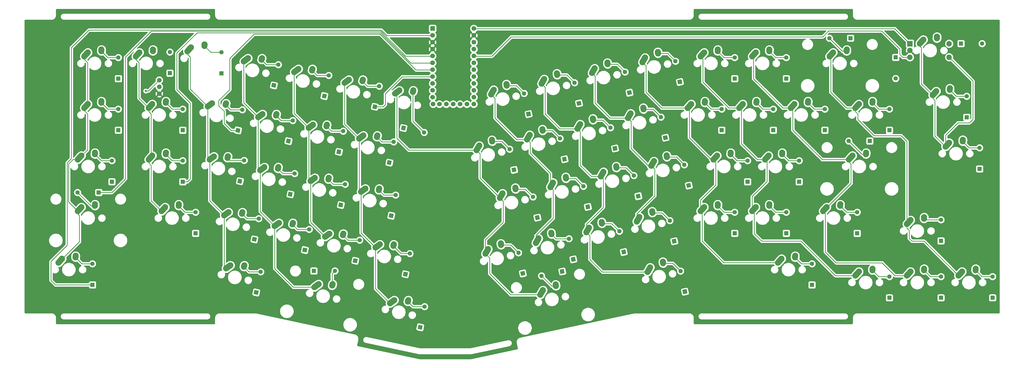
<source format=gbl>
G04 #@! TF.GenerationSoftware,KiCad,Pcbnew,(5.1.10)-1*
G04 #@! TF.CreationDate,2021-10-05T17:03:10+03:00*
G04 #@! TF.ProjectId,kolibri,6b6f6c69-6272-4692-9e6b-696361645f70,rev?*
G04 #@! TF.SameCoordinates,Original*
G04 #@! TF.FileFunction,Copper,L2,Bot*
G04 #@! TF.FilePolarity,Positive*
%FSLAX46Y46*%
G04 Gerber Fmt 4.6, Leading zero omitted, Abs format (unit mm)*
G04 Created by KiCad (PCBNEW (5.1.10)-1) date 2021-10-05 17:03:10*
%MOMM*%
%LPD*%
G01*
G04 APERTURE LIST*
G04 #@! TA.AperFunction,ComponentPad*
%ADD10C,2.250000*%
G04 #@! TD*
G04 #@! TA.AperFunction,ComponentPad*
%ADD11C,0.100000*%
G04 #@! TD*
G04 #@! TA.AperFunction,ComponentPad*
%ADD12C,1.600000*%
G04 #@! TD*
G04 #@! TA.AperFunction,ComponentPad*
%ADD13R,1.600000X1.600000*%
G04 #@! TD*
G04 #@! TA.AperFunction,ComponentPad*
%ADD14R,1.752600X1.752600*%
G04 #@! TD*
G04 #@! TA.AperFunction,ComponentPad*
%ADD15C,1.752600*%
G04 #@! TD*
G04 #@! TA.AperFunction,ComponentPad*
%ADD16C,2.000000*%
G04 #@! TD*
G04 #@! TA.AperFunction,ComponentPad*
%ADD17R,2.000000X2.000000*%
G04 #@! TD*
G04 #@! TA.AperFunction,ComponentPad*
%ADD18C,1.750000*%
G04 #@! TD*
G04 #@! TA.AperFunction,ViaPad*
%ADD19C,0.800000*%
G04 #@! TD*
G04 #@! TA.AperFunction,Conductor*
%ADD20C,0.250000*%
G04 #@! TD*
G04 #@! TA.AperFunction,Conductor*
%ADD21C,0.254000*%
G04 #@! TD*
G04 #@! TA.AperFunction,Conductor*
%ADD22C,0.100000*%
G04 #@! TD*
G04 APERTURE END LIST*
G04 #@! TA.AperFunction,ComponentPad*
G36*
G01*
X439143483Y-150162395D02*
X439142597Y-150162334D01*
G75*
G02*
X438097666Y-148962597I77403J1122334D01*
G01*
X438137666Y-148382597D01*
G75*
G02*
X439337403Y-147337666I1122334J-77403D01*
G01*
X439337403Y-147337666D01*
G75*
G02*
X440382334Y-148537403I-77403J-1122334D01*
G01*
X440342334Y-149117403D01*
G75*
G02*
X439142597Y-150162334I-1122334J77403D01*
G01*
G37*
G04 #@! TD.AperFunction*
D10*
X439260000Y-148460000D03*
G04 #@! TA.AperFunction,ComponentPad*
G36*
G01*
X432158688Y-151837350D02*
X432158683Y-151837345D01*
G75*
G02*
X432072655Y-150248683I751317J837345D01*
G01*
X433382657Y-148788683D01*
G75*
G02*
X434971319Y-148702655I837345J-751317D01*
G01*
X434971319Y-148702655D01*
G75*
G02*
X435057347Y-150291317I-751317J-837345D01*
G01*
X433747345Y-151751317D01*
G75*
G02*
X432158683Y-151837345I-837345J751317D01*
G01*
G37*
G04 #@! TD.AperFunction*
X434220000Y-149540000D03*
X240689763Y-168300640D03*
G04 #@! TA.AperFunction,ComponentPad*
G36*
G01*
X238195849Y-170119218D02*
X238195845Y-170119212D01*
G75*
G02*
X238441998Y-168547379I908993J662840D01*
G01*
X240026924Y-167391649D01*
G75*
G02*
X241598757Y-167637802I662840J-908993D01*
G01*
X241598757Y-167637802D01*
G75*
G02*
X241352604Y-169209635I-908993J-662840D01*
G01*
X239767678Y-170365365D01*
G75*
G02*
X238195845Y-170119212I-662840J908993D01*
G01*
G37*
G04 #@! TD.AperFunction*
X245844171Y-168292116D03*
G04 #@! TA.AperFunction,ComponentPad*
G36*
G01*
X245376253Y-169933084D02*
X245375399Y-169932840D01*
G75*
G02*
X244602742Y-168542067I309058J1081715D01*
G01*
X244762456Y-167983057D01*
G75*
G02*
X246153229Y-167210400I1081715J-309058D01*
G01*
X246153229Y-167210400D01*
G75*
G02*
X246925886Y-168601173I-309058J-1081715D01*
G01*
X246766172Y-169160183D01*
G75*
G02*
X245375399Y-169932840I-1081715J309058D01*
G01*
G37*
G04 #@! TD.AperFunction*
G04 #@! TA.AperFunction,ComponentPad*
D11*
G36*
X243555333Y-237163623D02*
G01*
X241990297Y-236830965D01*
X242322955Y-235265929D01*
X243887991Y-235598587D01*
X243555333Y-237163623D01*
G37*
G04 #@! TD.AperFunction*
D12*
X244560856Y-228585224D03*
G04 #@! TA.AperFunction,ComponentPad*
G36*
G01*
X128152233Y-193024895D02*
X128151347Y-193024834D01*
G75*
G02*
X127106416Y-191825097I77403J1122334D01*
G01*
X127146416Y-191245097D01*
G75*
G02*
X128346153Y-190200166I1122334J-77403D01*
G01*
X128346153Y-190200166D01*
G75*
G02*
X129391084Y-191399903I-77403J-1122334D01*
G01*
X129351084Y-191979903D01*
G75*
G02*
X128151347Y-193024834I-1122334J77403D01*
G01*
G37*
G04 #@! TD.AperFunction*
D10*
X128268750Y-191322500D03*
G04 #@! TA.AperFunction,ComponentPad*
G36*
G01*
X121167438Y-194699850D02*
X121167433Y-194699845D01*
G75*
G02*
X121081405Y-193111183I751317J837345D01*
G01*
X122391407Y-191651183D01*
G75*
G02*
X123980069Y-191565155I837345J-751317D01*
G01*
X123980069Y-191565155D01*
G75*
G02*
X124066097Y-193153817I-751317J-837345D01*
G01*
X122756095Y-194613817D01*
G75*
G02*
X121167433Y-194699845I-837345J751317D01*
G01*
G37*
G04 #@! TD.AperFunction*
X123228750Y-192402500D03*
D12*
X342659199Y-157522509D03*
G04 #@! TA.AperFunction,ComponentPad*
D11*
G36*
X345229758Y-165768250D02*
G01*
X343664722Y-166100908D01*
X343332064Y-164535872D01*
X344897100Y-164203214D01*
X345229758Y-165768250D01*
G37*
G04 #@! TD.AperFunction*
D12*
X155900000Y-154100000D03*
D13*
X155900000Y-161900000D03*
X174950000Y-162010000D03*
D12*
X174950000Y-154210000D03*
G04 #@! TA.AperFunction,ComponentPad*
D11*
G36*
X194957683Y-167364481D02*
G01*
X193392647Y-167031823D01*
X193725305Y-165466787D01*
X195290341Y-165799445D01*
X194957683Y-167364481D01*
G37*
G04 #@! TD.AperFunction*
D12*
X195963206Y-158786082D03*
X214596918Y-162746798D03*
G04 #@! TA.AperFunction,ComponentPad*
D11*
G36*
X213591395Y-171325197D02*
G01*
X212026359Y-170992539D01*
X212359017Y-169427503D01*
X213924053Y-169760161D01*
X213591395Y-171325197D01*
G37*
G04 #@! TD.AperFunction*
D12*
X233230629Y-166707516D03*
G04 #@! TA.AperFunction,ComponentPad*
D11*
G36*
X232225106Y-175285915D02*
G01*
X230660070Y-174953257D01*
X230992728Y-173388221D01*
X232557764Y-173720879D01*
X232225106Y-175285915D01*
G37*
G04 #@! TD.AperFunction*
G04 #@! TA.AperFunction,ComponentPad*
G36*
X241236377Y-182805333D02*
G01*
X241569035Y-181240297D01*
X243134071Y-181572955D01*
X242801413Y-183137991D01*
X241236377Y-182805333D01*
G37*
G04 #@! TD.AperFunction*
D12*
X249814776Y-183810856D03*
G04 #@! TA.AperFunction,ComponentPad*
D11*
G36*
X289328623Y-177650404D02*
G01*
X287763587Y-177983062D01*
X287430929Y-176418026D01*
X288995965Y-176085368D01*
X289328623Y-177650404D01*
G37*
G04 #@! TD.AperFunction*
D12*
X286758064Y-169404663D03*
G04 #@! TA.AperFunction,ComponentPad*
D11*
G36*
X307962334Y-173689686D02*
G01*
X306397298Y-174022344D01*
X306064640Y-172457308D01*
X307629676Y-172124650D01*
X307962334Y-173689686D01*
G37*
G04 #@! TD.AperFunction*
D12*
X305391775Y-165443945D03*
G04 #@! TA.AperFunction,ComponentPad*
D11*
G36*
X326596046Y-169728968D02*
G01*
X325031010Y-170061626D01*
X324698352Y-168496590D01*
X326263388Y-168163932D01*
X326596046Y-169728968D01*
G37*
G04 #@! TD.AperFunction*
D12*
X324025487Y-161483227D03*
D13*
X160672500Y-202052500D03*
D12*
X160672500Y-194252500D03*
X344526787Y-235027895D03*
G04 #@! TA.AperFunction,ComponentPad*
D11*
G36*
X347097346Y-243273636D02*
G01*
X345532310Y-243606294D01*
X345199652Y-242041258D01*
X346764688Y-241708600D01*
X347097346Y-243273636D01*
G37*
G04 #@! TD.AperFunction*
D12*
X189437190Y-235301287D03*
G04 #@! TA.AperFunction,ComponentPad*
D11*
G36*
X188431667Y-243879686D02*
G01*
X186866631Y-243547028D01*
X187199289Y-241981992D01*
X188764325Y-242314650D01*
X188431667Y-243879686D01*
G37*
G04 #@! TD.AperFunction*
D12*
X284664933Y-228276335D03*
G04 #@! TA.AperFunction,ComponentPad*
D11*
G36*
X287235492Y-236522076D02*
G01*
X285670456Y-236854734D01*
X285337798Y-235289698D01*
X286902834Y-234957040D01*
X287235492Y-236522076D01*
G37*
G04 #@! TD.AperFunction*
D12*
X399482500Y-149000000D03*
D13*
X407282500Y-149000000D03*
D12*
X421657500Y-175202500D03*
D13*
X421657500Y-183002500D03*
G04 #@! TA.AperFunction,ComponentPad*
D11*
G36*
X206367669Y-228216513D02*
G01*
X204802633Y-227883855D01*
X205135291Y-226318819D01*
X206700327Y-226651477D01*
X206367669Y-228216513D01*
G37*
G04 #@! TD.AperFunction*
D12*
X207373192Y-219638114D03*
D13*
X134478750Y-202052500D03*
D12*
X134478750Y-194252500D03*
D13*
X378795000Y-183002500D03*
D12*
X378795000Y-175202500D03*
G04 #@! TA.AperFunction,ComponentPad*
D11*
G36*
X343136628Y-224639924D02*
G01*
X341571592Y-224972582D01*
X341238934Y-223407546D01*
X342803970Y-223074888D01*
X343136628Y-224639924D01*
G37*
G04 #@! TD.AperFunction*
D12*
X340566069Y-216394183D03*
X393082500Y-232352500D03*
D13*
X393082500Y-240152500D03*
D12*
X127335000Y-232352500D03*
D13*
X127335000Y-240152500D03*
D12*
X202017054Y-199024043D03*
G04 #@! TA.AperFunction,ComponentPad*
D11*
G36*
X201011531Y-207602442D02*
G01*
X199446495Y-207269784D01*
X199779153Y-205704748D01*
X201344189Y-206037406D01*
X201011531Y-207602442D01*
G37*
G04 #@! TD.AperFunction*
D12*
X454995000Y-189490000D03*
D13*
X454995000Y-197290000D03*
D12*
X364507500Y-213302500D03*
D13*
X364507500Y-221102500D03*
D12*
X440707500Y-237115000D03*
D13*
X440707500Y-244915000D03*
G04 #@! TA.AperFunction,ComponentPad*
D11*
G36*
X200313821Y-187978551D02*
G01*
X198748785Y-187645893D01*
X199081443Y-186080857D01*
X200646479Y-186413515D01*
X200313821Y-187978551D01*
G37*
G04 #@! TD.AperFunction*
D12*
X201319344Y-179400152D03*
D13*
X414426250Y-187000000D03*
D12*
X406626250Y-187000000D03*
X383557500Y-156152500D03*
D13*
X383557500Y-163952500D03*
D12*
X136860000Y-156152500D03*
D13*
X136860000Y-163952500D03*
G04 #@! TA.AperFunction,ComponentPad*
D11*
G36*
X219645243Y-211563160D02*
G01*
X218080207Y-211230502D01*
X218412865Y-209665466D01*
X219977901Y-209998124D01*
X219645243Y-211563160D01*
G37*
G04 #@! TD.AperFunction*
D12*
X220650766Y-202984761D03*
G04 #@! TA.AperFunction,ComponentPad*
D11*
G36*
X248991230Y-256752019D02*
G01*
X247426194Y-256419361D01*
X247758852Y-254854325D01*
X249323888Y-255186983D01*
X248991230Y-256752019D01*
G37*
G04 #@! TD.AperFunction*
D12*
X249996753Y-248173620D03*
G04 #@! TA.AperFunction,ComponentPad*
D11*
G36*
X238278954Y-215523877D02*
G01*
X236713918Y-215191219D01*
X237046576Y-213626183D01*
X238611612Y-213958841D01*
X238278954Y-215523877D01*
G37*
G04 #@! TD.AperFunction*
D12*
X239284477Y-206945478D03*
X290021071Y-207662265D03*
G04 #@! TA.AperFunction,ComponentPad*
D11*
G36*
X292591630Y-215908006D02*
G01*
X291026594Y-216240664D01*
X290693936Y-214675628D01*
X292258972Y-214342970D01*
X292591630Y-215908006D01*
G37*
G04 #@! TD.AperFunction*
D12*
X318669349Y-182097297D03*
G04 #@! TA.AperFunction,ComponentPad*
D11*
G36*
X321239908Y-190343038D02*
G01*
X319674872Y-190675696D01*
X319342214Y-189110660D01*
X320907250Y-188778002D01*
X321239908Y-190343038D01*
G37*
G04 #@! TD.AperFunction*
D12*
X308654783Y-203701547D03*
G04 #@! TA.AperFunction,ComponentPad*
D11*
G36*
X311225342Y-211947288D02*
G01*
X309660306Y-212279946D01*
X309327648Y-210714910D01*
X310892684Y-210382252D01*
X311225342Y-211947288D01*
G37*
G04 #@! TD.AperFunction*
G04 #@! TA.AperFunction,ComponentPad*
G36*
X329859054Y-207986570D02*
G01*
X328294018Y-208319228D01*
X327961360Y-206754192D01*
X329526396Y-206421534D01*
X329859054Y-207986570D01*
G37*
G04 #@! TD.AperFunction*
D12*
X327288495Y-199740829D03*
G04 #@! TA.AperFunction,ComponentPad*
D11*
G36*
X348492766Y-204025852D02*
G01*
X346927730Y-204358510D01*
X346595072Y-202793474D01*
X348160108Y-202460816D01*
X348492766Y-204025852D01*
G37*
G04 #@! TD.AperFunction*
D12*
X345922207Y-195780111D03*
D13*
X421657500Y-244915000D03*
D12*
X421657500Y-237115000D03*
G04 #@! TA.AperFunction,ComponentPad*
D11*
G36*
X324502916Y-228600642D02*
G01*
X322937880Y-228933300D01*
X322605222Y-227368264D01*
X324170258Y-227035606D01*
X324502916Y-228600642D01*
G37*
G04 #@! TD.AperFunction*
D12*
X321932357Y-220354901D03*
X364507500Y-156152500D03*
D13*
X364507500Y-163952500D03*
G04 #@! TA.AperFunction,ComponentPad*
D11*
G36*
X305869204Y-231330965D02*
G01*
X304304168Y-231663623D01*
X303971510Y-230098587D01*
X305536546Y-229765929D01*
X305869204Y-231330965D01*
G37*
G04 #@! TD.AperFunction*
D12*
X303298645Y-223085224D03*
X337303061Y-178136579D03*
G04 #@! TA.AperFunction,ComponentPad*
D11*
G36*
X339873620Y-186382320D02*
G01*
X338308584Y-186714978D01*
X337975926Y-185149942D01*
X339540962Y-184817284D01*
X339873620Y-186382320D01*
G37*
G04 #@! TD.AperFunction*
D13*
X397845000Y-183002500D03*
D12*
X397845000Y-175202500D03*
X359745000Y-175202500D03*
D13*
X359745000Y-183002500D03*
D12*
X450232500Y-170440000D03*
D13*
X450232500Y-178240000D03*
D12*
X424000000Y-163900000D03*
D13*
X424000000Y-156100000D03*
X160672500Y-183002500D03*
D12*
X160672500Y-175202500D03*
X388320000Y-194252500D03*
D13*
X388320000Y-202052500D03*
G04 #@! TA.AperFunction,ComponentPad*
D11*
G36*
X218947533Y-191939269D02*
G01*
X217382497Y-191606611D01*
X217715155Y-190041575D01*
X219280191Y-190374233D01*
X218947533Y-191939269D01*
G37*
G04 #@! TD.AperFunction*
D12*
X219953056Y-183360870D03*
D13*
X459757500Y-244915000D03*
D12*
X459757500Y-237115000D03*
X183383342Y-194185224D03*
G04 #@! TA.AperFunction,ComponentPad*
D11*
G36*
X182377819Y-202763623D02*
G01*
X180812783Y-202430965D01*
X181145441Y-200865929D01*
X182710477Y-201198587D01*
X182377819Y-202763623D01*
G37*
G04 #@! TD.AperFunction*
D12*
X369270000Y-194252500D03*
D13*
X369270000Y-202052500D03*
D12*
X409751250Y-213302500D03*
D13*
X409751250Y-221102500D03*
X129628750Y-206000000D03*
D12*
X121828750Y-206000000D03*
X383557500Y-213302500D03*
D13*
X383557500Y-221102500D03*
D12*
X293176230Y-236810856D03*
G04 #@! TA.AperFunction,ComponentPad*
D11*
G36*
X301421971Y-234240297D02*
G01*
X301754629Y-235805333D01*
X300189593Y-236137991D01*
X299856935Y-234572955D01*
X301421971Y-234240297D01*
G37*
G04 #@! TD.AperFunction*
D13*
X209100000Y-235000000D03*
D12*
X216900000Y-235000000D03*
G04 #@! TA.AperFunction,ComponentPad*
D11*
G36*
X237581244Y-195899987D02*
G01*
X236016208Y-195567329D01*
X236348866Y-194002293D01*
X237913902Y-194334951D01*
X237581244Y-195899987D01*
G37*
G04 #@! TD.AperFunction*
D12*
X238586767Y-187321588D03*
D13*
X136860000Y-183002500D03*
D12*
X136860000Y-175202500D03*
X300035637Y-186058014D03*
G04 #@! TA.AperFunction,ComponentPad*
D11*
G36*
X302606196Y-194303755D02*
G01*
X301041160Y-194636413D01*
X300708502Y-193071377D01*
X302273538Y-192738719D01*
X302606196Y-194303755D01*
G37*
G04 #@! TD.AperFunction*
D13*
X440707500Y-223900000D03*
D12*
X440707500Y-216100000D03*
X226006904Y-223598832D03*
G04 #@! TA.AperFunction,ComponentPad*
D11*
G36*
X225001381Y-232177231D02*
G01*
X223436345Y-231844573D01*
X223769003Y-230279537D01*
X225334039Y-230612195D01*
X225001381Y-232177231D01*
G37*
G04 #@! TD.AperFunction*
G04 #@! TA.AperFunction,ComponentPad*
G36*
X181680109Y-184017833D02*
G01*
X180115073Y-183685175D01*
X180447731Y-182120139D01*
X182012767Y-182452797D01*
X181680109Y-184017833D01*
G37*
G04 #@! TD.AperFunction*
D12*
X182685632Y-175439434D03*
G04 #@! TA.AperFunction,ComponentPad*
D11*
G36*
X187733957Y-224255795D02*
G01*
X186168921Y-223923137D01*
X186501579Y-222358101D01*
X188066615Y-222690759D01*
X187733957Y-224255795D01*
G37*
G04 #@! TD.AperFunction*
D12*
X188739480Y-215677396D03*
G04 #@! TA.AperFunction,ComponentPad*
D11*
G36*
X283972485Y-198264473D02*
G01*
X282407449Y-198597131D01*
X282074791Y-197032095D01*
X283639827Y-196699437D01*
X283972485Y-198264473D01*
G37*
G04 #@! TD.AperFunction*
D12*
X281401926Y-190018732D03*
D13*
X165435000Y-221102500D03*
D12*
X165435000Y-213302500D03*
D10*
X331443039Y-156194474D03*
G04 #@! TA.AperFunction,ComponentPad*
G36*
G01*
X329904418Y-158870193D02*
X329904411Y-158870189D01*
G75*
G02*
X329489962Y-157334128I560806J975255D01*
G01*
X330467786Y-155633668D01*
G75*
G02*
X332003847Y-155219219I975255J-560806D01*
G01*
X332003847Y-155219219D01*
G75*
G02*
X332418296Y-156755280I-560806J-975255D01*
G01*
X331440472Y-158455740D01*
G75*
G02*
X329904411Y-158870189I-975255J560806D01*
G01*
G37*
G04 #@! TD.AperFunction*
X336148359Y-154090199D03*
G04 #@! TA.AperFunction,ComponentPad*
G36*
G01*
X336388335Y-155779619D02*
X336387456Y-155779743D01*
G75*
G02*
X335115920Y-154823477I-157635J1113901D01*
G01*
X335034458Y-154247835D01*
G75*
G02*
X335990724Y-152976299I1113901J157635D01*
G01*
X335990724Y-152976299D01*
G75*
G02*
X337262260Y-153932565I157635J-1113901D01*
G01*
X337343722Y-154508207D01*
G75*
G02*
X336387456Y-155779743I-1113901J-157635D01*
G01*
G37*
G04 #@! TD.AperFunction*
G04 #@! TA.AperFunction,ComponentPad*
G36*
G01*
X149583483Y-154924895D02*
X149582597Y-154924834D01*
G75*
G02*
X148537666Y-153725097I77403J1122334D01*
G01*
X148577666Y-153145097D01*
G75*
G02*
X149777403Y-152100166I1122334J-77403D01*
G01*
X149777403Y-152100166D01*
G75*
G02*
X150822334Y-153299903I-77403J-1122334D01*
G01*
X150782334Y-153879903D01*
G75*
G02*
X149582597Y-154924834I-1122334J77403D01*
G01*
G37*
G04 #@! TD.AperFunction*
X149700000Y-153222500D03*
G04 #@! TA.AperFunction,ComponentPad*
G36*
G01*
X142598688Y-156599850D02*
X142598683Y-156599845D01*
G75*
G02*
X142512655Y-155011183I751317J837345D01*
G01*
X143822657Y-153551183D01*
G75*
G02*
X145411319Y-153465155I837345J-751317D01*
G01*
X145411319Y-153465155D01*
G75*
G02*
X145497347Y-155053817I-751317J-837345D01*
G01*
X144187345Y-156513817D01*
G75*
G02*
X142598683Y-156599845I-837345J751317D01*
G01*
G37*
G04 #@! TD.AperFunction*
X144660000Y-154302500D03*
X163710000Y-152397500D03*
G04 #@! TA.AperFunction,ComponentPad*
G36*
G01*
X161648688Y-154694850D02*
X161648683Y-154694845D01*
G75*
G02*
X161562655Y-153106183I751317J837345D01*
G01*
X162872657Y-151646183D01*
G75*
G02*
X164461319Y-151560155I837345J-751317D01*
G01*
X164461319Y-151560155D01*
G75*
G02*
X164547347Y-153148817I-751317J-837345D01*
G01*
X163237345Y-154608817D01*
G75*
G02*
X161648683Y-154694845I-837345J751317D01*
G01*
G37*
G04 #@! TD.AperFunction*
X168750000Y-151317500D03*
G04 #@! TA.AperFunction,ComponentPad*
G36*
G01*
X168633483Y-153019895D02*
X168632597Y-153019834D01*
G75*
G02*
X167587666Y-151820097I77403J1122334D01*
G01*
X167627666Y-151240097D01*
G75*
G02*
X168827403Y-150195166I1122334J-77403D01*
G01*
X168827403Y-150195166D01*
G75*
G02*
X169872334Y-151394903I-77403J-1122334D01*
G01*
X169832334Y-151974903D01*
G75*
G02*
X168632597Y-153019834I-1122334J77403D01*
G01*
G37*
G04 #@! TD.AperFunction*
G04 #@! TA.AperFunction,ComponentPad*
G36*
G01*
X189475118Y-158050932D02*
X189474264Y-158050688D01*
G75*
G02*
X188701607Y-156659915I309058J1081715D01*
G01*
X188861321Y-156100905D01*
G75*
G02*
X190252094Y-155328248I1081715J-309058D01*
G01*
X190252094Y-155328248D01*
G75*
G02*
X191024751Y-156719021I-309058J-1081715D01*
G01*
X190865037Y-157278031D01*
G75*
G02*
X189474264Y-158050688I-1081715J309058D01*
G01*
G37*
G04 #@! TD.AperFunction*
X189943036Y-156409964D03*
G04 #@! TA.AperFunction,ComponentPad*
G36*
G01*
X182294714Y-158237066D02*
X182294710Y-158237060D01*
G75*
G02*
X182540863Y-156665227I908993J662840D01*
G01*
X184125789Y-155509497D01*
G75*
G02*
X185697622Y-155755650I662840J-908993D01*
G01*
X185697622Y-155755650D01*
G75*
G02*
X185451469Y-157327483I-908993J-662840D01*
G01*
X183866543Y-158483213D01*
G75*
G02*
X182294710Y-158237060I-662840J908993D01*
G01*
G37*
G04 #@! TD.AperFunction*
X184788628Y-156418488D03*
X203422340Y-160379204D03*
G04 #@! TA.AperFunction,ComponentPad*
G36*
G01*
X200928426Y-162197782D02*
X200928422Y-162197776D01*
G75*
G02*
X201174575Y-160625943I908993J662840D01*
G01*
X202759501Y-159470213D01*
G75*
G02*
X204331334Y-159716366I662840J-908993D01*
G01*
X204331334Y-159716366D01*
G75*
G02*
X204085181Y-161288199I-908993J-662840D01*
G01*
X202500255Y-162443929D01*
G75*
G02*
X200928422Y-162197776I-662840J908993D01*
G01*
G37*
G04 #@! TD.AperFunction*
X208576748Y-160370680D03*
G04 #@! TA.AperFunction,ComponentPad*
G36*
G01*
X208108830Y-162011648D02*
X208107976Y-162011404D01*
G75*
G02*
X207335319Y-160620631I309058J1081715D01*
G01*
X207495033Y-160061621D01*
G75*
G02*
X208885806Y-159288964I1081715J-309058D01*
G01*
X208885806Y-159288964D01*
G75*
G02*
X209658463Y-160679737I-309058J-1081715D01*
G01*
X209498749Y-161238747D01*
G75*
G02*
X208107976Y-162011404I-1081715J309058D01*
G01*
G37*
G04 #@! TD.AperFunction*
G04 #@! TA.AperFunction,ComponentPad*
G36*
G01*
X226742541Y-165972366D02*
X226741687Y-165972122D01*
G75*
G02*
X225969030Y-164581349I309058J1081715D01*
G01*
X226128744Y-164022339D01*
G75*
G02*
X227519517Y-163249682I1081715J-309058D01*
G01*
X227519517Y-163249682D01*
G75*
G02*
X228292174Y-164640455I-309058J-1081715D01*
G01*
X228132460Y-165199465D01*
G75*
G02*
X226741687Y-165972122I-1081715J309058D01*
G01*
G37*
G04 #@! TD.AperFunction*
X227210459Y-164331398D03*
G04 #@! TA.AperFunction,ComponentPad*
G36*
G01*
X219562137Y-166158500D02*
X219562133Y-166158494D01*
G75*
G02*
X219808286Y-164586661I908993J662840D01*
G01*
X221393212Y-163430931D01*
G75*
G02*
X222965045Y-163677084I662840J-908993D01*
G01*
X222965045Y-163677084D01*
G75*
G02*
X222718892Y-165248917I-908993J-662840D01*
G01*
X221133966Y-166404647D01*
G75*
G02*
X219562133Y-166158494I-662840J908993D01*
G01*
G37*
G04 #@! TD.AperFunction*
X222056051Y-164339922D03*
G04 #@! TA.AperFunction,ComponentPad*
G36*
G01*
X280487200Y-167661773D02*
X280486321Y-167661897D01*
G75*
G02*
X279214785Y-166705631I-157635J1113901D01*
G01*
X279133323Y-166129989D01*
G75*
G02*
X280089589Y-164858453I1113901J157635D01*
G01*
X280089589Y-164858453D01*
G75*
G02*
X281361125Y-165814719I157635J-1113901D01*
G01*
X281442587Y-166390361D01*
G75*
G02*
X280486321Y-167661897I-1113901J-157635D01*
G01*
G37*
G04 #@! TD.AperFunction*
X280247224Y-165972353D03*
G04 #@! TA.AperFunction,ComponentPad*
G36*
G01*
X274003283Y-170752347D02*
X274003276Y-170752343D01*
G75*
G02*
X273588827Y-169216282I560806J975255D01*
G01*
X274566651Y-167515822D01*
G75*
G02*
X276102712Y-167101373I975255J-560806D01*
G01*
X276102712Y-167101373D01*
G75*
G02*
X276517161Y-168637434I-560806J-975255D01*
G01*
X275539337Y-170337894D01*
G75*
G02*
X274003276Y-170752343I-975255J560806D01*
G01*
G37*
G04 #@! TD.AperFunction*
X275541904Y-168076628D03*
X294175615Y-164115910D03*
G04 #@! TA.AperFunction,ComponentPad*
G36*
G01*
X292636994Y-166791629D02*
X292636987Y-166791625D01*
G75*
G02*
X292222538Y-165255564I560806J975255D01*
G01*
X293200362Y-163555104D01*
G75*
G02*
X294736423Y-163140655I975255J-560806D01*
G01*
X294736423Y-163140655D01*
G75*
G02*
X295150872Y-164676716I-560806J-975255D01*
G01*
X294173048Y-166377176D01*
G75*
G02*
X292636987Y-166791625I-975255J560806D01*
G01*
G37*
G04 #@! TD.AperFunction*
X298880935Y-162011635D03*
G04 #@! TA.AperFunction,ComponentPad*
G36*
G01*
X299120911Y-163701055D02*
X299120032Y-163701179D01*
G75*
G02*
X297848496Y-162744913I-157635J1113901D01*
G01*
X297767034Y-162169271D01*
G75*
G02*
X298723300Y-160897735I1113901J157635D01*
G01*
X298723300Y-160897735D01*
G75*
G02*
X299994836Y-161854001I157635J-1113901D01*
G01*
X300076298Y-162429643D01*
G75*
G02*
X299120032Y-163701179I-1113901J-157635D01*
G01*
G37*
G04 #@! TD.AperFunction*
G04 #@! TA.AperFunction,ComponentPad*
G36*
G01*
X317754623Y-159740337D02*
X317753744Y-159740461D01*
G75*
G02*
X316482208Y-158784195I-157635J1113901D01*
G01*
X316400746Y-158208553D01*
G75*
G02*
X317357012Y-156937017I1113901J157635D01*
G01*
X317357012Y-156937017D01*
G75*
G02*
X318628548Y-157893283I157635J-1113901D01*
G01*
X318710010Y-158468925D01*
G75*
G02*
X317753744Y-159740461I-1113901J-157635D01*
G01*
G37*
G04 #@! TD.AperFunction*
X317514647Y-158050917D03*
G04 #@! TA.AperFunction,ComponentPad*
G36*
G01*
X311270706Y-162830911D02*
X311270699Y-162830907D01*
G75*
G02*
X310856250Y-161294846I560806J975255D01*
G01*
X311834074Y-159594386D01*
G75*
G02*
X313370135Y-159179937I975255J-560806D01*
G01*
X313370135Y-159179937D01*
G75*
G02*
X313784584Y-160715998I-560806J-975255D01*
G01*
X312806760Y-162416458D01*
G75*
G02*
X311270699Y-162830907I-975255J560806D01*
G01*
G37*
G04 #@! TD.AperFunction*
X312809327Y-160155192D03*
G04 #@! TA.AperFunction,ComponentPad*
G36*
G01*
X154345983Y-193024895D02*
X154345097Y-193024834D01*
G75*
G02*
X153300166Y-191825097I77403J1122334D01*
G01*
X153340166Y-191245097D01*
G75*
G02*
X154539903Y-190200166I1122334J-77403D01*
G01*
X154539903Y-190200166D01*
G75*
G02*
X155584834Y-191399903I-77403J-1122334D01*
G01*
X155544834Y-191979903D01*
G75*
G02*
X154345097Y-193024834I-1122334J77403D01*
G01*
G37*
G04 #@! TD.AperFunction*
X154462500Y-191322500D03*
G04 #@! TA.AperFunction,ComponentPad*
G36*
G01*
X147361188Y-194699850D02*
X147361183Y-194699845D01*
G75*
G02*
X147275155Y-193111183I751317J837345D01*
G01*
X148585157Y-191651183D01*
G75*
G02*
X150173819Y-191565155I837345J-751317D01*
G01*
X150173819Y-191565155D01*
G75*
G02*
X150259847Y-193153817I-751317J-837345D01*
G01*
X148949845Y-194613817D01*
G75*
G02*
X147361183Y-194699845I-837345J751317D01*
G01*
G37*
G04 #@! TD.AperFunction*
X149422500Y-192402500D03*
G04 #@! TA.AperFunction,ComponentPad*
G36*
G01*
X338255923Y-233285005D02*
X338255044Y-233285129D01*
G75*
G02*
X336983508Y-232328863I-157635J1113901D01*
G01*
X336902046Y-231753221D01*
G75*
G02*
X337858312Y-230481685I1113901J157635D01*
G01*
X337858312Y-230481685D01*
G75*
G02*
X339129848Y-231437951I157635J-1113901D01*
G01*
X339211310Y-232013593D01*
G75*
G02*
X338255044Y-233285129I-1113901J-157635D01*
G01*
G37*
G04 #@! TD.AperFunction*
X338015947Y-231595585D03*
G04 #@! TA.AperFunction,ComponentPad*
G36*
G01*
X331772006Y-236375579D02*
X331771999Y-236375575D01*
G75*
G02*
X331357550Y-234839514I560806J975255D01*
G01*
X332335374Y-233139054D01*
G75*
G02*
X333871435Y-232724605I975255J-560806D01*
G01*
X333871435Y-232724605D01*
G75*
G02*
X334285884Y-234260666I-560806J-975255D01*
G01*
X333308060Y-235961126D01*
G75*
G02*
X331771999Y-236375575I-975255J560806D01*
G01*
G37*
G04 #@! TD.AperFunction*
X333310627Y-233699860D03*
X178262612Y-232933693D03*
G04 #@! TA.AperFunction,ComponentPad*
G36*
G01*
X175768698Y-234752271D02*
X175768694Y-234752265D01*
G75*
G02*
X176014847Y-233180432I908993J662840D01*
G01*
X177599773Y-232024702D01*
G75*
G02*
X179171606Y-232270855I662840J-908993D01*
G01*
X179171606Y-232270855D01*
G75*
G02*
X178925453Y-233842688I-908993J-662840D01*
G01*
X177340527Y-234998418D01*
G75*
G02*
X175768694Y-234752265I-662840J908993D01*
G01*
G37*
G04 #@! TD.AperFunction*
X183417020Y-232925169D03*
G04 #@! TA.AperFunction,ComponentPad*
G36*
G01*
X182949102Y-234566137D02*
X182948248Y-234565893D01*
G75*
G02*
X182175591Y-233175120I309058J1081715D01*
G01*
X182335305Y-232616110D01*
G75*
G02*
X183726078Y-231843453I1081715J-309058D01*
G01*
X183726078Y-231843453D01*
G75*
G02*
X184498735Y-233234226I-309058J-1081715D01*
G01*
X184339021Y-233793236D01*
G75*
G02*
X182948248Y-234565893I-1081715J309058D01*
G01*
G37*
G04 #@! TD.AperFunction*
G04 #@! TA.AperFunction,ComponentPad*
G36*
G01*
X278394069Y-226533445D02*
X278393190Y-226533569D01*
G75*
G02*
X277121654Y-225577303I-157635J1113901D01*
G01*
X277040192Y-225001661D01*
G75*
G02*
X277996458Y-223730125I1113901J157635D01*
G01*
X277996458Y-223730125D01*
G75*
G02*
X279267994Y-224686391I157635J-1113901D01*
G01*
X279349456Y-225262033D01*
G75*
G02*
X278393190Y-226533569I-1113901J-157635D01*
G01*
G37*
G04 #@! TD.AperFunction*
X278154093Y-224844025D03*
G04 #@! TA.AperFunction,ComponentPad*
G36*
G01*
X271910152Y-229624019D02*
X271910145Y-229624015D01*
G75*
G02*
X271495696Y-228087954I560806J975255D01*
G01*
X272473520Y-226387494D01*
G75*
G02*
X274009581Y-225973045I975255J-560806D01*
G01*
X274009581Y-225973045D01*
G75*
G02*
X274424030Y-227509106I-560806J-975255D01*
G01*
X273446206Y-229209566D01*
G75*
G02*
X271910145Y-229624015I-975255J560806D01*
G01*
G37*
G04 #@! TD.AperFunction*
X273448773Y-226948300D03*
G04 #@! TA.AperFunction,ComponentPad*
G36*
G01*
X238152527Y-226824400D02*
X238151673Y-226824156D01*
G75*
G02*
X237379016Y-225433383I309058J1081715D01*
G01*
X237538730Y-224874373D01*
G75*
G02*
X238929503Y-224101716I1081715J-309058D01*
G01*
X238929503Y-224101716D01*
G75*
G02*
X239702160Y-225492489I-309058J-1081715D01*
G01*
X239542446Y-226051499D01*
G75*
G02*
X238151673Y-226824156I-1081715J309058D01*
G01*
G37*
G04 #@! TD.AperFunction*
X238620445Y-225183432D03*
G04 #@! TA.AperFunction,ComponentPad*
G36*
G01*
X230972123Y-227010534D02*
X230972119Y-227010528D01*
G75*
G02*
X231218272Y-225438695I908993J662840D01*
G01*
X232803198Y-224282965D01*
G75*
G02*
X234375031Y-224529118I662840J-908993D01*
G01*
X234375031Y-224529118D01*
G75*
G02*
X234128878Y-226100951I-908993J-662840D01*
G01*
X232543952Y-227256681D01*
G75*
G02*
X230972119Y-227010528I-662840J908993D01*
G01*
G37*
G04 #@! TD.AperFunction*
X233466037Y-225191956D03*
G04 #@! TA.AperFunction,ComponentPad*
G36*
G01*
X405805983Y-154924895D02*
X405805097Y-154924834D01*
G75*
G02*
X404760166Y-153725097I77403J1122334D01*
G01*
X404800166Y-153145097D01*
G75*
G02*
X405999903Y-152100166I1122334J-77403D01*
G01*
X405999903Y-152100166D01*
G75*
G02*
X407044834Y-153299903I-77403J-1122334D01*
G01*
X407004834Y-153879903D01*
G75*
G02*
X405805097Y-154924834I-1122334J77403D01*
G01*
G37*
G04 #@! TD.AperFunction*
X405922500Y-153222500D03*
G04 #@! TA.AperFunction,ComponentPad*
G36*
G01*
X398821188Y-156599850D02*
X398821183Y-156599845D01*
G75*
G02*
X398735155Y-155011183I751317J837345D01*
G01*
X400045157Y-153551183D01*
G75*
G02*
X401633819Y-153465155I837345J-751317D01*
G01*
X401633819Y-153465155D01*
G75*
G02*
X401719847Y-155053817I-751317J-837345D01*
G01*
X400409845Y-156513817D01*
G75*
G02*
X398821183Y-156599845I-837345J751317D01*
G01*
G37*
G04 #@! TD.AperFunction*
X400882500Y-154302500D03*
X410407500Y-173352500D03*
G04 #@! TA.AperFunction,ComponentPad*
G36*
G01*
X408346188Y-175649850D02*
X408346183Y-175649845D01*
G75*
G02*
X408260155Y-174061183I751317J837345D01*
G01*
X409570157Y-172601183D01*
G75*
G02*
X411158819Y-172515155I837345J-751317D01*
G01*
X411158819Y-172515155D01*
G75*
G02*
X411244847Y-174103817I-751317J-837345D01*
G01*
X409934845Y-175563817D01*
G75*
G02*
X408346183Y-175649845I-837345J751317D01*
G01*
G37*
G04 #@! TD.AperFunction*
X415447500Y-172272500D03*
G04 #@! TA.AperFunction,ComponentPad*
G36*
G01*
X415330983Y-173974895D02*
X415330097Y-173974834D01*
G75*
G02*
X414285166Y-172775097I77403J1122334D01*
G01*
X414325166Y-172195097D01*
G75*
G02*
X415524903Y-171150166I1122334J-77403D01*
G01*
X415524903Y-171150166D01*
G75*
G02*
X416569834Y-172349903I-77403J-1122334D01*
G01*
X416529834Y-172929903D01*
G75*
G02*
X415330097Y-173974834I-1122334J77403D01*
G01*
G37*
G04 #@! TD.AperFunction*
G04 #@! TA.AperFunction,ComponentPad*
G36*
G01*
X200885104Y-218902964D02*
X200884250Y-218902720D01*
G75*
G02*
X200111593Y-217511947I309058J1081715D01*
G01*
X200271307Y-216952937D01*
G75*
G02*
X201662080Y-216180280I1081715J-309058D01*
G01*
X201662080Y-216180280D01*
G75*
G02*
X202434737Y-217571053I-309058J-1081715D01*
G01*
X202275023Y-218130063D01*
G75*
G02*
X200884250Y-218902720I-1081715J309058D01*
G01*
G37*
G04 #@! TD.AperFunction*
X201353022Y-217261996D03*
G04 #@! TA.AperFunction,ComponentPad*
G36*
G01*
X193704700Y-219089098D02*
X193704696Y-219089092D01*
G75*
G02*
X193950849Y-217517259I908993J662840D01*
G01*
X195535775Y-216361529D01*
G75*
G02*
X197107608Y-216607682I662840J-908993D01*
G01*
X197107608Y-216607682D01*
G75*
G02*
X196861455Y-218179515I-908993J-662840D01*
G01*
X195276529Y-219335245D01*
G75*
G02*
X193704696Y-219089092I-662840J908993D01*
G01*
G37*
G04 #@! TD.AperFunction*
X196198614Y-217270520D03*
X367545000Y-173352500D03*
G04 #@! TA.AperFunction,ComponentPad*
G36*
G01*
X365483688Y-175649850D02*
X365483683Y-175649845D01*
G75*
G02*
X365397655Y-174061183I751317J837345D01*
G01*
X366707657Y-172601183D01*
G75*
G02*
X368296319Y-172515155I837345J-751317D01*
G01*
X368296319Y-172515155D01*
G75*
G02*
X368382347Y-174103817I-751317J-837345D01*
G01*
X367072345Y-175563817D01*
G75*
G02*
X365483683Y-175649845I-837345J751317D01*
G01*
G37*
G04 #@! TD.AperFunction*
X372585000Y-172272500D03*
G04 #@! TA.AperFunction,ComponentPad*
G36*
G01*
X372468483Y-173974895D02*
X372467597Y-173974834D01*
G75*
G02*
X371422666Y-172775097I77403J1122334D01*
G01*
X371462666Y-172195097D01*
G75*
G02*
X372662403Y-171150166I1122334J-77403D01*
G01*
X372662403Y-171150166D01*
G75*
G02*
X373707334Y-172349903I-77403J-1122334D01*
G01*
X373667334Y-172929903D01*
G75*
G02*
X372467597Y-173974834I-1122334J77403D01*
G01*
G37*
G04 #@! TD.AperFunction*
X329349909Y-215066148D03*
G04 #@! TA.AperFunction,ComponentPad*
G36*
G01*
X327811288Y-217741867D02*
X327811281Y-217741863D01*
G75*
G02*
X327396832Y-216205802I560806J975255D01*
G01*
X328374656Y-214505342D01*
G75*
G02*
X329910717Y-214090893I975255J-560806D01*
G01*
X329910717Y-214090893D01*
G75*
G02*
X330325166Y-215626954I-560806J-975255D01*
G01*
X329347342Y-217327414D01*
G75*
G02*
X327811281Y-217741863I-975255J560806D01*
G01*
G37*
G04 #@! TD.AperFunction*
X334055229Y-212961873D03*
G04 #@! TA.AperFunction,ComponentPad*
G36*
G01*
X334295205Y-214651293D02*
X334294326Y-214651417D01*
G75*
G02*
X333022790Y-213695151I-157635J1113901D01*
G01*
X332941328Y-213119509D01*
G75*
G02*
X333897594Y-211847973I1113901J157635D01*
G01*
X333897594Y-211847973D01*
G75*
G02*
X335169130Y-212804239I157635J-1113901D01*
G01*
X335250592Y-213379881D01*
G75*
G02*
X334294326Y-214651417I-1113901J-157635D01*
G01*
G37*
G04 #@! TD.AperFunction*
G04 #@! TA.AperFunction,ComponentPad*
G36*
G01*
X386755983Y-231124895D02*
X386755097Y-231124834D01*
G75*
G02*
X385710166Y-229925097I77403J1122334D01*
G01*
X385750166Y-229345097D01*
G75*
G02*
X386949903Y-228300166I1122334J-77403D01*
G01*
X386949903Y-228300166D01*
G75*
G02*
X387994834Y-229499903I-77403J-1122334D01*
G01*
X387954834Y-230079903D01*
G75*
G02*
X386755097Y-231124834I-1122334J77403D01*
G01*
G37*
G04 #@! TD.AperFunction*
X386872500Y-229422500D03*
G04 #@! TA.AperFunction,ComponentPad*
G36*
G01*
X379771188Y-232799850D02*
X379771183Y-232799845D01*
G75*
G02*
X379685155Y-231211183I751317J837345D01*
G01*
X380995157Y-229751183D01*
G75*
G02*
X382583819Y-229665155I837345J-751317D01*
G01*
X382583819Y-229665155D01*
G75*
G02*
X382669847Y-231253817I-751317J-837345D01*
G01*
X381359845Y-232713817D01*
G75*
G02*
X379771183Y-232799845I-837345J751317D01*
G01*
G37*
G04 #@! TD.AperFunction*
X381832500Y-230502500D03*
X116085000Y-230502500D03*
G04 #@! TA.AperFunction,ComponentPad*
G36*
G01*
X114023688Y-232799850D02*
X114023683Y-232799845D01*
G75*
G02*
X113937655Y-231211183I751317J837345D01*
G01*
X115247657Y-229751183D01*
G75*
G02*
X116836319Y-229665155I837345J-751317D01*
G01*
X116836319Y-229665155D01*
G75*
G02*
X116922347Y-231253817I-751317J-837345D01*
G01*
X115612345Y-232713817D01*
G75*
G02*
X114023683Y-232799845I-837345J751317D01*
G01*
G37*
G04 #@! TD.AperFunction*
X121125000Y-229422500D03*
G04 #@! TA.AperFunction,ComponentPad*
G36*
G01*
X121008483Y-231124895D02*
X121007597Y-231124834D01*
G75*
G02*
X119962666Y-229925097I77403J1122334D01*
G01*
X120002666Y-229345097D01*
G75*
G02*
X121202403Y-228300166I1122334J-77403D01*
G01*
X121202403Y-228300166D01*
G75*
G02*
X122247334Y-229499903I-77403J-1122334D01*
G01*
X122207334Y-230079903D01*
G75*
G02*
X121007597Y-231124834I-1122334J77403D01*
G01*
G37*
G04 #@! TD.AperFunction*
G04 #@! TA.AperFunction,ComponentPad*
G36*
G01*
X195528966Y-198288893D02*
X195528112Y-198288649D01*
G75*
G02*
X194755455Y-196897876I309058J1081715D01*
G01*
X194915169Y-196338866D01*
G75*
G02*
X196305942Y-195566209I1081715J-309058D01*
G01*
X196305942Y-195566209D01*
G75*
G02*
X197078599Y-196956982I-309058J-1081715D01*
G01*
X196918885Y-197515992D01*
G75*
G02*
X195528112Y-198288649I-1081715J309058D01*
G01*
G37*
G04 #@! TD.AperFunction*
X195996884Y-196647925D03*
G04 #@! TA.AperFunction,ComponentPad*
G36*
G01*
X188348562Y-198475027D02*
X188348558Y-198475021D01*
G75*
G02*
X188594711Y-196903188I908993J662840D01*
G01*
X190179637Y-195747458D01*
G75*
G02*
X191751470Y-195993611I662840J-908993D01*
G01*
X191751470Y-195993611D01*
G75*
G02*
X191505317Y-197565444I-908993J-662840D01*
G01*
X189920391Y-198721174D01*
G75*
G02*
X188348558Y-198475021I-662840J908993D01*
G01*
G37*
G04 #@! TD.AperFunction*
X190842476Y-196656449D03*
G04 #@! TA.AperFunction,ComponentPad*
G36*
G01*
X448668483Y-188262395D02*
X448667597Y-188262334D01*
G75*
G02*
X447622666Y-187062597I77403J1122334D01*
G01*
X447662666Y-186482597D01*
G75*
G02*
X448862403Y-185437666I1122334J-77403D01*
G01*
X448862403Y-185437666D01*
G75*
G02*
X449907334Y-186637403I-77403J-1122334D01*
G01*
X449867334Y-187217403D01*
G75*
G02*
X448667597Y-188262334I-1122334J77403D01*
G01*
G37*
G04 #@! TD.AperFunction*
X448785000Y-186560000D03*
G04 #@! TA.AperFunction,ComponentPad*
G36*
G01*
X441683688Y-189937350D02*
X441683683Y-189937345D01*
G75*
G02*
X441597655Y-188348683I751317J837345D01*
G01*
X442907657Y-186888683D01*
G75*
G02*
X444496319Y-186802655I837345J-751317D01*
G01*
X444496319Y-186802655D01*
G75*
G02*
X444582347Y-188391317I-751317J-837345D01*
G01*
X443272345Y-189851317D01*
G75*
G02*
X441683683Y-189937345I-837345J751317D01*
G01*
G37*
G04 #@! TD.AperFunction*
X443745000Y-187640000D03*
X353257500Y-211452500D03*
G04 #@! TA.AperFunction,ComponentPad*
G36*
G01*
X351196188Y-213749850D02*
X351196183Y-213749845D01*
G75*
G02*
X351110155Y-212161183I751317J837345D01*
G01*
X352420157Y-210701183D01*
G75*
G02*
X354008819Y-210615155I837345J-751317D01*
G01*
X354008819Y-210615155D01*
G75*
G02*
X354094847Y-212203817I-751317J-837345D01*
G01*
X352784845Y-213663817D01*
G75*
G02*
X351196183Y-213749845I-837345J751317D01*
G01*
G37*
G04 #@! TD.AperFunction*
X358297500Y-210372500D03*
G04 #@! TA.AperFunction,ComponentPad*
G36*
G01*
X358180983Y-212074895D02*
X358180097Y-212074834D01*
G75*
G02*
X357135166Y-210875097I77403J1122334D01*
G01*
X357175166Y-210295097D01*
G75*
G02*
X358374903Y-209250166I1122334J-77403D01*
G01*
X358374903Y-209250166D01*
G75*
G02*
X359419834Y-210449903I-77403J-1122334D01*
G01*
X359379834Y-211029903D01*
G75*
G02*
X358180097Y-212074834I-1122334J77403D01*
G01*
G37*
G04 #@! TD.AperFunction*
G04 #@! TA.AperFunction,ComponentPad*
G36*
G01*
X434380983Y-235887395D02*
X434380097Y-235887334D01*
G75*
G02*
X433335166Y-234687597I77403J1122334D01*
G01*
X433375166Y-234107597D01*
G75*
G02*
X434574903Y-233062666I1122334J-77403D01*
G01*
X434574903Y-233062666D01*
G75*
G02*
X435619834Y-234262403I-77403J-1122334D01*
G01*
X435579834Y-234842403D01*
G75*
G02*
X434380097Y-235887334I-1122334J77403D01*
G01*
G37*
G04 #@! TD.AperFunction*
X434497500Y-234185000D03*
G04 #@! TA.AperFunction,ComponentPad*
G36*
G01*
X427396188Y-237562350D02*
X427396183Y-237562345D01*
G75*
G02*
X427310155Y-235973683I751317J837345D01*
G01*
X428620157Y-234513683D01*
G75*
G02*
X430208819Y-234427655I837345J-751317D01*
G01*
X430208819Y-234427655D01*
G75*
G02*
X430294847Y-236016317I-751317J-837345D01*
G01*
X428984845Y-237476317D01*
G75*
G02*
X427396183Y-237562345I-837345J751317D01*
G01*
G37*
G04 #@! TD.AperFunction*
X429457500Y-235265000D03*
X190144766Y-177032558D03*
G04 #@! TA.AperFunction,ComponentPad*
G36*
G01*
X187650852Y-178851136D02*
X187650848Y-178851130D01*
G75*
G02*
X187897001Y-177279297I908993J662840D01*
G01*
X189481927Y-176123567D01*
G75*
G02*
X191053760Y-176369720I662840J-908993D01*
G01*
X191053760Y-176369720D01*
G75*
G02*
X190807607Y-177941553I-908993J-662840D01*
G01*
X189222681Y-179097283D01*
G75*
G02*
X187650848Y-178851130I-662840J908993D01*
G01*
G37*
G04 #@! TD.AperFunction*
X195299174Y-177024034D03*
G04 #@! TA.AperFunction,ComponentPad*
G36*
G01*
X194831256Y-178665002D02*
X194830402Y-178664758D01*
G75*
G02*
X194057745Y-177273985I309058J1081715D01*
G01*
X194217459Y-176714975D01*
G75*
G02*
X195608232Y-175942318I1081715J-309058D01*
G01*
X195608232Y-175942318D01*
G75*
G02*
X196380889Y-177333091I-309058J-1081715D01*
G01*
X196221175Y-177892101D01*
G75*
G02*
X194830402Y-178664758I-1081715J309058D01*
G01*
G37*
G04 #@! TD.AperFunction*
G04 #@! TA.AperFunction,ComponentPad*
G36*
G01*
X412949733Y-193024895D02*
X412948847Y-193024834D01*
G75*
G02*
X411903916Y-191825097I77403J1122334D01*
G01*
X411943916Y-191245097D01*
G75*
G02*
X413143653Y-190200166I1122334J-77403D01*
G01*
X413143653Y-190200166D01*
G75*
G02*
X414188584Y-191399903I-77403J-1122334D01*
G01*
X414148584Y-191979903D01*
G75*
G02*
X412948847Y-193024834I-1122334J77403D01*
G01*
G37*
G04 #@! TD.AperFunction*
X413066250Y-191322500D03*
G04 #@! TA.AperFunction,ComponentPad*
G36*
G01*
X405964938Y-194699850D02*
X405964933Y-194699845D01*
G75*
G02*
X405878905Y-193111183I751317J837345D01*
G01*
X407188907Y-191651183D01*
G75*
G02*
X408777569Y-191565155I837345J-751317D01*
G01*
X408777569Y-191565155D01*
G75*
G02*
X408863597Y-193153817I-751317J-837345D01*
G01*
X407553595Y-194613817D01*
G75*
G02*
X405964933Y-194699845I-837345J751317D01*
G01*
G37*
G04 #@! TD.AperFunction*
X408026250Y-192402500D03*
X372307500Y-154302500D03*
G04 #@! TA.AperFunction,ComponentPad*
G36*
G01*
X370246188Y-156599850D02*
X370246183Y-156599845D01*
G75*
G02*
X370160155Y-155011183I751317J837345D01*
G01*
X371470157Y-153551183D01*
G75*
G02*
X373058819Y-153465155I837345J-751317D01*
G01*
X373058819Y-153465155D01*
G75*
G02*
X373144847Y-155053817I-751317J-837345D01*
G01*
X371834845Y-156513817D01*
G75*
G02*
X370246183Y-156599845I-837345J751317D01*
G01*
G37*
G04 #@! TD.AperFunction*
X377347500Y-153222500D03*
G04 #@! TA.AperFunction,ComponentPad*
G36*
G01*
X377230983Y-154924895D02*
X377230097Y-154924834D01*
G75*
G02*
X376185166Y-153725097I77403J1122334D01*
G01*
X376225166Y-153145097D01*
G75*
G02*
X377424903Y-152100166I1122334J-77403D01*
G01*
X377424903Y-152100166D01*
G75*
G02*
X378469834Y-153299903I-77403J-1122334D01*
G01*
X378429834Y-153879903D01*
G75*
G02*
X377230097Y-154924834I-1122334J77403D01*
G01*
G37*
G04 #@! TD.AperFunction*
X125610000Y-154302500D03*
G04 #@! TA.AperFunction,ComponentPad*
G36*
G01*
X123548688Y-156599850D02*
X123548683Y-156599845D01*
G75*
G02*
X123462655Y-155011183I751317J837345D01*
G01*
X124772657Y-153551183D01*
G75*
G02*
X126361319Y-153465155I837345J-751317D01*
G01*
X126361319Y-153465155D01*
G75*
G02*
X126447347Y-155053817I-751317J-837345D01*
G01*
X125137345Y-156513817D01*
G75*
G02*
X123548683Y-156599845I-837345J751317D01*
G01*
G37*
G04 #@! TD.AperFunction*
X130650000Y-153222500D03*
G04 #@! TA.AperFunction,ComponentPad*
G36*
G01*
X130533483Y-154924895D02*
X130532597Y-154924834D01*
G75*
G02*
X129487666Y-153725097I77403J1122334D01*
G01*
X129527666Y-153145097D01*
G75*
G02*
X130727403Y-152100166I1122334J-77403D01*
G01*
X130727403Y-152100166D01*
G75*
G02*
X131772334Y-153299903I-77403J-1122334D01*
G01*
X131732334Y-153879903D01*
G75*
G02*
X130532597Y-154924834I-1122334J77403D01*
G01*
G37*
G04 #@! TD.AperFunction*
X209476188Y-200617167D03*
G04 #@! TA.AperFunction,ComponentPad*
G36*
G01*
X206982274Y-202435745D02*
X206982270Y-202435739D01*
G75*
G02*
X207228423Y-200863906I908993J662840D01*
G01*
X208813349Y-199708176D01*
G75*
G02*
X210385182Y-199954329I662840J-908993D01*
G01*
X210385182Y-199954329D01*
G75*
G02*
X210139029Y-201526162I-908993J-662840D01*
G01*
X208554103Y-202681892D01*
G75*
G02*
X206982270Y-202435739I-662840J908993D01*
G01*
G37*
G04 #@! TD.AperFunction*
X214630596Y-200608643D03*
G04 #@! TA.AperFunction,ComponentPad*
G36*
G01*
X214162678Y-202249611D02*
X214161824Y-202249367D01*
G75*
G02*
X213389167Y-200858594I309058J1081715D01*
G01*
X213548881Y-200299584D01*
G75*
G02*
X214939654Y-199526927I1081715J-309058D01*
G01*
X214939654Y-199526927D01*
G75*
G02*
X215712311Y-200917700I-309058J-1081715D01*
G01*
X215552597Y-201476710D01*
G75*
G02*
X214161824Y-202249367I-1081715J309058D01*
G01*
G37*
G04 #@! TD.AperFunction*
X238822175Y-245806026D03*
G04 #@! TA.AperFunction,ComponentPad*
G36*
G01*
X236328261Y-247624604D02*
X236328257Y-247624598D01*
G75*
G02*
X236574410Y-246052765I908993J662840D01*
G01*
X238159336Y-244897035D01*
G75*
G02*
X239731169Y-245143188I662840J-908993D01*
G01*
X239731169Y-245143188D01*
G75*
G02*
X239485016Y-246715021I-908993J-662840D01*
G01*
X237900090Y-247870751D01*
G75*
G02*
X236328257Y-247624598I-662840J908993D01*
G01*
G37*
G04 #@! TD.AperFunction*
X243976583Y-245797502D03*
G04 #@! TA.AperFunction,ComponentPad*
G36*
G01*
X243508665Y-247438470D02*
X243507811Y-247438226D01*
G75*
G02*
X242735154Y-246047453I309058J1081715D01*
G01*
X242894868Y-245488443D01*
G75*
G02*
X244285641Y-244715786I1081715J-309058D01*
G01*
X244285641Y-244715786D01*
G75*
G02*
X245058298Y-246106559I-309058J-1081715D01*
G01*
X244898584Y-246665569D01*
G75*
G02*
X243507811Y-247438226I-1081715J309058D01*
G01*
G37*
G04 #@! TD.AperFunction*
G04 #@! TA.AperFunction,ComponentPad*
G36*
G01*
X232796389Y-206210328D02*
X232795535Y-206210084D01*
G75*
G02*
X232022878Y-204819311I309058J1081715D01*
G01*
X232182592Y-204260301D01*
G75*
G02*
X233573365Y-203487644I1081715J-309058D01*
G01*
X233573365Y-203487644D01*
G75*
G02*
X234346022Y-204878417I-309058J-1081715D01*
G01*
X234186308Y-205437427D01*
G75*
G02*
X232795535Y-206210084I-1081715J309058D01*
G01*
G37*
G04 #@! TD.AperFunction*
X233264307Y-204569360D03*
G04 #@! TA.AperFunction,ComponentPad*
G36*
G01*
X225615985Y-206396462D02*
X225615981Y-206396456D01*
G75*
G02*
X225862134Y-204824623I908993J662840D01*
G01*
X227447060Y-203668893D01*
G75*
G02*
X229018893Y-203915046I662840J-908993D01*
G01*
X229018893Y-203915046D01*
G75*
G02*
X228772740Y-205486879I-908993J-662840D01*
G01*
X227187814Y-206642609D01*
G75*
G02*
X225615981Y-206396456I-662840J908993D01*
G01*
G37*
G04 #@! TD.AperFunction*
X228109899Y-204577884D03*
X278804911Y-206334230D03*
G04 #@! TA.AperFunction,ComponentPad*
G36*
G01*
X277266290Y-209009949D02*
X277266283Y-209009945D01*
G75*
G02*
X276851834Y-207473884I560806J975255D01*
G01*
X277829658Y-205773424D01*
G75*
G02*
X279365719Y-205358975I975255J-560806D01*
G01*
X279365719Y-205358975D01*
G75*
G02*
X279780168Y-206895036I-560806J-975255D01*
G01*
X278802344Y-208595496D01*
G75*
G02*
X277266283Y-209009945I-975255J560806D01*
G01*
G37*
G04 #@! TD.AperFunction*
X283510231Y-204229955D03*
G04 #@! TA.AperFunction,ComponentPad*
G36*
G01*
X283750207Y-205919375D02*
X283749328Y-205919499D01*
G75*
G02*
X282477792Y-204963233I-157635J1113901D01*
G01*
X282396330Y-204387591D01*
G75*
G02*
X283352596Y-203116055I1113901J157635D01*
G01*
X283352596Y-203116055D01*
G75*
G02*
X284624132Y-204072321I157635J-1113901D01*
G01*
X284705594Y-204647963D01*
G75*
G02*
X283749328Y-205919499I-1113901J-157635D01*
G01*
G37*
G04 #@! TD.AperFunction*
G04 #@! TA.AperFunction,ComponentPad*
G36*
G01*
X312398485Y-180354407D02*
X312397606Y-180354531D01*
G75*
G02*
X311126070Y-179398265I-157635J1113901D01*
G01*
X311044608Y-178822623D01*
G75*
G02*
X312000874Y-177551087I1113901J157635D01*
G01*
X312000874Y-177551087D01*
G75*
G02*
X313272410Y-178507353I157635J-1113901D01*
G01*
X313353872Y-179082995D01*
G75*
G02*
X312397606Y-180354531I-1113901J-157635D01*
G01*
G37*
G04 #@! TD.AperFunction*
X312158509Y-178664987D03*
G04 #@! TA.AperFunction,ComponentPad*
G36*
G01*
X305914568Y-183444981D02*
X305914561Y-183444977D01*
G75*
G02*
X305500112Y-181908916I560806J975255D01*
G01*
X306477936Y-180208456D01*
G75*
G02*
X308013997Y-179794007I975255J-560806D01*
G01*
X308013997Y-179794007D01*
G75*
G02*
X308428446Y-181330068I-560806J-975255D01*
G01*
X307450622Y-183030528D01*
G75*
G02*
X305914561Y-183444977I-975255J560806D01*
G01*
G37*
G04 #@! TD.AperFunction*
X307453189Y-180769262D03*
G04 #@! TA.AperFunction,ComponentPad*
G36*
G01*
X302383919Y-201958657D02*
X302383040Y-201958781D01*
G75*
G02*
X301111504Y-201002515I-157635J1113901D01*
G01*
X301030042Y-200426873D01*
G75*
G02*
X301986308Y-199155337I1113901J157635D01*
G01*
X301986308Y-199155337D01*
G75*
G02*
X303257844Y-200111603I157635J-1113901D01*
G01*
X303339306Y-200687245D01*
G75*
G02*
X302383040Y-201958781I-1113901J-157635D01*
G01*
G37*
G04 #@! TD.AperFunction*
X302143943Y-200269237D03*
G04 #@! TA.AperFunction,ComponentPad*
G36*
G01*
X295900002Y-205049231D02*
X295899995Y-205049227D01*
G75*
G02*
X295485546Y-203513166I560806J975255D01*
G01*
X296463370Y-201812706D01*
G75*
G02*
X297999431Y-201398257I975255J-560806D01*
G01*
X297999431Y-201398257D01*
G75*
G02*
X298413880Y-202934318I-560806J-975255D01*
G01*
X297436056Y-204634778D01*
G75*
G02*
X295899995Y-205049227I-975255J560806D01*
G01*
G37*
G04 #@! TD.AperFunction*
X297438623Y-202373512D03*
X316072335Y-198412794D03*
G04 #@! TA.AperFunction,ComponentPad*
G36*
G01*
X314533714Y-201088513D02*
X314533707Y-201088509D01*
G75*
G02*
X314119258Y-199552448I560806J975255D01*
G01*
X315097082Y-197851988D01*
G75*
G02*
X316633143Y-197437539I975255J-560806D01*
G01*
X316633143Y-197437539D01*
G75*
G02*
X317047592Y-198973600I-560806J-975255D01*
G01*
X316069768Y-200674060D01*
G75*
G02*
X314533707Y-201088509I-975255J560806D01*
G01*
G37*
G04 #@! TD.AperFunction*
X320777655Y-196308519D03*
G04 #@! TA.AperFunction,ComponentPad*
G36*
G01*
X321017631Y-197997939D02*
X321016752Y-197998063D01*
G75*
G02*
X319745216Y-197041797I-157635J1113901D01*
G01*
X319663754Y-196466155D01*
G75*
G02*
X320620020Y-195194619I1113901J157635D01*
G01*
X320620020Y-195194619D01*
G75*
G02*
X321891556Y-196150885I157635J-1113901D01*
G01*
X321973018Y-196726527D01*
G75*
G02*
X321016752Y-197998063I-1113901J-157635D01*
G01*
G37*
G04 #@! TD.AperFunction*
G04 #@! TA.AperFunction,ComponentPad*
G36*
G01*
X339651343Y-194037221D02*
X339650464Y-194037345D01*
G75*
G02*
X338378928Y-193081079I-157635J1113901D01*
G01*
X338297466Y-192505437D01*
G75*
G02*
X339253732Y-191233901I1113901J157635D01*
G01*
X339253732Y-191233901D01*
G75*
G02*
X340525268Y-192190167I157635J-1113901D01*
G01*
X340606730Y-192765809D01*
G75*
G02*
X339650464Y-194037345I-1113901J-157635D01*
G01*
G37*
G04 #@! TD.AperFunction*
X339411367Y-192347801D03*
G04 #@! TA.AperFunction,ComponentPad*
G36*
G01*
X333167426Y-197127795D02*
X333167419Y-197127791D01*
G75*
G02*
X332752970Y-195591730I560806J975255D01*
G01*
X333730794Y-193891270D01*
G75*
G02*
X335266855Y-193476821I975255J-560806D01*
G01*
X335266855Y-193476821D01*
G75*
G02*
X335681304Y-195012882I-560806J-975255D01*
G01*
X334703480Y-196713342D01*
G75*
G02*
X333167419Y-197127791I-975255J560806D01*
G01*
G37*
G04 #@! TD.AperFunction*
X334706047Y-194452076D03*
X410407500Y-235265000D03*
G04 #@! TA.AperFunction,ComponentPad*
G36*
G01*
X408346188Y-237562350D02*
X408346183Y-237562345D01*
G75*
G02*
X408260155Y-235973683I751317J837345D01*
G01*
X409570157Y-234513683D01*
G75*
G02*
X411158819Y-234427655I837345J-751317D01*
G01*
X411158819Y-234427655D01*
G75*
G02*
X411244847Y-236016317I-751317J-837345D01*
G01*
X409934845Y-237476317D01*
G75*
G02*
X408346183Y-237562345I-837345J751317D01*
G01*
G37*
G04 #@! TD.AperFunction*
X415447500Y-234185000D03*
G04 #@! TA.AperFunction,ComponentPad*
G36*
G01*
X415330983Y-235887395D02*
X415330097Y-235887334D01*
G75*
G02*
X414285166Y-234687597I77403J1122334D01*
G01*
X414325166Y-234107597D01*
G75*
G02*
X415524903Y-233062666I1122334J-77403D01*
G01*
X415524903Y-233062666D01*
G75*
G02*
X416569834Y-234262403I-77403J-1122334D01*
G01*
X416529834Y-234842403D01*
G75*
G02*
X415330097Y-235887334I-1122334J77403D01*
G01*
G37*
G04 #@! TD.AperFunction*
X310716197Y-219026866D03*
G04 #@! TA.AperFunction,ComponentPad*
G36*
G01*
X309177576Y-221702585D02*
X309177569Y-221702581D01*
G75*
G02*
X308763120Y-220166520I560806J975255D01*
G01*
X309740944Y-218466060D01*
G75*
G02*
X311277005Y-218051611I975255J-560806D01*
G01*
X311277005Y-218051611D01*
G75*
G02*
X311691454Y-219587672I-560806J-975255D01*
G01*
X310713630Y-221288132D01*
G75*
G02*
X309177569Y-221702581I-975255J560806D01*
G01*
G37*
G04 #@! TD.AperFunction*
X315421517Y-216922591D03*
G04 #@! TA.AperFunction,ComponentPad*
G36*
G01*
X315661493Y-218612011D02*
X315660614Y-218612135D01*
G75*
G02*
X314389078Y-217655869I-157635J1113901D01*
G01*
X314307616Y-217080227D01*
G75*
G02*
X315263882Y-215808691I1113901J157635D01*
G01*
X315263882Y-215808691D01*
G75*
G02*
X316535418Y-216764957I157635J-1113901D01*
G01*
X316616880Y-217340599D01*
G75*
G02*
X315660614Y-218612135I-1113901J-157635D01*
G01*
G37*
G04 #@! TD.AperFunction*
G04 #@! TA.AperFunction,ComponentPad*
G36*
G01*
X358180983Y-154924895D02*
X358180097Y-154924834D01*
G75*
G02*
X357135166Y-153725097I77403J1122334D01*
G01*
X357175166Y-153145097D01*
G75*
G02*
X358374903Y-152100166I1122334J-77403D01*
G01*
X358374903Y-152100166D01*
G75*
G02*
X359419834Y-153299903I-77403J-1122334D01*
G01*
X359379834Y-153879903D01*
G75*
G02*
X358180097Y-154924834I-1122334J77403D01*
G01*
G37*
G04 #@! TD.AperFunction*
X358297500Y-153222500D03*
G04 #@! TA.AperFunction,ComponentPad*
G36*
G01*
X351196188Y-156599850D02*
X351196183Y-156599845D01*
G75*
G02*
X351110155Y-155011183I751317J837345D01*
G01*
X352420157Y-153551183D01*
G75*
G02*
X354008819Y-153465155I837345J-751317D01*
G01*
X354008819Y-153465155D01*
G75*
G02*
X354094847Y-155053817I-751317J-837345D01*
G01*
X352784845Y-156513817D01*
G75*
G02*
X351196183Y-156599845I-837345J751317D01*
G01*
G37*
G04 #@! TD.AperFunction*
X353257500Y-154302500D03*
X292082485Y-222987582D03*
G04 #@! TA.AperFunction,ComponentPad*
G36*
G01*
X290543864Y-225663301D02*
X290543857Y-225663297D01*
G75*
G02*
X290129408Y-224127236I560806J975255D01*
G01*
X291107232Y-222426776D01*
G75*
G02*
X292643293Y-222012327I975255J-560806D01*
G01*
X292643293Y-222012327D01*
G75*
G02*
X293057742Y-223548388I-560806J-975255D01*
G01*
X292079918Y-225248848D01*
G75*
G02*
X290543857Y-225663297I-975255J560806D01*
G01*
G37*
G04 #@! TD.AperFunction*
X296787805Y-220883307D03*
G04 #@! TA.AperFunction,ComponentPad*
G36*
G01*
X297027781Y-222572727D02*
X297026902Y-222572851D01*
G75*
G02*
X295755366Y-221616585I-157635J1113901D01*
G01*
X295673904Y-221040943D01*
G75*
G02*
X296630170Y-219769407I1113901J157635D01*
G01*
X296630170Y-219769407D01*
G75*
G02*
X297901706Y-220725673I157635J-1113901D01*
G01*
X297983168Y-221301315D01*
G75*
G02*
X297026902Y-222572851I-1113901J-157635D01*
G01*
G37*
G04 #@! TD.AperFunction*
X326086901Y-176808544D03*
G04 #@! TA.AperFunction,ComponentPad*
G36*
G01*
X324548280Y-179484263D02*
X324548273Y-179484259D01*
G75*
G02*
X324133824Y-177948198I560806J975255D01*
G01*
X325111648Y-176247738D01*
G75*
G02*
X326647709Y-175833289I975255J-560806D01*
G01*
X326647709Y-175833289D01*
G75*
G02*
X327062158Y-177369350I-560806J-975255D01*
G01*
X326084334Y-179069810D01*
G75*
G02*
X324548273Y-179484259I-975255J560806D01*
G01*
G37*
G04 #@! TD.AperFunction*
X330792221Y-174704269D03*
G04 #@! TA.AperFunction,ComponentPad*
G36*
G01*
X331032197Y-176393689D02*
X331031318Y-176393813D01*
G75*
G02*
X329759782Y-175437547I-157635J1113901D01*
G01*
X329678320Y-174861905D01*
G75*
G02*
X330634586Y-173590369I1113901J157635D01*
G01*
X330634586Y-173590369D01*
G75*
G02*
X331906122Y-174546635I157635J-1113901D01*
G01*
X331987584Y-175122277D01*
G75*
G02*
X331031318Y-176393813I-1113901J-157635D01*
G01*
G37*
G04 #@! TD.AperFunction*
G04 #@! TA.AperFunction,ComponentPad*
G36*
G01*
X391518483Y-173974895D02*
X391517597Y-173974834D01*
G75*
G02*
X390472666Y-172775097I77403J1122334D01*
G01*
X390512666Y-172195097D01*
G75*
G02*
X391712403Y-171150166I1122334J-77403D01*
G01*
X391712403Y-171150166D01*
G75*
G02*
X392757334Y-172349903I-77403J-1122334D01*
G01*
X392717334Y-172929903D01*
G75*
G02*
X391517597Y-173974834I-1122334J77403D01*
G01*
G37*
G04 #@! TD.AperFunction*
X391635000Y-172272500D03*
G04 #@! TA.AperFunction,ComponentPad*
G36*
G01*
X384533688Y-175649850D02*
X384533683Y-175649845D01*
G75*
G02*
X384447655Y-174061183I751317J837345D01*
G01*
X385757657Y-172601183D01*
G75*
G02*
X387346319Y-172515155I837345J-751317D01*
G01*
X387346319Y-172515155D01*
G75*
G02*
X387432347Y-174103817I-751317J-837345D01*
G01*
X386122345Y-175563817D01*
G75*
G02*
X384533683Y-175649845I-837345J751317D01*
G01*
G37*
G04 #@! TD.AperFunction*
X386595000Y-173352500D03*
G04 #@! TA.AperFunction,ComponentPad*
G36*
G01*
X353418483Y-173974895D02*
X353417597Y-173974834D01*
G75*
G02*
X352372666Y-172775097I77403J1122334D01*
G01*
X352412666Y-172195097D01*
G75*
G02*
X353612403Y-171150166I1122334J-77403D01*
G01*
X353612403Y-171150166D01*
G75*
G02*
X354657334Y-172349903I-77403J-1122334D01*
G01*
X354617334Y-172929903D01*
G75*
G02*
X353417597Y-173974834I-1122334J77403D01*
G01*
G37*
G04 #@! TD.AperFunction*
X353535000Y-172272500D03*
G04 #@! TA.AperFunction,ComponentPad*
G36*
G01*
X346433688Y-175649850D02*
X346433683Y-175649845D01*
G75*
G02*
X346347655Y-174061183I751317J837345D01*
G01*
X347657657Y-172601183D01*
G75*
G02*
X349246319Y-172515155I837345J-751317D01*
G01*
X349246319Y-172515155D01*
G75*
G02*
X349332347Y-174103817I-751317J-837345D01*
G01*
X348022345Y-175563817D01*
G75*
G02*
X346433683Y-175649845I-837345J751317D01*
G01*
G37*
G04 #@! TD.AperFunction*
X348495000Y-173352500D03*
X438982500Y-168590000D03*
G04 #@! TA.AperFunction,ComponentPad*
G36*
G01*
X436921188Y-170887350D02*
X436921183Y-170887345D01*
G75*
G02*
X436835155Y-169298683I751317J837345D01*
G01*
X438145157Y-167838683D01*
G75*
G02*
X439733819Y-167752655I837345J-751317D01*
G01*
X439733819Y-167752655D01*
G75*
G02*
X439819847Y-169341317I-751317J-837345D01*
G01*
X438509845Y-170801317D01*
G75*
G02*
X436921183Y-170887345I-837345J751317D01*
G01*
G37*
G04 #@! TD.AperFunction*
X444022500Y-167510000D03*
G04 #@! TA.AperFunction,ComponentPad*
G36*
G01*
X443905983Y-169212395D02*
X443905097Y-169212334D01*
G75*
G02*
X442860166Y-168012597I77403J1122334D01*
G01*
X442900166Y-167432597D01*
G75*
G02*
X444099903Y-166387666I1122334J-77403D01*
G01*
X444099903Y-166387666D01*
G75*
G02*
X445144834Y-167587403I-77403J-1122334D01*
G01*
X445104834Y-168167403D01*
G75*
G02*
X443905097Y-169212334I-1122334J77403D01*
G01*
G37*
G04 #@! TD.AperFunction*
X149422500Y-173352500D03*
G04 #@! TA.AperFunction,ComponentPad*
G36*
G01*
X147361188Y-175649850D02*
X147361183Y-175649845D01*
G75*
G02*
X147275155Y-174061183I751317J837345D01*
G01*
X148585157Y-172601183D01*
G75*
G02*
X150173819Y-172515155I837345J-751317D01*
G01*
X150173819Y-172515155D01*
G75*
G02*
X150259847Y-174103817I-751317J-837345D01*
G01*
X148949845Y-175563817D01*
G75*
G02*
X147361183Y-175649845I-837345J751317D01*
G01*
G37*
G04 #@! TD.AperFunction*
X154462500Y-172272500D03*
G04 #@! TA.AperFunction,ComponentPad*
G36*
G01*
X154345983Y-173974895D02*
X154345097Y-173974834D01*
G75*
G02*
X153300166Y-172775097I77403J1122334D01*
G01*
X153340166Y-172195097D01*
G75*
G02*
X154539903Y-171150166I1122334J-77403D01*
G01*
X154539903Y-171150166D01*
G75*
G02*
X155584834Y-172349903I-77403J-1122334D01*
G01*
X155544834Y-172929903D01*
G75*
G02*
X154345097Y-173974834I-1122334J77403D01*
G01*
G37*
G04 #@! TD.AperFunction*
X377070000Y-192402500D03*
G04 #@! TA.AperFunction,ComponentPad*
G36*
G01*
X375008688Y-194699850D02*
X375008683Y-194699845D01*
G75*
G02*
X374922655Y-193111183I751317J837345D01*
G01*
X376232657Y-191651183D01*
G75*
G02*
X377821319Y-191565155I837345J-751317D01*
G01*
X377821319Y-191565155D01*
G75*
G02*
X377907347Y-193153817I-751317J-837345D01*
G01*
X376597345Y-194613817D01*
G75*
G02*
X375008683Y-194699845I-837345J751317D01*
G01*
G37*
G04 #@! TD.AperFunction*
X382110000Y-191322500D03*
G04 #@! TA.AperFunction,ComponentPad*
G36*
G01*
X381993483Y-193024895D02*
X381992597Y-193024834D01*
G75*
G02*
X380947666Y-191825097I77403J1122334D01*
G01*
X380987666Y-191245097D01*
G75*
G02*
X382187403Y-190200166I1122334J-77403D01*
G01*
X382187403Y-190200166D01*
G75*
G02*
X383232334Y-191399903I-77403J-1122334D01*
G01*
X383192334Y-191979903D01*
G75*
G02*
X381992597Y-193024834I-1122334J77403D01*
G01*
G37*
G04 #@! TD.AperFunction*
G04 #@! TA.AperFunction,ComponentPad*
G36*
G01*
X213464968Y-182625720D02*
X213464114Y-182625476D01*
G75*
G02*
X212691457Y-181234703I309058J1081715D01*
G01*
X212851171Y-180675693D01*
G75*
G02*
X214241944Y-179903036I1081715J-309058D01*
G01*
X214241944Y-179903036D01*
G75*
G02*
X215014601Y-181293809I-309058J-1081715D01*
G01*
X214854887Y-181852819D01*
G75*
G02*
X213464114Y-182625476I-1081715J309058D01*
G01*
G37*
G04 #@! TD.AperFunction*
X213932886Y-180984752D03*
G04 #@! TA.AperFunction,ComponentPad*
G36*
G01*
X206284564Y-182811854D02*
X206284560Y-182811848D01*
G75*
G02*
X206530713Y-181240015I908993J662840D01*
G01*
X208115639Y-180084285D01*
G75*
G02*
X209687472Y-180330438I662840J-908993D01*
G01*
X209687472Y-180330438D01*
G75*
G02*
X209441319Y-181902271I-908993J-662840D01*
G01*
X207856393Y-183058001D01*
G75*
G02*
X206284560Y-182811848I-662840J908993D01*
G01*
G37*
G04 #@! TD.AperFunction*
X208778478Y-180993276D03*
X448507500Y-235265000D03*
G04 #@! TA.AperFunction,ComponentPad*
G36*
G01*
X446446188Y-237562350D02*
X446446183Y-237562345D01*
G75*
G02*
X446360155Y-235973683I751317J837345D01*
G01*
X447670157Y-234513683D01*
G75*
G02*
X449258819Y-234427655I837345J-751317D01*
G01*
X449258819Y-234427655D01*
G75*
G02*
X449344847Y-236016317I-751317J-837345D01*
G01*
X448034845Y-237476317D01*
G75*
G02*
X446446183Y-237562345I-837345J751317D01*
G01*
G37*
G04 #@! TD.AperFunction*
X453547500Y-234185000D03*
G04 #@! TA.AperFunction,ComponentPad*
G36*
G01*
X453430983Y-235887395D02*
X453430097Y-235887334D01*
G75*
G02*
X452385166Y-234687597I77403J1122334D01*
G01*
X452425166Y-234107597D01*
G75*
G02*
X453624903Y-233062666I1122334J-77403D01*
G01*
X453624903Y-233062666D01*
G75*
G02*
X454669834Y-234262403I-77403J-1122334D01*
G01*
X454629834Y-234842403D01*
G75*
G02*
X453430097Y-235887334I-1122334J77403D01*
G01*
G37*
G04 #@! TD.AperFunction*
X172208764Y-192695731D03*
G04 #@! TA.AperFunction,ComponentPad*
G36*
G01*
X169714850Y-194514309D02*
X169714846Y-194514303D01*
G75*
G02*
X169960999Y-192942470I908993J662840D01*
G01*
X171545925Y-191786740D01*
G75*
G02*
X173117758Y-192032893I662840J-908993D01*
G01*
X173117758Y-192032893D01*
G75*
G02*
X172871605Y-193604726I-908993J-662840D01*
G01*
X171286679Y-194760456D01*
G75*
G02*
X169714846Y-194514303I-662840J908993D01*
G01*
G37*
G04 #@! TD.AperFunction*
X177363172Y-192687207D03*
G04 #@! TA.AperFunction,ComponentPad*
G36*
G01*
X176895254Y-194328175D02*
X176894400Y-194327931D01*
G75*
G02*
X176121743Y-192937158I309058J1081715D01*
G01*
X176281457Y-192378148D01*
G75*
G02*
X177672230Y-191605491I1081715J-309058D01*
G01*
X177672230Y-191605491D01*
G75*
G02*
X178444887Y-192996264I-309058J-1081715D01*
G01*
X178285173Y-193555274D01*
G75*
G02*
X176894400Y-194327931I-1081715J309058D01*
G01*
G37*
G04 #@! TD.AperFunction*
X358020000Y-192402500D03*
G04 #@! TA.AperFunction,ComponentPad*
G36*
G01*
X355958688Y-194699850D02*
X355958683Y-194699845D01*
G75*
G02*
X355872655Y-193111183I751317J837345D01*
G01*
X357182657Y-191651183D01*
G75*
G02*
X358771319Y-191565155I837345J-751317D01*
G01*
X358771319Y-191565155D01*
G75*
G02*
X358857347Y-193153817I-751317J-837345D01*
G01*
X357547345Y-194613817D01*
G75*
G02*
X355958683Y-194699845I-837345J751317D01*
G01*
G37*
G04 #@! TD.AperFunction*
X363060000Y-191322500D03*
G04 #@! TA.AperFunction,ComponentPad*
G36*
G01*
X362943483Y-193024895D02*
X362942597Y-193024834D01*
G75*
G02*
X361897666Y-191825097I77403J1122334D01*
G01*
X361937666Y-191245097D01*
G75*
G02*
X363137403Y-190200166I1122334J-77403D01*
G01*
X363137403Y-190200166D01*
G75*
G02*
X364182334Y-191399903I-77403J-1122334D01*
G01*
X364142334Y-191979903D01*
G75*
G02*
X362942597Y-193024834I-1122334J77403D01*
G01*
G37*
G04 #@! TD.AperFunction*
X398501250Y-211452500D03*
G04 #@! TA.AperFunction,ComponentPad*
G36*
G01*
X396439938Y-213749850D02*
X396439933Y-213749845D01*
G75*
G02*
X396353905Y-212161183I751317J837345D01*
G01*
X397663907Y-210701183D01*
G75*
G02*
X399252569Y-210615155I837345J-751317D01*
G01*
X399252569Y-210615155D01*
G75*
G02*
X399338597Y-212203817I-751317J-837345D01*
G01*
X398028595Y-213663817D01*
G75*
G02*
X396439933Y-213749845I-837345J751317D01*
G01*
G37*
G04 #@! TD.AperFunction*
X403541250Y-210372500D03*
G04 #@! TA.AperFunction,ComponentPad*
G36*
G01*
X403424733Y-212074895D02*
X403423847Y-212074834D01*
G75*
G02*
X402378916Y-210875097I77403J1122334D01*
G01*
X402418916Y-210295097D01*
G75*
G02*
X403618653Y-209250166I1122334J-77403D01*
G01*
X403618653Y-209250166D01*
G75*
G02*
X404663584Y-210449903I-77403J-1122334D01*
G01*
X404623584Y-211029903D01*
G75*
G02*
X403423847Y-212074834I-1122334J77403D01*
G01*
G37*
G04 #@! TD.AperFunction*
X123228750Y-211452500D03*
G04 #@! TA.AperFunction,ComponentPad*
G36*
G01*
X121167438Y-213749850D02*
X121167433Y-213749845D01*
G75*
G02*
X121081405Y-212161183I751317J837345D01*
G01*
X122391407Y-210701183D01*
G75*
G02*
X123980069Y-210615155I837345J-751317D01*
G01*
X123980069Y-210615155D01*
G75*
G02*
X124066097Y-212203817I-751317J-837345D01*
G01*
X122756095Y-213663817D01*
G75*
G02*
X121167433Y-213749845I-837345J751317D01*
G01*
G37*
G04 #@! TD.AperFunction*
X128268750Y-210372500D03*
G04 #@! TA.AperFunction,ComponentPad*
G36*
G01*
X128152233Y-212074895D02*
X128151347Y-212074834D01*
G75*
G02*
X127106416Y-210875097I77403J1122334D01*
G01*
X127146416Y-210295097D01*
G75*
G02*
X128346153Y-209250166I1122334J-77403D01*
G01*
X128346153Y-209250166D01*
G75*
G02*
X129391084Y-210449903I-77403J-1122334D01*
G01*
X129351084Y-211029903D01*
G75*
G02*
X128151347Y-212074834I-1122334J77403D01*
G01*
G37*
G04 #@! TD.AperFunction*
X372307500Y-211452500D03*
G04 #@! TA.AperFunction,ComponentPad*
G36*
G01*
X370246188Y-213749850D02*
X370246183Y-213749845D01*
G75*
G02*
X370160155Y-212161183I751317J837345D01*
G01*
X371470157Y-210701183D01*
G75*
G02*
X373058819Y-210615155I837345J-751317D01*
G01*
X373058819Y-210615155D01*
G75*
G02*
X373144847Y-212203817I-751317J-837345D01*
G01*
X371834845Y-213663817D01*
G75*
G02*
X370246183Y-213749845I-837345J751317D01*
G01*
G37*
G04 #@! TD.AperFunction*
X377347500Y-210372500D03*
G04 #@! TA.AperFunction,ComponentPad*
G36*
G01*
X377230983Y-212074895D02*
X377230097Y-212074834D01*
G75*
G02*
X376185166Y-210875097I77403J1122334D01*
G01*
X376225166Y-210295097D01*
G75*
G02*
X377424903Y-209250166I1122334J-77403D01*
G01*
X377424903Y-209250166D01*
G75*
G02*
X378469834Y-210449903I-77403J-1122334D01*
G01*
X378429834Y-211029903D01*
G75*
G02*
X377230097Y-212074834I-1122334J77403D01*
G01*
G37*
G04 #@! TD.AperFunction*
G04 #@! TA.AperFunction,ComponentPad*
G36*
G01*
X298659286Y-241701529D02*
X298658407Y-241701653D01*
G75*
G02*
X297386871Y-240745387I-157635J1113901D01*
G01*
X297305409Y-240169745D01*
G75*
G02*
X298261675Y-238898209I1113901J157635D01*
G01*
X298261675Y-238898209D01*
G75*
G02*
X299533211Y-239854475I157635J-1113901D01*
G01*
X299614673Y-240430117D01*
G75*
G02*
X298658407Y-241701653I-1113901J-157635D01*
G01*
G37*
G04 #@! TD.AperFunction*
X298419310Y-240012109D03*
G04 #@! TA.AperFunction,ComponentPad*
G36*
G01*
X292175369Y-244792103D02*
X292175362Y-244792099D01*
G75*
G02*
X291760913Y-243256038I560806J975255D01*
G01*
X292738737Y-241555578D01*
G75*
G02*
X294274798Y-241141129I975255J-560806D01*
G01*
X294274798Y-241141129D01*
G75*
G02*
X294689247Y-242677190I-560806J-975255D01*
G01*
X293711423Y-244377650D01*
G75*
G02*
X292175362Y-244792099I-975255J560806D01*
G01*
G37*
G04 #@! TD.AperFunction*
X293713990Y-242116384D03*
X210871608Y-239864950D03*
G04 #@! TA.AperFunction,ComponentPad*
G36*
G01*
X208377694Y-241683528D02*
X208377690Y-241683522D01*
G75*
G02*
X208623843Y-240111689I908993J662840D01*
G01*
X210208769Y-238955959D01*
G75*
G02*
X211780602Y-239202112I662840J-908993D01*
G01*
X211780602Y-239202112D01*
G75*
G02*
X211534449Y-240773945I-908993J-662840D01*
G01*
X209949523Y-241929675D01*
G75*
G02*
X208377690Y-241683522I-662840J908993D01*
G01*
G37*
G04 #@! TD.AperFunction*
X216026016Y-239856426D03*
G04 #@! TA.AperFunction,ComponentPad*
G36*
G01*
X215558098Y-241497394D02*
X215557244Y-241497150D01*
G75*
G02*
X214784587Y-240106377I309058J1081715D01*
G01*
X214944301Y-239547367D01*
G75*
G02*
X216335074Y-238774710I1081715J-309058D01*
G01*
X216335074Y-238774710D01*
G75*
G02*
X217107731Y-240165483I-309058J-1081715D01*
G01*
X216948017Y-240724493D01*
G75*
G02*
X215557244Y-241497150I-1081715J309058D01*
G01*
G37*
G04 #@! TD.AperFunction*
X227412189Y-184953994D03*
G04 #@! TA.AperFunction,ComponentPad*
G36*
G01*
X224918275Y-186772572D02*
X224918271Y-186772566D01*
G75*
G02*
X225164424Y-185200733I908993J662840D01*
G01*
X226749350Y-184045003D01*
G75*
G02*
X228321183Y-184291156I662840J-908993D01*
G01*
X228321183Y-184291156D01*
G75*
G02*
X228075030Y-185862989I-908993J-662840D01*
G01*
X226490104Y-187018719D01*
G75*
G02*
X224918271Y-186772566I-662840J908993D01*
G01*
G37*
G04 #@! TD.AperFunction*
X232566597Y-184945470D03*
G04 #@! TA.AperFunction,ComponentPad*
G36*
G01*
X232098679Y-186586438D02*
X232097825Y-186586194D01*
G75*
G02*
X231325168Y-185195421I309058J1081715D01*
G01*
X231484882Y-184636411D01*
G75*
G02*
X232875655Y-183863754I1081715J-309058D01*
G01*
X232875655Y-183863754D01*
G75*
G02*
X233648312Y-185254527I-309058J-1081715D01*
G01*
X233488598Y-185813537D01*
G75*
G02*
X232097825Y-186586194I-1081715J309058D01*
G01*
G37*
G04 #@! TD.AperFunction*
G04 #@! TA.AperFunction,ComponentPad*
G36*
G01*
X130533483Y-173974895D02*
X130532597Y-173974834D01*
G75*
G02*
X129487666Y-172775097I77403J1122334D01*
G01*
X129527666Y-172195097D01*
G75*
G02*
X130727403Y-171150166I1122334J-77403D01*
G01*
X130727403Y-171150166D01*
G75*
G02*
X131772334Y-172349903I-77403J-1122334D01*
G01*
X131732334Y-172929903D01*
G75*
G02*
X130532597Y-173974834I-1122334J77403D01*
G01*
G37*
G04 #@! TD.AperFunction*
X130650000Y-172272500D03*
G04 #@! TA.AperFunction,ComponentPad*
G36*
G01*
X123548688Y-175649850D02*
X123548683Y-175649845D01*
G75*
G02*
X123462655Y-174061183I751317J837345D01*
G01*
X124772657Y-172601183D01*
G75*
G02*
X126361319Y-172515155I837345J-751317D01*
G01*
X126361319Y-172515155D01*
G75*
G02*
X126447347Y-174103817I-751317J-837345D01*
G01*
X125137345Y-175563817D01*
G75*
G02*
X123548683Y-175649845I-837345J751317D01*
G01*
G37*
G04 #@! TD.AperFunction*
X125610000Y-173352500D03*
G04 #@! TA.AperFunction,ComponentPad*
G36*
G01*
X293764773Y-184315124D02*
X293763894Y-184315248D01*
G75*
G02*
X292492358Y-183358982I-157635J1113901D01*
G01*
X292410896Y-182783340D01*
G75*
G02*
X293367162Y-181511804I1113901J157635D01*
G01*
X293367162Y-181511804D01*
G75*
G02*
X294638698Y-182468070I157635J-1113901D01*
G01*
X294720160Y-183043712D01*
G75*
G02*
X293763894Y-184315248I-1113901J-157635D01*
G01*
G37*
G04 #@! TD.AperFunction*
X293524797Y-182625704D03*
G04 #@! TA.AperFunction,ComponentPad*
G36*
G01*
X287280856Y-187405698D02*
X287280849Y-187405694D01*
G75*
G02*
X286866400Y-185869633I560806J975255D01*
G01*
X287844224Y-184169173D01*
G75*
G02*
X289380285Y-183754724I975255J-560806D01*
G01*
X289380285Y-183754724D01*
G75*
G02*
X289794734Y-185290785I-560806J-975255D01*
G01*
X288816910Y-186991245D01*
G75*
G02*
X287280849Y-187405694I-975255J560806D01*
G01*
G37*
G04 #@! TD.AperFunction*
X288819477Y-184729979D03*
G04 #@! TA.AperFunction,ComponentPad*
G36*
G01*
X434380983Y-216837395D02*
X434380097Y-216837334D01*
G75*
G02*
X433335166Y-215637597I77403J1122334D01*
G01*
X433375166Y-215057597D01*
G75*
G02*
X434574903Y-214012666I1122334J-77403D01*
G01*
X434574903Y-214012666D01*
G75*
G02*
X435619834Y-215212403I-77403J-1122334D01*
G01*
X435579834Y-215792403D01*
G75*
G02*
X434380097Y-216837334I-1122334J77403D01*
G01*
G37*
G04 #@! TD.AperFunction*
X434497500Y-215135000D03*
G04 #@! TA.AperFunction,ComponentPad*
G36*
G01*
X427396188Y-218512350D02*
X427396183Y-218512345D01*
G75*
G02*
X427310155Y-216923683I751317J837345D01*
G01*
X428620157Y-215463683D01*
G75*
G02*
X430208819Y-215377655I837345J-751317D01*
G01*
X430208819Y-215377655D01*
G75*
G02*
X430294847Y-216966317I-751317J-837345D01*
G01*
X428984845Y-218426317D01*
G75*
G02*
X427396183Y-218512345I-837345J751317D01*
G01*
G37*
G04 #@! TD.AperFunction*
X429457500Y-216215000D03*
G04 #@! TA.AperFunction,ComponentPad*
G36*
G01*
X219518816Y-222863682D02*
X219517962Y-222863438D01*
G75*
G02*
X218745305Y-221472665I309058J1081715D01*
G01*
X218905019Y-220913655D01*
G75*
G02*
X220295792Y-220140998I1081715J-309058D01*
G01*
X220295792Y-220140998D01*
G75*
G02*
X221068449Y-221531771I-309058J-1081715D01*
G01*
X220908735Y-222090781D01*
G75*
G02*
X219517962Y-222863438I-1081715J309058D01*
G01*
G37*
G04 #@! TD.AperFunction*
X219986734Y-221222714D03*
G04 #@! TA.AperFunction,ComponentPad*
G36*
G01*
X212338412Y-223049816D02*
X212338408Y-223049810D01*
G75*
G02*
X212584561Y-221477977I908993J662840D01*
G01*
X214169487Y-220322247D01*
G75*
G02*
X215741320Y-220568400I662840J-908993D01*
G01*
X215741320Y-220568400D01*
G75*
G02*
X215495167Y-222140233I-908993J-662840D01*
G01*
X213910241Y-223295963D01*
G75*
G02*
X212338408Y-223049810I-662840J908993D01*
G01*
G37*
G04 #@! TD.AperFunction*
X214832326Y-221231238D03*
G04 #@! TA.AperFunction,ComponentPad*
G36*
G01*
X176197544Y-174704284D02*
X176196690Y-174704040D01*
G75*
G02*
X175424033Y-173313267I309058J1081715D01*
G01*
X175583747Y-172754257D01*
G75*
G02*
X176974520Y-171981600I1081715J-309058D01*
G01*
X176974520Y-171981600D01*
G75*
G02*
X177747177Y-173372373I-309058J-1081715D01*
G01*
X177587463Y-173931383D01*
G75*
G02*
X176196690Y-174704040I-1081715J309058D01*
G01*
G37*
G04 #@! TD.AperFunction*
X176665462Y-173063316D03*
G04 #@! TA.AperFunction,ComponentPad*
G36*
G01*
X169017140Y-174890418D02*
X169017136Y-174890412D01*
G75*
G02*
X169263289Y-173318579I908993J662840D01*
G01*
X170848215Y-172162849D01*
G75*
G02*
X172420048Y-172409002I662840J-908993D01*
G01*
X172420048Y-172409002D01*
G75*
G02*
X172173895Y-173980835I-908993J-662840D01*
G01*
X170588969Y-175136565D01*
G75*
G02*
X169017136Y-174890412I-662840J908993D01*
G01*
G37*
G04 #@! TD.AperFunction*
X171511054Y-173071840D03*
X177564902Y-213309802D03*
G04 #@! TA.AperFunction,ComponentPad*
G36*
G01*
X175070988Y-215128380D02*
X175070984Y-215128374D01*
G75*
G02*
X175317137Y-213556541I908993J662840D01*
G01*
X176902063Y-212400811D01*
G75*
G02*
X178473896Y-212646964I662840J-908993D01*
G01*
X178473896Y-212646964D01*
G75*
G02*
X178227743Y-214218797I-908993J-662840D01*
G01*
X176642817Y-215374527D01*
G75*
G02*
X175070984Y-215128374I-662840J908993D01*
G01*
G37*
G04 #@! TD.AperFunction*
X182719310Y-213301278D03*
G04 #@! TA.AperFunction,ComponentPad*
G36*
G01*
X182251392Y-214942246D02*
X182250538Y-214942002D01*
G75*
G02*
X181477881Y-213551229I309058J1081715D01*
G01*
X181637595Y-212992219D01*
G75*
G02*
X183028368Y-212219562I1081715J-309058D01*
G01*
X183028368Y-212219562D01*
G75*
G02*
X183801025Y-213610335I-309058J-1081715D01*
G01*
X183641311Y-214169345D01*
G75*
G02*
X182250538Y-214942002I-1081715J309058D01*
G01*
G37*
G04 #@! TD.AperFunction*
G04 #@! TA.AperFunction,ComponentPad*
G36*
G01*
X275131062Y-188275842D02*
X275130183Y-188275966D01*
G75*
G02*
X273858647Y-187319700I-157635J1113901D01*
G01*
X273777185Y-186744058D01*
G75*
G02*
X274733451Y-185472522I1113901J157635D01*
G01*
X274733451Y-185472522D01*
G75*
G02*
X276004987Y-186428788I157635J-1113901D01*
G01*
X276086449Y-187004430D01*
G75*
G02*
X275130183Y-188275966I-1113901J-157635D01*
G01*
G37*
G04 #@! TD.AperFunction*
X274891086Y-186586422D03*
G04 #@! TA.AperFunction,ComponentPad*
G36*
G01*
X268647145Y-191366416D02*
X268647138Y-191366412D01*
G75*
G02*
X268232689Y-189830351I560806J975255D01*
G01*
X269210513Y-188129891D01*
G75*
G02*
X270746574Y-187715442I975255J-560806D01*
G01*
X270746574Y-187715442D01*
G75*
G02*
X271161023Y-189251503I-560806J-975255D01*
G01*
X270183199Y-190951963D01*
G75*
G02*
X268647138Y-191366412I-975255J560806D01*
G01*
G37*
G04 #@! TD.AperFunction*
X270185766Y-188690697D03*
G04 #@! TA.AperFunction,ComponentPad*
G36*
G01*
X159108483Y-212074895D02*
X159107597Y-212074834D01*
G75*
G02*
X158062666Y-210875097I77403J1122334D01*
G01*
X158102666Y-210295097D01*
G75*
G02*
X159302403Y-209250166I1122334J-77403D01*
G01*
X159302403Y-209250166D01*
G75*
G02*
X160347334Y-210449903I-77403J-1122334D01*
G01*
X160307334Y-211029903D01*
G75*
G02*
X159107597Y-212074834I-1122334J77403D01*
G01*
G37*
G04 #@! TD.AperFunction*
X159225000Y-210372500D03*
G04 #@! TA.AperFunction,ComponentPad*
G36*
G01*
X152123688Y-213749850D02*
X152123683Y-213749845D01*
G75*
G02*
X152037655Y-212161183I751317J837345D01*
G01*
X153347657Y-210701183D01*
G75*
G02*
X154936319Y-210615155I837345J-751317D01*
G01*
X154936319Y-210615155D01*
G75*
G02*
X155022347Y-212203817I-751317J-837345D01*
G01*
X153712345Y-213663817D01*
G75*
G02*
X152123683Y-213749845I-837345J751317D01*
G01*
G37*
G04 #@! TD.AperFunction*
X154185000Y-211452500D03*
D14*
X252930000Y-145430000D03*
D15*
X252930000Y-147970000D03*
X252930000Y-150510000D03*
X252930000Y-153050000D03*
X252930000Y-155590000D03*
X252930000Y-158130000D03*
X252930000Y-160670000D03*
X252930000Y-163210000D03*
X252930000Y-165750000D03*
X252930000Y-168290000D03*
X252930000Y-170830000D03*
X268170000Y-173370000D03*
X268170000Y-170830000D03*
X268170000Y-168290000D03*
X268170000Y-165750000D03*
X268170000Y-163210000D03*
X268170000Y-160670000D03*
X268170000Y-158130000D03*
X268170000Y-155590000D03*
X268170000Y-153050000D03*
X268170000Y-150510000D03*
X268170000Y-147970000D03*
X253158600Y-173370000D03*
X268170000Y-145430000D03*
X265630000Y-173370000D03*
X263090000Y-173370000D03*
X260550000Y-173370000D03*
X258010000Y-173370000D03*
X255470000Y-173370000D03*
D16*
X443720000Y-156040000D03*
X443720000Y-151040000D03*
X429220000Y-156040000D03*
X429220000Y-153540000D03*
D17*
X429220000Y-151040000D03*
D12*
X455900000Y-151000000D03*
D13*
X448100000Y-151000000D03*
D18*
X152000000Y-169500000D03*
X152000000Y-167000000D03*
X152000000Y-164500000D03*
D19*
X109220000Y-195580000D03*
X165400000Y-226200000D03*
X220980000Y-154940000D03*
X260350000Y-204470000D03*
X429260000Y-172720000D03*
X436880000Y-203200000D03*
X260350000Y-247650000D03*
X257810000Y-161290000D03*
X273050000Y-149860000D03*
X351790000Y-234950000D03*
X147000000Y-168500000D03*
D20*
X171060000Y-154247500D02*
X168710000Y-151897500D01*
X174960000Y-154247500D02*
X171060000Y-154247500D01*
X191600431Y-158786082D02*
X189783322Y-156968973D01*
X195963206Y-158786082D02*
X191600431Y-158786082D01*
X210234143Y-162746798D02*
X208417034Y-160929689D01*
X214596918Y-162746798D02*
X210234143Y-162746798D01*
X228867854Y-166707516D02*
X227050745Y-164890407D01*
X233230629Y-166707516D02*
X228867854Y-166707516D01*
X245684457Y-179680537D02*
X249814776Y-183810856D01*
X245684457Y-168851125D02*
X245684457Y-179680537D01*
X283901397Y-166547996D02*
X280328686Y-166547996D01*
X286758064Y-169404663D02*
X283901397Y-166547996D01*
X302535108Y-162587278D02*
X298962397Y-162587278D01*
X305391775Y-165443945D02*
X302535108Y-162587278D01*
X321168820Y-158626560D02*
X317596109Y-158626560D01*
X324025487Y-161483227D02*
X321168820Y-158626560D01*
X339802532Y-154665842D02*
X336229821Y-154665842D01*
X342659199Y-157522509D02*
X339802532Y-154665842D01*
X281808266Y-225419668D02*
X278235555Y-225419668D01*
X284664933Y-228276335D02*
X281808266Y-225419668D01*
X405851250Y-213302500D02*
X403501250Y-210952500D01*
X409751250Y-213302500D02*
X405851250Y-213302500D01*
X296953126Y-240587752D02*
X293176230Y-236810856D01*
X298500772Y-240587752D02*
X296953126Y-240587752D01*
X341670120Y-232171228D02*
X338097409Y-232171228D01*
X344526787Y-235027895D02*
X341670120Y-232171228D01*
X389182500Y-232352500D02*
X386832500Y-230002500D01*
X393082500Y-232352500D02*
X389182500Y-232352500D01*
X252990000Y-163240000D02*
X241760000Y-163240000D01*
X241760000Y-163240000D02*
X235500000Y-169500000D01*
X235500000Y-169500000D02*
X235500000Y-173500000D01*
X234662932Y-174337068D02*
X231608917Y-174337068D01*
X235500000Y-173500000D02*
X234662932Y-174337068D01*
X156772500Y-194252500D02*
X154422500Y-191902500D01*
X160672500Y-194252500D02*
X156772500Y-194252500D01*
X163500000Y-201000000D02*
X162447500Y-202052500D01*
X163500000Y-173000000D02*
X163500000Y-201000000D01*
X158500000Y-168000000D02*
X163500000Y-173000000D01*
X162447500Y-202052500D02*
X160672500Y-202052500D01*
X158500000Y-154500000D02*
X158500000Y-168000000D01*
X166000000Y-147000000D02*
X158500000Y-154500000D01*
X233727180Y-147000000D02*
X166000000Y-147000000D01*
X244887180Y-158160000D02*
X233727180Y-147000000D01*
X252990000Y-158160000D02*
X244887180Y-158160000D01*
X252990000Y-148000000D02*
X236000000Y-148000000D01*
X236000000Y-148000000D02*
X234000000Y-146000000D01*
X234000000Y-146000000D02*
X126000000Y-146000000D01*
X126000000Y-146000000D02*
X119500000Y-152500000D01*
X119500000Y-152500000D02*
X119500000Y-193500000D01*
X119500000Y-193500000D02*
X118000000Y-195000000D01*
X118000000Y-195000000D02*
X118000000Y-225500000D01*
X118000000Y-225500000D02*
X112000000Y-231500000D01*
X112000000Y-231500000D02*
X112000000Y-238500000D01*
X113652500Y-240152500D02*
X127335000Y-240152500D01*
X112000000Y-238500000D02*
X113652500Y-240152500D01*
X185074415Y-235301287D02*
X183257306Y-233484178D01*
X189437190Y-235301287D02*
X185074415Y-235301287D01*
X134500000Y-206000000D02*
X129628750Y-206000000D01*
X139500000Y-201000000D02*
X134500000Y-206000000D01*
X139500000Y-156000000D02*
X139500000Y-201000000D01*
X149049990Y-146450010D02*
X139500000Y-156000000D01*
X242983590Y-155620000D02*
X233813600Y-146450010D01*
X233813600Y-146450010D02*
X149049990Y-146450010D01*
X252990000Y-155620000D02*
X242983590Y-155620000D01*
X241303514Y-228585224D02*
X238460731Y-225742441D01*
X244560856Y-228585224D02*
X241303514Y-228585224D01*
X404285000Y-153802500D02*
X399482500Y-149000000D01*
X405882500Y-153802500D02*
X404285000Y-153802500D01*
X417757500Y-175202500D02*
X415407500Y-172852500D01*
X421657500Y-175202500D02*
X417757500Y-175202500D01*
X176000000Y-176000000D02*
X176000000Y-180500000D01*
X174000000Y-172000000D02*
X174000000Y-174000000D01*
X178568986Y-183068986D02*
X181063920Y-183068986D01*
X178000000Y-156500000D02*
X178000000Y-168000000D01*
X187000000Y-147500000D02*
X178000000Y-156500000D01*
X174000000Y-174000000D02*
X176000000Y-176000000D01*
X233590770Y-147500000D02*
X187000000Y-147500000D01*
X246790770Y-160700000D02*
X233590770Y-147500000D01*
X176000000Y-180500000D02*
X178568986Y-183068986D01*
X178000000Y-168000000D02*
X174000000Y-172000000D01*
X252990000Y-160700000D02*
X246790770Y-160700000D01*
X203010417Y-219638114D02*
X201193308Y-217821005D01*
X207373192Y-219638114D02*
X203010417Y-219638114D01*
X130578750Y-194252500D02*
X128228750Y-191902500D01*
X134478750Y-194252500D02*
X130578750Y-194252500D01*
X374895000Y-175202500D02*
X372545000Y-172852500D01*
X378795000Y-175202500D02*
X374895000Y-175202500D01*
X337709402Y-213537516D02*
X334136691Y-213537516D01*
X340566069Y-216394183D02*
X337709402Y-213537516D01*
X123435000Y-232352500D02*
X121085000Y-230002500D01*
X127335000Y-232352500D02*
X123435000Y-232352500D01*
X197654279Y-199024043D02*
X195837170Y-197206934D01*
X202017054Y-199024043D02*
X197654279Y-199024043D01*
X451095000Y-189490000D02*
X448745000Y-187140000D01*
X454995000Y-189490000D02*
X451095000Y-189490000D01*
X360607500Y-213302500D02*
X358257500Y-210952500D01*
X364507500Y-213302500D02*
X360607500Y-213302500D01*
X436807500Y-237115000D02*
X434457500Y-234765000D01*
X440707500Y-237115000D02*
X436807500Y-237115000D01*
X196956569Y-179400152D02*
X195139460Y-177583043D01*
X201319344Y-179400152D02*
X196956569Y-179400152D01*
X411528750Y-191902500D02*
X406626250Y-187000000D01*
X413026250Y-191902500D02*
X411528750Y-191902500D01*
X379657500Y-156152500D02*
X377307500Y-153802500D01*
X383557500Y-156152500D02*
X379657500Y-156152500D01*
X132960000Y-156152500D02*
X130610000Y-153802500D01*
X136860000Y-156152500D02*
X132960000Y-156152500D01*
X216287991Y-202984761D02*
X214470882Y-201167652D01*
X220650766Y-202984761D02*
X216287991Y-202984761D01*
X245633978Y-248173620D02*
X243816869Y-246356511D01*
X249996753Y-248173620D02*
X245633978Y-248173620D01*
X234921702Y-206945478D02*
X233104593Y-205128369D01*
X239284477Y-206945478D02*
X234921702Y-206945478D01*
X287164404Y-204805598D02*
X283591693Y-204805598D01*
X290021071Y-207662265D02*
X287164404Y-204805598D01*
X315812682Y-179240630D02*
X312239971Y-179240630D01*
X318669349Y-182097297D02*
X315812682Y-179240630D01*
X305798116Y-200844880D02*
X302225405Y-200844880D01*
X308654783Y-203701547D02*
X305798116Y-200844880D01*
X324431828Y-196884162D02*
X320859117Y-196884162D01*
X327288495Y-199740829D02*
X324431828Y-196884162D01*
X343065540Y-192923444D02*
X339492829Y-192923444D01*
X345922207Y-195780111D02*
X343065540Y-192923444D01*
X417757500Y-237115000D02*
X415407500Y-234765000D01*
X421657500Y-237115000D02*
X417757500Y-237115000D01*
X319075690Y-217498234D02*
X315502979Y-217498234D01*
X321932357Y-220354901D02*
X319075690Y-217498234D01*
X360607500Y-156152500D02*
X358257500Y-153802500D01*
X364507500Y-156152500D02*
X360607500Y-156152500D01*
X298495541Y-223085224D02*
X296869267Y-221458950D01*
X303298645Y-223085224D02*
X298495541Y-223085224D01*
X334446394Y-175279912D02*
X330873683Y-175279912D01*
X337303061Y-178136579D02*
X334446394Y-175279912D01*
X393945000Y-175202500D02*
X391595000Y-172852500D01*
X397845000Y-175202500D02*
X393945000Y-175202500D01*
X355845000Y-175202500D02*
X353495000Y-172852500D01*
X359745000Y-175202500D02*
X355845000Y-175202500D01*
X446332500Y-170440000D02*
X443982500Y-168090000D01*
X450232500Y-170440000D02*
X446332500Y-170440000D01*
X156772500Y-175202500D02*
X154422500Y-172852500D01*
X160672500Y-175202500D02*
X156772500Y-175202500D01*
X384420000Y-194252500D02*
X382070000Y-191902500D01*
X388320000Y-194252500D02*
X384420000Y-194252500D01*
X215590281Y-183360870D02*
X213773172Y-181543761D01*
X219953056Y-183360870D02*
X215590281Y-183360870D01*
X455857500Y-237115000D02*
X453507500Y-234765000D01*
X459757500Y-237115000D02*
X455857500Y-237115000D01*
X178142466Y-194185224D02*
X177203458Y-193246216D01*
X183383342Y-194185224D02*
X178142466Y-194185224D01*
X365370000Y-194252500D02*
X363020000Y-191902500D01*
X369270000Y-194252500D02*
X365370000Y-194252500D01*
X126781250Y-210952500D02*
X121828750Y-206000000D01*
X128228750Y-210952500D02*
X126781250Y-210952500D01*
X379657500Y-213302500D02*
X377307500Y-210952500D01*
X383557500Y-213302500D02*
X379657500Y-213302500D01*
X215866302Y-236033698D02*
X216900000Y-235000000D01*
X215866302Y-240415435D02*
X215866302Y-236033698D01*
X234223992Y-187321588D02*
X232406883Y-185504479D01*
X238586767Y-187321588D02*
X234223992Y-187321588D01*
X132960000Y-175202500D02*
X130610000Y-172852500D01*
X136860000Y-175202500D02*
X132960000Y-175202500D01*
X297178970Y-183201347D02*
X293606259Y-183201347D01*
X300035637Y-186058014D02*
X297178970Y-183201347D01*
X434842500Y-216100000D02*
X434457500Y-215715000D01*
X440707500Y-216100000D02*
X434842500Y-216100000D01*
X221644129Y-223598832D02*
X219827020Y-221781723D01*
X226006904Y-223598832D02*
X221644129Y-223598832D01*
X178322857Y-175439434D02*
X176505748Y-173622325D01*
X182685632Y-175439434D02*
X178322857Y-175439434D01*
X184376705Y-215677396D02*
X182559596Y-213860287D01*
X188739480Y-215677396D02*
X184376705Y-215677396D01*
X278545259Y-187162065D02*
X274972548Y-187162065D01*
X281401926Y-190018732D02*
X278545259Y-187162065D01*
X161535000Y-213302500D02*
X159185000Y-210952500D01*
X165435000Y-213302500D02*
X161535000Y-213302500D01*
X347185000Y-174812500D02*
X337562500Y-174812500D01*
X337562500Y-174812500D02*
X331750000Y-169000000D01*
X331750000Y-159179717D02*
X330465217Y-157894934D01*
X331750000Y-169000000D02*
X331750000Y-159179717D01*
X356710000Y-193862500D02*
X355612500Y-193862500D01*
X356710000Y-193862500D02*
X355862500Y-193862500D01*
X355862500Y-193862500D02*
X347750000Y-185750000D01*
X347750000Y-175377500D02*
X347185000Y-174812500D01*
X347750000Y-185750000D02*
X347750000Y-175377500D01*
X351947500Y-212912500D02*
X351947500Y-208802500D01*
X351947500Y-208802500D02*
X357500000Y-203250000D01*
X357500000Y-194652500D02*
X356710000Y-193862500D01*
X357500000Y-203250000D02*
X357500000Y-194652500D01*
X380522500Y-231962500D02*
X360462500Y-231962500D01*
X360462500Y-231962500D02*
X352500000Y-224000000D01*
X352500000Y-213465000D02*
X351947500Y-212912500D01*
X352500000Y-224000000D02*
X352500000Y-213465000D01*
X143350000Y-155762500D02*
X143350000Y-156850000D01*
X143350000Y-156850000D02*
X144500000Y-158000000D01*
X144500000Y-171200000D02*
X148112500Y-174812500D01*
X144500000Y-158000000D02*
X144500000Y-171200000D01*
X148112500Y-174812500D02*
X148112500Y-176112500D01*
X148112500Y-176112500D02*
X149000000Y-177000000D01*
X149000000Y-192975000D02*
X148112500Y-193862500D01*
X149000000Y-177000000D02*
X149000000Y-192975000D01*
X148112500Y-193862500D02*
X148112500Y-195112500D01*
X148112500Y-195112500D02*
X149000000Y-196000000D01*
X149000000Y-209037500D02*
X152875000Y-212912500D01*
X149000000Y-196000000D02*
X149000000Y-209037500D01*
X162400000Y-153857500D02*
X162400000Y-154900000D01*
X162400000Y-154900000D02*
X163500000Y-156000000D01*
X163500000Y-167801443D02*
X169926129Y-174227572D01*
X163500000Y-156000000D02*
X163500000Y-167801443D01*
X169926129Y-193153753D02*
X170623839Y-193851463D01*
X169926129Y-174227572D02*
X169926129Y-193153753D01*
X170623839Y-209109396D02*
X175979977Y-214465534D01*
X170623839Y-193851463D02*
X170623839Y-209109396D01*
X175979977Y-233391715D02*
X176677687Y-234089425D01*
X175979977Y-214465534D02*
X175979977Y-233391715D01*
X183203703Y-172832152D02*
X188559841Y-178188290D01*
X183203703Y-157574220D02*
X183203703Y-172832152D01*
X188559841Y-197114471D02*
X189257551Y-197812181D01*
X188559841Y-178188290D02*
X188559841Y-197114471D01*
X189257551Y-213070114D02*
X194613689Y-218426252D01*
X189257551Y-197812181D02*
X189257551Y-213070114D01*
X194613689Y-218426252D02*
X194613689Y-234113689D01*
X201520682Y-241020682D02*
X209286683Y-241020682D01*
X194613689Y-234113689D02*
X201520682Y-241020682D01*
X201837415Y-176792870D02*
X207193553Y-182149008D01*
X201837415Y-161534936D02*
X201837415Y-176792870D01*
X207193553Y-201075189D02*
X207891263Y-201772899D01*
X207193553Y-182149008D02*
X207193553Y-201075189D01*
X207891263Y-217030832D02*
X213247401Y-222386970D01*
X207891263Y-201772899D02*
X207891263Y-217030832D01*
X225827264Y-205035906D02*
X226524974Y-205733616D01*
X225827264Y-186109726D02*
X225827264Y-205035906D01*
X220471126Y-180753588D02*
X225827264Y-186109726D01*
X220471126Y-165495654D02*
X220471126Y-180753588D01*
X226524974Y-220991550D02*
X231881112Y-226347688D01*
X226524974Y-205733616D02*
X226524974Y-220991550D01*
X231881112Y-241605620D02*
X237237250Y-246961758D01*
X231881112Y-226347688D02*
X231881112Y-241605620D01*
X244141157Y-190391157D02*
X269207944Y-190391157D01*
X239711768Y-185961768D02*
X244141157Y-190391157D01*
X239711768Y-170063302D02*
X239711768Y-185961768D01*
X239104838Y-169456372D02*
X239711768Y-170063302D01*
X269207944Y-190391157D02*
X270500000Y-191683213D01*
X270500000Y-200707601D02*
X277827089Y-208034690D01*
X270500000Y-191683213D02*
X270500000Y-200707601D01*
X279000000Y-209207601D02*
X277827089Y-208034690D01*
X279000000Y-217000000D02*
X279000000Y-209207601D01*
X272470951Y-223529049D02*
X279000000Y-217000000D01*
X272470951Y-228648760D02*
X272470951Y-223529049D01*
X274000000Y-230177809D02*
X272470951Y-228648760D01*
X274000000Y-236000000D02*
X274000000Y-230177809D01*
X281816844Y-243816844D02*
X274000000Y-236000000D01*
X292736168Y-243816844D02*
X281816844Y-243816844D01*
X287841655Y-186430439D02*
X283930439Y-186430439D01*
X283930439Y-186430439D02*
X276000000Y-178500000D01*
X276000000Y-171213006D02*
X274564082Y-169777088D01*
X276000000Y-178500000D02*
X276000000Y-171213006D01*
X296460801Y-204073972D02*
X296460801Y-198960801D01*
X296460801Y-198960801D02*
X289000000Y-191500000D01*
X289000000Y-187588784D02*
X287841655Y-186430439D01*
X289000000Y-191500000D02*
X289000000Y-187588784D01*
X291104663Y-224688042D02*
X291104663Y-221895337D01*
X291104663Y-221895337D02*
X297500000Y-215500000D01*
X297500000Y-205113171D02*
X296460801Y-204073972D01*
X297500000Y-215500000D02*
X297500000Y-205113171D01*
X294500000Y-167118577D02*
X293197793Y-165816370D01*
X294500000Y-177000000D02*
X294500000Y-167118577D01*
X299969722Y-182469722D02*
X294500000Y-177000000D01*
X306475367Y-182469722D02*
X299969722Y-182469722D01*
X307500000Y-183494355D02*
X306475367Y-182469722D01*
X307500000Y-196000000D02*
X307500000Y-183494355D01*
X311613254Y-200113254D02*
X307500000Y-196000000D01*
X315094513Y-200113254D02*
X311613254Y-200113254D01*
X309738375Y-220727326D02*
X309738375Y-218261625D01*
X316000000Y-201018741D02*
X315094513Y-200113254D01*
X316000000Y-211500000D02*
X316000000Y-201018741D01*
X309738375Y-217761625D02*
X316000000Y-211500000D01*
X309738375Y-220727326D02*
X309738375Y-217761625D01*
X332332805Y-235400320D02*
X315650320Y-235400320D01*
X315650320Y-235400320D02*
X311000000Y-230750000D01*
X311000000Y-221988951D02*
X309738375Y-220727326D01*
X311000000Y-230750000D02*
X311000000Y-221988951D01*
X325109079Y-178509004D02*
X318509004Y-178509004D01*
X318509004Y-178509004D02*
X313000000Y-173000000D01*
X313000000Y-163024147D02*
X311831505Y-161855652D01*
X313000000Y-173000000D02*
X313000000Y-163024147D01*
X333728225Y-196152536D02*
X332652536Y-196152536D01*
X332652536Y-196152536D02*
X326250000Y-189750000D01*
X326250000Y-179649925D02*
X325109079Y-178509004D01*
X326250000Y-189750000D02*
X326250000Y-179649925D01*
X328372087Y-216766608D02*
X328372087Y-213877913D01*
X328372087Y-213877913D02*
X335000000Y-207250000D01*
X335000000Y-197424311D02*
X333728225Y-196152536D01*
X335000000Y-207250000D02*
X335000000Y-197424311D01*
X409097500Y-174812500D02*
X405812500Y-174812500D01*
X405812500Y-174812500D02*
X400000000Y-169000000D01*
X400000000Y-156190000D02*
X399572500Y-155762500D01*
X400000000Y-169000000D02*
X400000000Y-156190000D01*
X426000000Y-185000000D02*
X428147500Y-187147500D01*
X416000000Y-185000000D02*
X426000000Y-185000000D01*
X428147500Y-187147500D02*
X428147500Y-217675000D01*
X410000000Y-179000000D02*
X416000000Y-185000000D01*
X410000000Y-177000000D02*
X410000000Y-179000000D01*
X409097500Y-176097500D02*
X410000000Y-177000000D01*
X409097500Y-174812500D02*
X409097500Y-176097500D01*
X428147500Y-217675000D02*
X428147500Y-219147500D01*
X428147500Y-219147500D02*
X429000000Y-220000000D01*
X429000000Y-220000000D02*
X429000000Y-223000000D01*
X429000000Y-223000000D02*
X430000000Y-224000000D01*
X434472500Y-224000000D02*
X447197500Y-236725000D01*
X430000000Y-224000000D02*
X434472500Y-224000000D01*
X124300000Y-155762500D02*
X124300000Y-156300000D01*
X124300000Y-155762500D02*
X124300000Y-156800000D01*
X124300000Y-156800000D02*
X125500000Y-158000000D01*
X125500000Y-173612500D02*
X124300000Y-174812500D01*
X125500000Y-158000000D02*
X125500000Y-173612500D01*
X124300000Y-174812500D02*
X124300000Y-175800000D01*
X124300000Y-175800000D02*
X125500000Y-177000000D01*
X125500000Y-190281250D02*
X121918750Y-193862500D01*
X125500000Y-177000000D02*
X125500000Y-190281250D01*
X121918750Y-193862500D02*
X120137500Y-193862500D01*
X120137500Y-193862500D02*
X118500000Y-195500000D01*
X118500000Y-209493750D02*
X121918750Y-212912500D01*
X118500000Y-195500000D02*
X118500000Y-209493750D01*
X121918750Y-212912500D02*
X121918750Y-213918750D01*
X121918750Y-213918750D02*
X122500000Y-214500000D01*
X122500000Y-224237500D02*
X114775000Y-231962500D01*
X122500000Y-214500000D02*
X122500000Y-224237500D01*
X366235000Y-174812500D02*
X362312500Y-174812500D01*
X362312500Y-174812500D02*
X352750000Y-165250000D01*
X352750000Y-156565000D02*
X351947500Y-155762500D01*
X352750000Y-165250000D02*
X352750000Y-156565000D01*
X375760000Y-193862500D02*
X372862500Y-193862500D01*
X372862500Y-193862500D02*
X367000000Y-188000000D01*
X367000000Y-175577500D02*
X366235000Y-174812500D01*
X367000000Y-188000000D02*
X367000000Y-175577500D01*
X370997500Y-212912500D02*
X370997500Y-207502500D01*
X370997500Y-207502500D02*
X376500000Y-202000000D01*
X376500000Y-194602500D02*
X375760000Y-193862500D01*
X376500000Y-202000000D02*
X376500000Y-194602500D01*
X409097500Y-236725000D02*
X401725000Y-236725000D01*
X401725000Y-236725000D02*
X389000000Y-224000000D01*
X389000000Y-224000000D02*
X374500000Y-224000000D01*
X374500000Y-224000000D02*
X371750000Y-221250000D01*
X371750000Y-213665000D02*
X370997500Y-212912500D01*
X371750000Y-221250000D02*
X371750000Y-213665000D01*
X433500000Y-165877500D02*
X437672500Y-170050000D01*
X433500000Y-152500000D02*
X433500000Y-165877500D01*
X432910000Y-151910000D02*
X433500000Y-152500000D01*
X432910000Y-151000000D02*
X432910000Y-151910000D01*
X437672500Y-170050000D02*
X437672500Y-171172500D01*
X437672500Y-171172500D02*
X438500000Y-172000000D01*
X438500000Y-185165000D02*
X442435000Y-189100000D01*
X438500000Y-172000000D02*
X438500000Y-185165000D01*
X442435000Y-189100000D02*
X442435000Y-184815000D01*
X442435000Y-184815000D02*
X447000000Y-180250000D01*
X447000000Y-180250000D02*
X451250000Y-180250000D01*
X451250000Y-180250000D02*
X452500000Y-179000000D01*
X452500000Y-164820000D02*
X443720000Y-156040000D01*
X452500000Y-179000000D02*
X452500000Y-164820000D01*
X385285000Y-174812500D02*
X382312500Y-174812500D01*
X382312500Y-174812500D02*
X371500000Y-164000000D01*
X371500000Y-156265000D02*
X370997500Y-155762500D01*
X371500000Y-164000000D02*
X371500000Y-156265000D01*
X406716250Y-193862500D02*
X396862500Y-193862500D01*
X396862500Y-193862500D02*
X386000000Y-183000000D01*
X386000000Y-175527500D02*
X385285000Y-174812500D01*
X386000000Y-183000000D02*
X386000000Y-175527500D01*
X406716250Y-193862500D02*
X406716250Y-194716250D01*
X406716250Y-194716250D02*
X407500000Y-195500000D01*
X407500000Y-202603750D02*
X397191250Y-212912500D01*
X407500000Y-195500000D02*
X407500000Y-202603750D01*
X428147500Y-236725000D02*
X423725000Y-236725000D01*
X423725000Y-236725000D02*
X419000000Y-232000000D01*
X419000000Y-232000000D02*
X402000000Y-232000000D01*
X402000000Y-232000000D02*
X398000000Y-228000000D01*
X398000000Y-213721250D02*
X397191250Y-212912500D01*
X398000000Y-228000000D02*
X398000000Y-213721250D01*
X423640000Y-145460000D02*
X429220000Y-151040000D01*
X268230000Y-145460000D02*
X423640000Y-145460000D01*
X426540000Y-156040000D02*
X429220000Y-156040000D01*
X425500000Y-155000000D02*
X426540000Y-156040000D01*
X425500000Y-153000000D02*
X425500000Y-155000000D01*
X418860020Y-146360020D02*
X425500000Y-153000000D01*
X399186400Y-146360020D02*
X418860020Y-146360020D01*
X397046420Y-148500000D02*
X399186400Y-146360020D01*
X282000000Y-148500000D02*
X397046420Y-148500000D01*
X274880000Y-155620000D02*
X282000000Y-148500000D01*
X268230000Y-155620000D02*
X274880000Y-155620000D01*
X148000000Y-168500000D02*
X152000000Y-164500000D01*
X147000000Y-168500000D02*
X148000000Y-168500000D01*
D21*
X172176561Y-138280000D02*
X172263285Y-138288503D01*
X172312142Y-138303254D01*
X172357196Y-138327210D01*
X172396744Y-138359464D01*
X172429271Y-138398782D01*
X172453543Y-138443673D01*
X172468634Y-138492425D01*
X172477500Y-138576771D01*
X172477498Y-140581102D01*
X172480591Y-140612501D01*
X172480548Y-140618595D01*
X172481549Y-140628809D01*
X172501950Y-140822905D01*
X172515342Y-140888146D01*
X172527827Y-140953595D01*
X172530793Y-140963420D01*
X172588505Y-141149858D01*
X172614337Y-141211310D01*
X172639277Y-141273037D01*
X172644094Y-141282099D01*
X172736920Y-141453776D01*
X172774189Y-141509029D01*
X172810647Y-141564743D01*
X172817133Y-141572696D01*
X172941536Y-141723074D01*
X172988843Y-141770052D01*
X173035415Y-141817610D01*
X173043322Y-141824152D01*
X173194565Y-141947503D01*
X173250088Y-141984393D01*
X173305018Y-142022004D01*
X173314040Y-142026882D01*
X173314044Y-142026885D01*
X173314048Y-142026887D01*
X173486366Y-142118510D01*
X173547998Y-142143913D01*
X173609187Y-142170139D01*
X173618986Y-142173173D01*
X173618992Y-142173175D01*
X173805826Y-142229583D01*
X173871186Y-142242525D01*
X173936334Y-142256372D01*
X173946540Y-142257445D01*
X174140775Y-142276490D01*
X174140786Y-142276490D01*
X174176394Y-142279997D01*
X347796103Y-142279999D01*
X347827502Y-142276906D01*
X347833597Y-142276949D01*
X347843811Y-142275948D01*
X348037907Y-142255547D01*
X348103148Y-142242155D01*
X348168597Y-142229670D01*
X348178422Y-142226704D01*
X348364860Y-142168992D01*
X348426292Y-142143168D01*
X348488036Y-142118222D01*
X348497098Y-142113404D01*
X348668774Y-142020579D01*
X348723981Y-141983342D01*
X348779747Y-141946849D01*
X348787700Y-141940363D01*
X348938077Y-141815960D01*
X348985066Y-141768642D01*
X349032612Y-141722082D01*
X349039154Y-141714175D01*
X349162504Y-141562933D01*
X349199373Y-141507440D01*
X349237006Y-141452479D01*
X349241887Y-141443452D01*
X349333512Y-141271130D01*
X349358918Y-141209491D01*
X349385140Y-141148310D01*
X349388175Y-141138507D01*
X349435464Y-140981877D01*
X351028038Y-140981877D01*
X351028503Y-141048500D01*
X351028039Y-141115112D01*
X351029040Y-141125326D01*
X351039241Y-141222374D01*
X351052648Y-141287684D01*
X351065119Y-141353062D01*
X351068085Y-141362886D01*
X351068086Y-141362891D01*
X351068088Y-141362896D01*
X351096941Y-141456104D01*
X351122770Y-141517547D01*
X351147711Y-141579280D01*
X351152528Y-141588341D01*
X351198941Y-141674180D01*
X351236201Y-141729419D01*
X351272670Y-141785150D01*
X351279156Y-141793103D01*
X351341357Y-141868291D01*
X351388633Y-141915238D01*
X351435239Y-141962830D01*
X351443146Y-141969371D01*
X351518768Y-142031046D01*
X351574277Y-142067926D01*
X351629218Y-142105544D01*
X351638245Y-142110426D01*
X351724405Y-142156238D01*
X351786028Y-142181637D01*
X351847221Y-142207865D01*
X351857025Y-142210900D01*
X351950443Y-142239105D01*
X352015836Y-142252054D01*
X352080958Y-142265895D01*
X352091149Y-142266966D01*
X352091157Y-142266968D01*
X352091164Y-142266968D01*
X352185215Y-142276189D01*
X352223895Y-142279999D01*
X405296105Y-142279999D01*
X405332221Y-142276442D01*
X405338701Y-142276442D01*
X405348907Y-142275370D01*
X405390706Y-142270682D01*
X405404085Y-142269364D01*
X405405042Y-142269074D01*
X405445882Y-142264493D01*
X405511044Y-142250643D01*
X405576394Y-142237703D01*
X405586197Y-142234668D01*
X405679212Y-142205162D01*
X405740433Y-142178923D01*
X405802032Y-142153534D01*
X405811059Y-142148653D01*
X405896572Y-142101642D01*
X405951574Y-142063982D01*
X406007028Y-142027138D01*
X406014927Y-142020603D01*
X406014932Y-142020600D01*
X406014937Y-142020595D01*
X406089687Y-141957871D01*
X406136293Y-141910278D01*
X406183562Y-141863338D01*
X406190049Y-141855386D01*
X406251195Y-141779336D01*
X406287698Y-141723554D01*
X406324924Y-141668364D01*
X406329742Y-141659303D01*
X406374952Y-141572823D01*
X406399906Y-141511059D01*
X406425720Y-141449651D01*
X406428687Y-141439826D01*
X406456239Y-141346215D01*
X406468729Y-141280740D01*
X406482117Y-141215516D01*
X406483119Y-141205303D01*
X406491963Y-141108121D01*
X406491498Y-141041508D01*
X406491963Y-140974894D01*
X406490962Y-140964681D01*
X406480762Y-140867633D01*
X406467364Y-140802363D01*
X406454884Y-140736940D01*
X406451918Y-140727115D01*
X406423062Y-140633896D01*
X406397225Y-140572433D01*
X406372289Y-140510715D01*
X406367472Y-140501654D01*
X406321059Y-140415816D01*
X406283789Y-140360561D01*
X406247331Y-140304848D01*
X406240845Y-140296895D01*
X406178643Y-140221706D01*
X406131359Y-140174751D01*
X406084770Y-140127175D01*
X406076863Y-140120633D01*
X406001242Y-140058958D01*
X405945721Y-140022069D01*
X405890781Y-139984451D01*
X405881770Y-139979579D01*
X405881763Y-139979574D01*
X405881756Y-139979571D01*
X405881754Y-139979570D01*
X405795593Y-139933758D01*
X405733987Y-139908366D01*
X405672780Y-139882132D01*
X405662976Y-139879097D01*
X405662972Y-139879096D01*
X405662970Y-139879095D01*
X405662968Y-139879095D01*
X405569558Y-139850892D01*
X405504172Y-139837945D01*
X405439044Y-139824102D01*
X405428851Y-139823030D01*
X405428844Y-139823029D01*
X405428838Y-139823029D01*
X405332088Y-139813543D01*
X405296104Y-139809999D01*
X352223894Y-139810001D01*
X352187789Y-139813557D01*
X352181298Y-139813557D01*
X352171092Y-139814629D01*
X352129220Y-139819325D01*
X352115914Y-139820636D01*
X352114962Y-139820925D01*
X352074117Y-139825506D01*
X352008935Y-139839361D01*
X351943596Y-139852299D01*
X351933808Y-139855329D01*
X351933805Y-139855330D01*
X351933803Y-139855331D01*
X351933793Y-139855334D01*
X351840779Y-139884841D01*
X351779551Y-139911084D01*
X351717968Y-139936467D01*
X351708941Y-139941347D01*
X351623428Y-139988358D01*
X351568422Y-140026021D01*
X351512972Y-140062863D01*
X351505064Y-140069404D01*
X351430312Y-140132129D01*
X351383687Y-140179741D01*
X351336438Y-140226662D01*
X351329951Y-140234614D01*
X351268805Y-140310664D01*
X351232323Y-140366415D01*
X351195074Y-140421639D01*
X351190256Y-140430700D01*
X351145047Y-140517178D01*
X351120074Y-140578989D01*
X351094280Y-140640351D01*
X351091316Y-140650170D01*
X351091312Y-140650180D01*
X351091311Y-140650185D01*
X351063762Y-140743788D01*
X351051270Y-140809270D01*
X351037884Y-140874483D01*
X351036882Y-140884696D01*
X351028038Y-140981877D01*
X349435464Y-140981877D01*
X349444584Y-140951671D01*
X349457532Y-140886279D01*
X349471373Y-140821163D01*
X349472446Y-140810957D01*
X349491491Y-140616724D01*
X349491491Y-140616722D01*
X349494999Y-140581104D01*
X349494999Y-138580936D01*
X349503502Y-138494212D01*
X349518252Y-138445359D01*
X349542210Y-138400300D01*
X349574464Y-138360754D01*
X349613784Y-138328225D01*
X349658668Y-138303956D01*
X349707425Y-138288864D01*
X349791762Y-138279999D01*
X407724062Y-138279999D01*
X407810786Y-138288502D01*
X407859641Y-138303253D01*
X407904695Y-138327208D01*
X407944243Y-138359463D01*
X407976772Y-138398783D01*
X408001044Y-138443674D01*
X408016135Y-138492426D01*
X408025001Y-138576772D01*
X408024999Y-140581104D01*
X408028092Y-140612503D01*
X408028049Y-140618597D01*
X408029050Y-140628811D01*
X408049451Y-140822907D01*
X408062843Y-140888148D01*
X408075328Y-140953597D01*
X408078294Y-140963422D01*
X408136006Y-141149860D01*
X408161830Y-141211292D01*
X408186776Y-141273036D01*
X408191594Y-141282098D01*
X408284419Y-141453774D01*
X408321656Y-141508981D01*
X408358149Y-141564747D01*
X408364635Y-141572700D01*
X408489038Y-141723077D01*
X408536345Y-141770055D01*
X408582916Y-141817612D01*
X408590823Y-141824154D01*
X408742065Y-141947504D01*
X408797558Y-141984373D01*
X408852519Y-142022006D01*
X408861546Y-142026887D01*
X409033868Y-142118512D01*
X409095507Y-142143918D01*
X409156688Y-142170140D01*
X409166491Y-142173175D01*
X409353327Y-142229584D01*
X409418719Y-142242532D01*
X409483835Y-142256373D01*
X409494041Y-142257446D01*
X409686967Y-142276363D01*
X409723896Y-142280000D01*
X461974051Y-142279998D01*
X462060785Y-142288502D01*
X462109640Y-142303253D01*
X462154694Y-142327208D01*
X462194242Y-142359463D01*
X462226771Y-142398783D01*
X462251043Y-142443674D01*
X462266134Y-142492426D01*
X462275000Y-142576773D01*
X462274998Y-250234051D01*
X462266494Y-250320784D01*
X462251743Y-250369642D01*
X462227787Y-250414696D01*
X462195533Y-250454244D01*
X462156213Y-250486772D01*
X462111324Y-250511043D01*
X462062572Y-250526134D01*
X461978234Y-250534999D01*
X409723894Y-250534999D01*
X409692495Y-250538092D01*
X409686401Y-250538049D01*
X409676187Y-250539050D01*
X409482090Y-250559451D01*
X409416842Y-250572844D01*
X409351401Y-250585328D01*
X409341576Y-250588294D01*
X409155138Y-250646006D01*
X409093719Y-250671824D01*
X409031961Y-250696776D01*
X409022900Y-250701594D01*
X408851223Y-250794419D01*
X408795976Y-250831684D01*
X408740251Y-250868149D01*
X408732298Y-250874635D01*
X408581920Y-250999039D01*
X408534943Y-251046345D01*
X408487386Y-251092916D01*
X408480844Y-251100823D01*
X408357494Y-251252065D01*
X408320607Y-251307584D01*
X408282993Y-251362519D01*
X408278111Y-251371546D01*
X408186486Y-251543868D01*
X408161085Y-251605495D01*
X408134858Y-251666688D01*
X408131823Y-251676491D01*
X408075414Y-251863327D01*
X408062466Y-251928719D01*
X408048625Y-251993835D01*
X408047552Y-252004041D01*
X408028666Y-252196658D01*
X408024999Y-252233895D01*
X408025000Y-254234043D01*
X408016495Y-254320786D01*
X408001745Y-254369640D01*
X407977788Y-254414696D01*
X407945533Y-254454245D01*
X407906214Y-254486772D01*
X407861324Y-254511044D01*
X407812574Y-254526134D01*
X407728233Y-254534999D01*
X349795956Y-254534999D01*
X349709213Y-254526494D01*
X349660359Y-254511744D01*
X349615297Y-254487784D01*
X349575753Y-254455533D01*
X349543227Y-254416215D01*
X349518953Y-254371321D01*
X349503864Y-254322576D01*
X349494999Y-254238235D01*
X349494999Y-252233894D01*
X349491906Y-252202495D01*
X349491949Y-252196402D01*
X349490948Y-252186188D01*
X349470547Y-251992091D01*
X349457152Y-251926835D01*
X349444671Y-251861405D01*
X349441705Y-251851581D01*
X349396913Y-251706877D01*
X351028036Y-251706877D01*
X351028501Y-251773490D01*
X351028036Y-251840104D01*
X351029037Y-251850317D01*
X351039237Y-251947366D01*
X351052637Y-252012643D01*
X351065115Y-252078058D01*
X351068081Y-252087883D01*
X351096937Y-252181102D01*
X351122779Y-252242577D01*
X351147710Y-252304283D01*
X351152527Y-252313344D01*
X351198940Y-252399182D01*
X351236195Y-252454414D01*
X351272668Y-252510150D01*
X351279154Y-252518103D01*
X351341356Y-252593292D01*
X351388640Y-252640247D01*
X351435229Y-252687823D01*
X351443136Y-252694364D01*
X351443141Y-252694369D01*
X351443147Y-252694373D01*
X351518757Y-252756040D01*
X351574255Y-252792913D01*
X351629218Y-252830547D01*
X351638245Y-252835428D01*
X351724406Y-252881240D01*
X351786012Y-252906632D01*
X351847219Y-252932866D01*
X351857023Y-252935901D01*
X351857027Y-252935902D01*
X351857029Y-252935903D01*
X351857031Y-252935903D01*
X351950441Y-252964106D01*
X352015834Y-252977055D01*
X352080956Y-252990896D01*
X352091147Y-252991967D01*
X352091155Y-252991969D01*
X352091162Y-252991969D01*
X352187688Y-253001433D01*
X352223894Y-253004999D01*
X405296104Y-253004999D01*
X405332220Y-253001442D01*
X405338700Y-253001442D01*
X405348906Y-253000370D01*
X405390705Y-252995682D01*
X405404084Y-252994364D01*
X405405041Y-252994074D01*
X405445881Y-252989493D01*
X405511043Y-252975643D01*
X405576393Y-252962703D01*
X405586196Y-252959668D01*
X405679211Y-252930162D01*
X405740432Y-252903923D01*
X405802031Y-252878534D01*
X405811058Y-252873653D01*
X405896571Y-252826642D01*
X405951573Y-252788982D01*
X406007027Y-252752138D01*
X406014926Y-252745603D01*
X406014931Y-252745600D01*
X406014935Y-252745596D01*
X406089686Y-252682871D01*
X406136292Y-252635278D01*
X406183561Y-252588338D01*
X406190048Y-252580386D01*
X406251194Y-252504336D01*
X406287697Y-252448554D01*
X406324923Y-252393364D01*
X406329741Y-252384303D01*
X406374951Y-252297823D01*
X406399905Y-252236059D01*
X406425719Y-252174651D01*
X406428686Y-252164826D01*
X406456238Y-252071215D01*
X406468728Y-252005740D01*
X406482116Y-251940516D01*
X406483118Y-251930303D01*
X406491962Y-251833121D01*
X406491497Y-251766508D01*
X406491962Y-251699894D01*
X406490961Y-251689681D01*
X406480761Y-251592633D01*
X406467363Y-251527363D01*
X406454883Y-251461940D01*
X406451917Y-251452115D01*
X406423061Y-251358896D01*
X406397224Y-251297433D01*
X406372288Y-251235715D01*
X406367471Y-251226654D01*
X406321058Y-251140816D01*
X406283788Y-251085561D01*
X406247330Y-251029848D01*
X406240844Y-251021895D01*
X406178642Y-250946706D01*
X406131358Y-250899751D01*
X406084769Y-250852175D01*
X406076862Y-250845633D01*
X406001241Y-250783958D01*
X405945720Y-250747069D01*
X405890780Y-250709451D01*
X405881769Y-250704579D01*
X405881762Y-250704574D01*
X405881755Y-250704571D01*
X405881753Y-250704570D01*
X405795592Y-250658758D01*
X405733986Y-250633366D01*
X405672779Y-250607132D01*
X405662975Y-250604097D01*
X405662971Y-250604096D01*
X405662969Y-250604095D01*
X405662967Y-250604095D01*
X405569557Y-250575892D01*
X405504171Y-250562945D01*
X405439043Y-250549102D01*
X405428850Y-250548030D01*
X405428843Y-250548029D01*
X405428837Y-250548029D01*
X405332219Y-250538556D01*
X405296104Y-250534999D01*
X352223894Y-250534999D01*
X352187778Y-250538556D01*
X352181298Y-250538556D01*
X352171092Y-250539628D01*
X352129293Y-250544316D01*
X352115914Y-250545634D01*
X352114957Y-250545924D01*
X352074117Y-250550505D01*
X352008949Y-250564357D01*
X351943605Y-250577295D01*
X351933802Y-250580330D01*
X351840787Y-250609836D01*
X351779533Y-250636089D01*
X351717967Y-250661465D01*
X351708940Y-250666345D01*
X351623427Y-250713356D01*
X351568421Y-250751019D01*
X351512971Y-250787861D01*
X351505063Y-250794402D01*
X351430311Y-250857127D01*
X351383686Y-250904739D01*
X351336437Y-250951660D01*
X351329950Y-250959612D01*
X351268804Y-251035662D01*
X351232301Y-251091444D01*
X351195075Y-251146634D01*
X351190257Y-251155695D01*
X351145047Y-251242174D01*
X351120077Y-251303978D01*
X351094279Y-251365348D01*
X351091312Y-251375172D01*
X351063760Y-251468784D01*
X351051268Y-251534269D01*
X351037882Y-251599481D01*
X351036881Y-251609683D01*
X351036880Y-251609689D01*
X351036880Y-251609695D01*
X351028036Y-251706877D01*
X349396913Y-251706877D01*
X349383994Y-251665143D01*
X349358157Y-251603677D01*
X349333221Y-251541960D01*
X349328404Y-251532899D01*
X349235578Y-251361221D01*
X349198297Y-251305951D01*
X349161851Y-251250255D01*
X349155365Y-251242302D01*
X349030962Y-251091923D01*
X348983655Y-251044945D01*
X348937083Y-250997387D01*
X348929176Y-250990845D01*
X348777933Y-250867494D01*
X348722458Y-250830637D01*
X348667481Y-250792993D01*
X348658454Y-250788112D01*
X348486132Y-250696487D01*
X348424529Y-250671096D01*
X348363311Y-250644858D01*
X348353508Y-250641823D01*
X348166672Y-250585414D01*
X348101280Y-250572466D01*
X348036164Y-250558625D01*
X348025958Y-250557552D01*
X347831724Y-250538507D01*
X347831702Y-250538507D01*
X347796105Y-250535001D01*
X327700393Y-250534998D01*
X327663790Y-250538603D01*
X327650811Y-250538603D01*
X327640605Y-250539676D01*
X327446655Y-250561431D01*
X327446644Y-250561433D01*
X327411085Y-250565406D01*
X285177822Y-259542374D01*
X285147760Y-259551925D01*
X285141781Y-259553152D01*
X285131999Y-259556254D01*
X284946386Y-259616564D01*
X284885297Y-259643253D01*
X284823933Y-259669048D01*
X284814943Y-259673990D01*
X284814937Y-259673993D01*
X284814932Y-259673996D01*
X284644576Y-259769205D01*
X284589853Y-259807239D01*
X284534645Y-259844477D01*
X284526783Y-259851073D01*
X284378157Y-259977564D01*
X284331854Y-260025512D01*
X284284943Y-260072752D01*
X284278512Y-260080749D01*
X284157285Y-260233700D01*
X284121198Y-260289696D01*
X284084331Y-260345186D01*
X284079576Y-260354280D01*
X283990367Y-260527864D01*
X283965835Y-260589825D01*
X283940460Y-260651390D01*
X283937563Y-260661234D01*
X283883768Y-260848839D01*
X283871738Y-260914386D01*
X283858803Y-260979710D01*
X283857873Y-260989930D01*
X283841542Y-261184411D01*
X283842472Y-261251007D01*
X283842472Y-261317638D01*
X283843545Y-261327844D01*
X283864961Y-261518769D01*
X283869273Y-261557361D01*
X284285128Y-263513809D01*
X284294842Y-263600412D01*
X284290572Y-263651264D01*
X284276505Y-263700318D01*
X284253181Y-263745702D01*
X284221481Y-263785697D01*
X284182620Y-263818771D01*
X284138073Y-263843667D01*
X284057411Y-263869876D01*
X266984025Y-267498937D01*
X266865774Y-267512201D01*
X248321397Y-267511448D01*
X248202939Y-267499828D01*
X225428019Y-262658872D01*
X225344941Y-262632518D01*
X225300218Y-262607931D01*
X225261129Y-262575131D01*
X225229152Y-262535360D01*
X225205508Y-262490133D01*
X225191101Y-262441182D01*
X225186476Y-262390362D01*
X225195342Y-262306004D01*
X225575077Y-260519491D01*
X227180271Y-260519491D01*
X227181130Y-260529717D01*
X227189974Y-260626899D01*
X227202460Y-260692352D01*
X227214026Y-260757946D01*
X227216854Y-260767810D01*
X227244406Y-260861422D01*
X227269369Y-260923206D01*
X227293450Y-260985292D01*
X227298141Y-260994420D01*
X227343351Y-261080899D01*
X227379845Y-261136667D01*
X227415521Y-261192885D01*
X227421895Y-261200927D01*
X227483040Y-261276977D01*
X227529652Y-261324576D01*
X227575593Y-261372819D01*
X227583408Y-261379470D01*
X227658161Y-261442195D01*
X227713139Y-261479839D01*
X227767563Y-261518231D01*
X227776521Y-261523238D01*
X227862034Y-261570249D01*
X227923274Y-261596496D01*
X227984121Y-261623587D01*
X227993881Y-261626758D01*
X228086896Y-261656264D01*
X228086900Y-261656265D01*
X228121005Y-261667100D01*
X247961836Y-265884400D01*
X247998401Y-265888485D01*
X248011084Y-265891181D01*
X248021290Y-265892254D01*
X248215523Y-265911299D01*
X248215524Y-265911299D01*
X248251142Y-265914807D01*
X266931665Y-265914807D01*
X266968268Y-265911202D01*
X266981246Y-265911202D01*
X266991452Y-265910129D01*
X267185401Y-265888374D01*
X267185402Y-265888374D01*
X267220971Y-265884400D01*
X281360332Y-262878986D01*
X281394920Y-262867997D01*
X281401259Y-262866650D01*
X281411019Y-262863479D01*
X281450892Y-262850215D01*
X281463741Y-262846133D01*
X281464619Y-262845649D01*
X281503614Y-262832677D01*
X281564499Y-262805570D01*
X281625707Y-262779336D01*
X281634665Y-262774330D01*
X281719512Y-262726129D01*
X281773990Y-262687699D01*
X281828907Y-262650097D01*
X281836722Y-262643447D01*
X281910593Y-262579684D01*
X281956566Y-262531408D01*
X282003147Y-262483841D01*
X282009522Y-262475799D01*
X282069600Y-262398902D01*
X282105318Y-262342619D01*
X282141769Y-262286916D01*
X282146460Y-262277789D01*
X282190458Y-262190688D01*
X282214557Y-262128558D01*
X282239504Y-262066811D01*
X282242333Y-262056947D01*
X282268575Y-261962957D01*
X282280157Y-261897273D01*
X282292624Y-261831922D01*
X282293483Y-261821696D01*
X282293483Y-261821695D01*
X282293484Y-261821690D01*
X282293484Y-261821685D01*
X282300970Y-261724400D01*
X282299575Y-261657797D01*
X282299110Y-261591174D01*
X282297966Y-261580976D01*
X282286411Y-261484079D01*
X282272103Y-261419003D01*
X282258713Y-261353771D01*
X282255610Y-261343989D01*
X282225456Y-261251182D01*
X282198772Y-261190102D01*
X282172968Y-261128718D01*
X282168025Y-261119725D01*
X282120417Y-261034543D01*
X282082394Y-260979835D01*
X282045148Y-260924616D01*
X282038552Y-260916755D01*
X282038550Y-260916752D01*
X282038547Y-260916749D01*
X281975306Y-260842441D01*
X281927379Y-260796157D01*
X281880115Y-260749223D01*
X281872123Y-260742796D01*
X281872117Y-260742792D01*
X281795642Y-260682179D01*
X281739611Y-260646070D01*
X281684161Y-260609229D01*
X281675067Y-260604474D01*
X281588275Y-260559869D01*
X281526347Y-260535350D01*
X281464749Y-260509961D01*
X281454904Y-260507063D01*
X281361101Y-260480165D01*
X281295536Y-260468131D01*
X281230224Y-260455200D01*
X281220004Y-260454269D01*
X281122763Y-260446104D01*
X281056095Y-260447035D01*
X280989544Y-260447035D01*
X280979338Y-260448107D01*
X280882363Y-260458984D01*
X280882356Y-260458985D01*
X280846789Y-260462959D01*
X266880704Y-263431544D01*
X266762458Y-263444807D01*
X248428310Y-263444807D01*
X248309863Y-263433193D01*
X228634548Y-259251076D01*
X228598483Y-259247047D01*
X228592137Y-259245698D01*
X228581931Y-259244625D01*
X228540055Y-259240519D01*
X228526716Y-259239029D01*
X228525721Y-259239114D01*
X228484813Y-259235103D01*
X228418189Y-259235103D01*
X228351593Y-259234173D01*
X228341373Y-259235103D01*
X228341367Y-259235103D01*
X228341361Y-259235104D01*
X228244256Y-259244625D01*
X228178869Y-259257571D01*
X228113379Y-259269591D01*
X228103543Y-259272486D01*
X228103541Y-259272486D01*
X228103539Y-259272487D01*
X228103535Y-259272488D01*
X228010117Y-259300693D01*
X227948483Y-259326097D01*
X227886595Y-259350600D01*
X227877500Y-259355354D01*
X227791339Y-259401166D01*
X227735826Y-259438048D01*
X227679853Y-259474120D01*
X227671855Y-259480550D01*
X227596234Y-259542225D01*
X227548941Y-259589189D01*
X227501046Y-259635440D01*
X227494450Y-259643301D01*
X227432248Y-259718490D01*
X227394982Y-259773739D01*
X227356976Y-259828422D01*
X227352032Y-259837414D01*
X227305619Y-259923253D01*
X227279786Y-259984709D01*
X227253135Y-260045711D01*
X227250031Y-260055492D01*
X227221175Y-260148711D01*
X227207765Y-260214040D01*
X227193476Y-260279030D01*
X227192331Y-260289228D01*
X227182131Y-260386277D01*
X227181666Y-260452915D01*
X227180271Y-260519491D01*
X225575077Y-260519491D01*
X225612065Y-260345478D01*
X225615568Y-260314122D01*
X225616877Y-260308169D01*
X225618022Y-260297970D01*
X225638422Y-260103874D01*
X225638887Y-260037191D01*
X225640281Y-259970656D01*
X225639423Y-259960430D01*
X225621734Y-259766067D01*
X225609241Y-259700579D01*
X225597683Y-259635029D01*
X225594855Y-259625164D01*
X225539752Y-259437939D01*
X225514792Y-259376162D01*
X225490705Y-259314061D01*
X225486014Y-259304934D01*
X225395594Y-259131978D01*
X225359104Y-259076216D01*
X225323424Y-259019993D01*
X225317050Y-259011950D01*
X225194759Y-258859850D01*
X225148149Y-258812253D01*
X225102208Y-258764011D01*
X225094393Y-258757360D01*
X224944887Y-258631910D01*
X224889906Y-258594264D01*
X224835487Y-258555875D01*
X224826529Y-258550868D01*
X224655504Y-258456846D01*
X224594269Y-258430601D01*
X224533416Y-258403507D01*
X224523660Y-258400337D01*
X224523654Y-258400335D01*
X224337625Y-258341324D01*
X224337621Y-258341323D01*
X224303513Y-258330487D01*
X206729682Y-254595054D01*
X219817245Y-254595054D01*
X219817245Y-255112902D01*
X219918272Y-255620800D01*
X220116444Y-256099229D01*
X220404145Y-256529804D01*
X220770319Y-256895978D01*
X221200894Y-257183679D01*
X221679323Y-257381851D01*
X222187221Y-257482878D01*
X222705069Y-257482878D01*
X223212967Y-257381851D01*
X223691396Y-257183679D01*
X224121971Y-256895978D01*
X224488145Y-256529804D01*
X224567521Y-256411009D01*
X246788177Y-256411009D01*
X246798807Y-256535641D01*
X246833547Y-256655804D01*
X246891062Y-256766880D01*
X246969142Y-256864602D01*
X247064786Y-256945213D01*
X247174319Y-257005616D01*
X247293532Y-257043490D01*
X248858568Y-257376148D01*
X248982878Y-257390036D01*
X249107510Y-257379406D01*
X249227673Y-257344666D01*
X249338749Y-257287151D01*
X249436471Y-257209071D01*
X249517082Y-257113427D01*
X249577485Y-257003894D01*
X249615359Y-256884681D01*
X249844441Y-255806929D01*
X284401291Y-255806929D01*
X284401291Y-256324777D01*
X284502318Y-256832675D01*
X284700490Y-257311104D01*
X284988191Y-257741679D01*
X285354365Y-258107853D01*
X285784940Y-258395554D01*
X286263369Y-258593726D01*
X286771267Y-258694753D01*
X287289115Y-258694753D01*
X287797013Y-258593726D01*
X288275442Y-258395554D01*
X288706017Y-258107853D01*
X289072191Y-257741679D01*
X289359892Y-257311104D01*
X289558064Y-256832675D01*
X289659091Y-256324777D01*
X289659091Y-255806929D01*
X289558064Y-255299031D01*
X289359892Y-254820602D01*
X289072191Y-254390027D01*
X288706017Y-254023853D01*
X288275442Y-253736152D01*
X287797013Y-253537980D01*
X287289115Y-253436953D01*
X286771267Y-253436953D01*
X286263369Y-253537980D01*
X285784940Y-253736152D01*
X285354365Y-254023853D01*
X284988191Y-254390027D01*
X284700490Y-254820602D01*
X284502318Y-255299031D01*
X284401291Y-255806929D01*
X249844441Y-255806929D01*
X249948017Y-255319645D01*
X249961905Y-255195335D01*
X249951275Y-255070703D01*
X249916535Y-254950540D01*
X249859020Y-254839464D01*
X249780940Y-254741742D01*
X249685296Y-254661131D01*
X249575763Y-254600728D01*
X249456550Y-254562854D01*
X247891514Y-254230196D01*
X247767204Y-254216308D01*
X247642572Y-254226938D01*
X247522409Y-254261678D01*
X247411333Y-254319193D01*
X247313611Y-254397273D01*
X247233000Y-254492917D01*
X247172597Y-254602450D01*
X247134723Y-254721663D01*
X246802065Y-256286699D01*
X246788177Y-256411009D01*
X224567521Y-256411009D01*
X224775846Y-256099229D01*
X224974018Y-255620800D01*
X225075045Y-255112902D01*
X225075045Y-254595054D01*
X224974018Y-254087156D01*
X224775846Y-253608727D01*
X224488145Y-253178152D01*
X224121971Y-252811978D01*
X223691396Y-252524277D01*
X223212967Y-252326105D01*
X222705069Y-252225078D01*
X222187221Y-252225078D01*
X221679323Y-252326105D01*
X221200894Y-252524277D01*
X220770319Y-252811978D01*
X220404145Y-253178152D01*
X220116444Y-253608727D01*
X219918272Y-254087156D01*
X219817245Y-254595054D01*
X206729682Y-254595054D01*
X187771682Y-250565407D01*
X187735122Y-250561322D01*
X187722436Y-250558626D01*
X187712230Y-250557553D01*
X187517996Y-250538508D01*
X187517995Y-250538508D01*
X187482377Y-250535000D01*
X174176395Y-250534998D01*
X174144996Y-250538091D01*
X174138902Y-250538048D01*
X174128688Y-250539049D01*
X173934591Y-250559450D01*
X173869343Y-250572843D01*
X173803902Y-250585327D01*
X173794077Y-250588293D01*
X173607639Y-250646005D01*
X173546204Y-250671830D01*
X173484464Y-250696774D01*
X173475403Y-250701592D01*
X173303725Y-250794417D01*
X173248479Y-250831680D01*
X173192754Y-250868146D01*
X173184801Y-250874632D01*
X173034422Y-250999035D01*
X172987444Y-251046342D01*
X172939886Y-251092914D01*
X172933344Y-251100821D01*
X172809993Y-251252064D01*
X172773136Y-251307539D01*
X172735492Y-251362516D01*
X172730611Y-251371543D01*
X172638986Y-251543865D01*
X172613595Y-251605468D01*
X172587357Y-251666686D01*
X172584322Y-251676489D01*
X172527913Y-251863325D01*
X172514970Y-251928693D01*
X172501124Y-251993834D01*
X172500051Y-252004040D01*
X172481006Y-252198274D01*
X172477498Y-252233894D01*
X172477500Y-254234042D01*
X172468995Y-254320784D01*
X172454245Y-254369638D01*
X172430286Y-254414697D01*
X172398033Y-254454243D01*
X172358714Y-254486772D01*
X172313824Y-254511043D01*
X172265072Y-254526134D01*
X172180724Y-254535000D01*
X114248445Y-254534998D01*
X114161712Y-254526494D01*
X114112858Y-254511744D01*
X114067802Y-254487787D01*
X114028253Y-254455532D01*
X113995726Y-254416213D01*
X113971454Y-254371323D01*
X113956364Y-254322573D01*
X113947499Y-254238232D01*
X113947499Y-252233893D01*
X113944406Y-252202494D01*
X113944449Y-252196401D01*
X113943448Y-252186187D01*
X113923047Y-251992090D01*
X113909654Y-251926842D01*
X113897170Y-251861401D01*
X113894204Y-251851576D01*
X113849410Y-251706868D01*
X115480536Y-251706868D01*
X115481001Y-251773519D01*
X115480536Y-251840103D01*
X115481537Y-251850316D01*
X115491737Y-251947365D01*
X115505137Y-252012642D01*
X115517615Y-252078057D01*
X115520581Y-252087882D01*
X115549437Y-252181101D01*
X115575270Y-252242556D01*
X115600208Y-252304279D01*
X115605025Y-252313340D01*
X115651438Y-252399179D01*
X115688711Y-252454438D01*
X115725164Y-252510145D01*
X115731650Y-252518098D01*
X115793851Y-252593288D01*
X115841176Y-252640285D01*
X115887732Y-252687826D01*
X115895633Y-252694363D01*
X115895636Y-252694366D01*
X115895638Y-252694367D01*
X115895639Y-252694368D01*
X115971260Y-252756043D01*
X116026750Y-252792910D01*
X116081711Y-252830543D01*
X116090738Y-252835424D01*
X116176900Y-252881237D01*
X116238498Y-252906626D01*
X116299725Y-252932868D01*
X116309528Y-252935903D01*
X116402947Y-252964107D01*
X116468323Y-252977052D01*
X116533447Y-252990895D01*
X116543653Y-252991968D01*
X116543661Y-252991969D01*
X116543663Y-252991969D01*
X116640357Y-253001451D01*
X116676396Y-253005000D01*
X169748604Y-253004998D01*
X169784709Y-253001442D01*
X169791200Y-253001442D01*
X169801406Y-253000370D01*
X169843278Y-252995674D01*
X169856584Y-252994363D01*
X169857536Y-252994074D01*
X169898381Y-252989493D01*
X169963543Y-252975643D01*
X170028893Y-252962703D01*
X170038696Y-252959668D01*
X170131711Y-252930162D01*
X170192932Y-252903923D01*
X170254531Y-252878534D01*
X170263558Y-252873653D01*
X170349071Y-252826642D01*
X170404073Y-252788982D01*
X170459527Y-252752138D01*
X170467426Y-252745603D01*
X170467431Y-252745600D01*
X170467435Y-252745596D01*
X170542186Y-252682871D01*
X170588792Y-252635278D01*
X170636061Y-252588338D01*
X170642548Y-252580386D01*
X170703694Y-252504336D01*
X170740197Y-252448554D01*
X170777423Y-252393364D01*
X170782241Y-252384303D01*
X170827451Y-252297823D01*
X170852405Y-252236059D01*
X170878219Y-252174651D01*
X170881186Y-252164826D01*
X170908738Y-252071215D01*
X170921228Y-252005740D01*
X170934616Y-251940516D01*
X170935618Y-251930303D01*
X170944462Y-251833121D01*
X170943997Y-251766508D01*
X170944462Y-251699894D01*
X170943461Y-251689681D01*
X170933261Y-251592633D01*
X170919863Y-251527363D01*
X170907383Y-251461940D01*
X170904417Y-251452115D01*
X170875561Y-251358896D01*
X170849724Y-251297433D01*
X170824788Y-251235715D01*
X170819971Y-251226654D01*
X170773558Y-251140816D01*
X170736288Y-251085561D01*
X170699830Y-251029848D01*
X170693344Y-251021895D01*
X170631142Y-250946706D01*
X170583858Y-250899751D01*
X170537269Y-250852175D01*
X170529362Y-250845633D01*
X170453741Y-250783958D01*
X170398220Y-250747069D01*
X170343280Y-250709451D01*
X170334269Y-250704579D01*
X170334262Y-250704574D01*
X170334255Y-250704571D01*
X170334253Y-250704570D01*
X170248092Y-250658758D01*
X170186486Y-250633366D01*
X170125279Y-250607132D01*
X170115475Y-250604097D01*
X170115471Y-250604096D01*
X170115469Y-250604095D01*
X170115467Y-250604095D01*
X170022057Y-250575892D01*
X169956671Y-250562945D01*
X169891543Y-250549102D01*
X169881350Y-250548030D01*
X169881343Y-250548029D01*
X169881337Y-250548029D01*
X169784719Y-250538556D01*
X169748604Y-250534999D01*
X116676395Y-250534999D01*
X116640279Y-250538556D01*
X116633799Y-250538556D01*
X116623593Y-250539628D01*
X116581794Y-250544316D01*
X116568415Y-250545634D01*
X116567458Y-250545924D01*
X116526618Y-250550505D01*
X116461450Y-250564357D01*
X116396106Y-250577295D01*
X116386303Y-250580330D01*
X116293288Y-250609836D01*
X116232034Y-250636089D01*
X116170468Y-250661465D01*
X116161441Y-250666345D01*
X116075928Y-250713356D01*
X116020951Y-250751000D01*
X115965476Y-250787857D01*
X115957568Y-250794399D01*
X115882815Y-250857124D01*
X115836192Y-250904734D01*
X115788937Y-250951660D01*
X115782450Y-250959612D01*
X115721304Y-251035662D01*
X115684802Y-251091443D01*
X115647577Y-251146631D01*
X115642759Y-251155692D01*
X115597549Y-251242170D01*
X115572579Y-251303972D01*
X115546777Y-251365353D01*
X115543810Y-251375178D01*
X115516259Y-251468790D01*
X115503773Y-251534247D01*
X115490383Y-251599473D01*
X115489382Y-251609686D01*
X115480536Y-251706868D01*
X113849410Y-251706868D01*
X113836492Y-251665138D01*
X113810674Y-251603719D01*
X113785722Y-251541961D01*
X113780904Y-251532900D01*
X113688079Y-251361223D01*
X113650814Y-251305976D01*
X113614349Y-251250251D01*
X113607863Y-251242298D01*
X113483459Y-251091920D01*
X113436153Y-251044943D01*
X113389582Y-250997386D01*
X113381675Y-250990844D01*
X113230433Y-250867494D01*
X113174914Y-250830607D01*
X113119979Y-250792993D01*
X113110952Y-250788111D01*
X112938630Y-250696486D01*
X112877003Y-250671085D01*
X112815810Y-250644858D01*
X112806007Y-250641823D01*
X112619171Y-250585414D01*
X112553779Y-250572466D01*
X112488663Y-250558625D01*
X112478457Y-250557552D01*
X112284223Y-250538507D01*
X112284212Y-250538507D01*
X112248604Y-250535000D01*
X102623447Y-250534998D01*
X102536714Y-250526494D01*
X102487860Y-250511744D01*
X102442801Y-250487785D01*
X102403255Y-250455532D01*
X102370726Y-250416213D01*
X102346455Y-250371323D01*
X102331364Y-250322571D01*
X102322499Y-250238233D01*
X102322499Y-249630955D01*
X196462993Y-249630955D01*
X196462993Y-250148803D01*
X196564020Y-250656701D01*
X196762192Y-251135130D01*
X197049893Y-251565705D01*
X197416067Y-251931879D01*
X197846642Y-252219580D01*
X198325071Y-252417752D01*
X198832969Y-252518779D01*
X199350817Y-252518779D01*
X199858715Y-252417752D01*
X200337144Y-252219580D01*
X200767719Y-251931879D01*
X201133893Y-251565705D01*
X201421594Y-251135130D01*
X201619766Y-250656701D01*
X201720793Y-250148803D01*
X201720793Y-249630955D01*
X201619766Y-249123057D01*
X201421594Y-248644628D01*
X201133893Y-248214053D01*
X200767719Y-247847879D01*
X200337144Y-247560178D01*
X199858715Y-247362006D01*
X199350817Y-247260979D01*
X198832969Y-247260979D01*
X198325071Y-247362006D01*
X197846642Y-247560178D01*
X197416067Y-247847879D01*
X197049893Y-248214053D01*
X196762192Y-248644628D01*
X196564020Y-249123057D01*
X196462993Y-249630955D01*
X102322499Y-249630955D01*
X102322499Y-243538676D01*
X186228614Y-243538676D01*
X186239244Y-243663308D01*
X186273984Y-243783471D01*
X186331499Y-243894547D01*
X186409579Y-243992269D01*
X186505223Y-244072880D01*
X186614756Y-244133283D01*
X186733969Y-244171157D01*
X188299005Y-244503815D01*
X188423315Y-244517703D01*
X188547947Y-244507073D01*
X188668110Y-244472333D01*
X188779186Y-244414818D01*
X188876908Y-244336738D01*
X188957519Y-244241094D01*
X189017922Y-244131561D01*
X189055796Y-244012348D01*
X189388454Y-242447312D01*
X189402342Y-242323002D01*
X189391712Y-242198370D01*
X189356972Y-242078207D01*
X189299457Y-241967131D01*
X189221377Y-241869409D01*
X189125733Y-241788798D01*
X189016200Y-241728395D01*
X188896987Y-241690521D01*
X187331951Y-241357863D01*
X187207641Y-241343975D01*
X187083009Y-241354605D01*
X186962846Y-241389345D01*
X186851770Y-241446860D01*
X186754048Y-241524940D01*
X186673437Y-241620584D01*
X186613034Y-241730117D01*
X186575160Y-241849330D01*
X186242502Y-243414366D01*
X186228614Y-243538676D01*
X102322499Y-243538676D01*
X102322499Y-231500000D01*
X111236324Y-231500000D01*
X111240000Y-231537323D01*
X111240001Y-238462668D01*
X111236324Y-238500000D01*
X111250998Y-238648985D01*
X111294454Y-238792246D01*
X111365026Y-238924276D01*
X111427077Y-238999884D01*
X111460000Y-239040001D01*
X111488998Y-239063799D01*
X113088701Y-240663503D01*
X113112499Y-240692501D01*
X113141497Y-240716299D01*
X113228223Y-240787474D01*
X113337309Y-240845782D01*
X113360253Y-240858046D01*
X113503514Y-240901503D01*
X113615167Y-240912500D01*
X113615177Y-240912500D01*
X113652500Y-240916176D01*
X113689823Y-240912500D01*
X125896928Y-240912500D01*
X125896928Y-240952500D01*
X125909188Y-241076982D01*
X125945498Y-241196680D01*
X126004463Y-241306994D01*
X126083815Y-241403685D01*
X126180506Y-241483037D01*
X126290820Y-241542002D01*
X126410518Y-241578312D01*
X126535000Y-241590572D01*
X128135000Y-241590572D01*
X128259482Y-241578312D01*
X128379180Y-241542002D01*
X128489494Y-241483037D01*
X128586185Y-241403685D01*
X128665537Y-241306994D01*
X128724502Y-241196680D01*
X128760812Y-241076982D01*
X128773072Y-240952500D01*
X128773072Y-239352500D01*
X128760812Y-239228018D01*
X128724502Y-239108320D01*
X128665537Y-238998006D01*
X128586185Y-238901315D01*
X128489494Y-238821963D01*
X128379180Y-238762998D01*
X128259482Y-238726688D01*
X128135000Y-238714428D01*
X126535000Y-238714428D01*
X126410518Y-238726688D01*
X126290820Y-238762998D01*
X126180506Y-238821963D01*
X126083815Y-238901315D01*
X126004463Y-238998006D01*
X125945498Y-239108320D01*
X125909188Y-239228018D01*
X125896928Y-239352500D01*
X125896928Y-239392500D01*
X113967302Y-239392500D01*
X112760000Y-238185199D01*
X112760000Y-235820768D01*
X112789747Y-235840644D01*
X113064549Y-235954471D01*
X113356278Y-236012500D01*
X113653722Y-236012500D01*
X113945451Y-235954471D01*
X114220253Y-235840644D01*
X114467569Y-235675393D01*
X114677893Y-235465069D01*
X114843144Y-235217753D01*
X114956971Y-234942951D01*
X115015000Y-234651222D01*
X115015000Y-234353778D01*
X114993080Y-234243576D01*
X115956100Y-234243576D01*
X115956100Y-234761424D01*
X116057127Y-235269322D01*
X116255299Y-235747751D01*
X116543000Y-236178326D01*
X116909174Y-236544500D01*
X117339749Y-236832201D01*
X117818178Y-237030373D01*
X118326076Y-237131400D01*
X118843924Y-237131400D01*
X119351822Y-237030373D01*
X119830251Y-236832201D01*
X120260826Y-236544500D01*
X120627000Y-236178326D01*
X120914701Y-235747751D01*
X121112873Y-235269322D01*
X121213900Y-234761424D01*
X121213900Y-234243576D01*
X121112873Y-233735678D01*
X120914701Y-233257249D01*
X120627000Y-232826674D01*
X120260826Y-232460500D01*
X119830251Y-232172799D01*
X119351822Y-231974627D01*
X118843924Y-231873600D01*
X118326076Y-231873600D01*
X117818178Y-231974627D01*
X117339749Y-232172799D01*
X116909174Y-232460500D01*
X116543000Y-232826674D01*
X116255299Y-233257249D01*
X116057127Y-233735678D01*
X115956100Y-234243576D01*
X114993080Y-234243576D01*
X114956971Y-234062049D01*
X114843144Y-233787247D01*
X114801814Y-233725392D01*
X114870626Y-233728427D01*
X115213304Y-233675839D01*
X115539139Y-233557409D01*
X115835607Y-233377687D01*
X116027243Y-233202242D01*
X117363200Y-231713316D01*
X117452081Y-231624435D01*
X117526827Y-231512570D01*
X117606444Y-231404087D01*
X117622979Y-231368669D01*
X117644692Y-231336173D01*
X117696175Y-231211882D01*
X117753101Y-231089945D01*
X117762410Y-231051976D01*
X117777364Y-231015873D01*
X117803610Y-230883926D01*
X117835653Y-230753227D01*
X117837375Y-230714177D01*
X117845000Y-230675845D01*
X117845000Y-230541302D01*
X117850929Y-230406874D01*
X117845000Y-230368239D01*
X117845000Y-230329155D01*
X117818751Y-230197191D01*
X117798341Y-230064196D01*
X117784989Y-230027461D01*
X117784964Y-230027337D01*
X117844644Y-229967657D01*
X119323223Y-229967657D01*
X119330840Y-230227362D01*
X119408413Y-230565261D01*
X119550419Y-230881534D01*
X119751396Y-231164026D01*
X120003624Y-231401881D01*
X120297408Y-231585959D01*
X120621459Y-231709184D01*
X120963323Y-231766824D01*
X121309862Y-231756660D01*
X121647761Y-231679087D01*
X121674693Y-231666995D01*
X122871201Y-232863503D01*
X122894999Y-232892501D01*
X123010724Y-232987474D01*
X123142753Y-233058046D01*
X123179495Y-233069191D01*
X122949747Y-233164356D01*
X122702431Y-233329607D01*
X122492107Y-233539931D01*
X122326856Y-233787247D01*
X122213029Y-234062049D01*
X122155000Y-234353778D01*
X122155000Y-234651222D01*
X122213029Y-234942951D01*
X122326856Y-235217753D01*
X122492107Y-235465069D01*
X122702431Y-235675393D01*
X122949747Y-235840644D01*
X123224549Y-235954471D01*
X123516278Y-236012500D01*
X123813722Y-236012500D01*
X124105451Y-235954471D01*
X124380253Y-235840644D01*
X124627569Y-235675393D01*
X124837893Y-235465069D01*
X125003144Y-235217753D01*
X125116971Y-234942951D01*
X125175000Y-234651222D01*
X125175000Y-234353778D01*
X125116971Y-234062049D01*
X125003144Y-233787247D01*
X124837893Y-233539931D01*
X124627569Y-233329607D01*
X124380253Y-233164356D01*
X124255062Y-233112500D01*
X126116957Y-233112500D01*
X126220363Y-233267259D01*
X126420241Y-233467137D01*
X126655273Y-233624180D01*
X126916426Y-233732353D01*
X127193665Y-233787500D01*
X127476335Y-233787500D01*
X127753574Y-233732353D01*
X128014727Y-233624180D01*
X128249759Y-233467137D01*
X128449637Y-233267259D01*
X128606680Y-233032227D01*
X128714853Y-232771074D01*
X128770000Y-232493835D01*
X128770000Y-232211165D01*
X128714853Y-231933926D01*
X128606680Y-231672773D01*
X128449637Y-231437741D01*
X128249759Y-231237863D01*
X128014727Y-231080820D01*
X127753574Y-230972647D01*
X127476335Y-230917500D01*
X127193665Y-230917500D01*
X126916426Y-230972647D01*
X126655273Y-231080820D01*
X126420241Y-231237863D01*
X126220363Y-231437741D01*
X126116957Y-231592500D01*
X123749802Y-231592500D01*
X122745306Y-230588004D01*
X122791684Y-230466041D01*
X122834881Y-230209839D01*
X122873099Y-229655675D01*
X122885000Y-229595845D01*
X122885000Y-229483111D01*
X122886777Y-229457344D01*
X122885000Y-229396756D01*
X122885000Y-229249155D01*
X122879922Y-229223628D01*
X122879160Y-229197637D01*
X122846159Y-229053887D01*
X122817364Y-228909127D01*
X122807407Y-228885088D01*
X122801587Y-228859738D01*
X122741177Y-228725194D01*
X122684692Y-228588827D01*
X122670230Y-228567183D01*
X122659581Y-228543466D01*
X122574096Y-228423309D01*
X122492081Y-228300565D01*
X122473678Y-228282162D01*
X122458604Y-228260974D01*
X122351311Y-228159795D01*
X122246935Y-228055419D01*
X122225294Y-228040959D01*
X122206376Y-228023119D01*
X122081407Y-227944816D01*
X121958673Y-227862808D01*
X121934628Y-227852848D01*
X121912592Y-227839041D01*
X121774740Y-227786621D01*
X121638373Y-227730136D01*
X121612846Y-227725058D01*
X121588541Y-227715816D01*
X121443108Y-227691295D01*
X121298345Y-227662500D01*
X121272323Y-227662500D01*
X121246677Y-227658176D01*
X121099237Y-227662500D01*
X120951655Y-227662500D01*
X120926133Y-227667577D01*
X120900138Y-227668339D01*
X120756375Y-227701344D01*
X120611627Y-227730136D01*
X120587587Y-227740094D01*
X120562239Y-227745913D01*
X120427689Y-227806325D01*
X120291327Y-227862808D01*
X120269687Y-227877267D01*
X120245966Y-227887918D01*
X120125796Y-227973413D01*
X120003065Y-228055419D01*
X119984662Y-228073822D01*
X119963474Y-228088896D01*
X119862288Y-228196196D01*
X119757919Y-228300565D01*
X119743461Y-228322203D01*
X119725619Y-228341123D01*
X119647310Y-228466102D01*
X119565308Y-228588827D01*
X119555348Y-228612872D01*
X119541541Y-228634908D01*
X119489119Y-228772764D01*
X119432636Y-228909127D01*
X119427559Y-228934652D01*
X119418316Y-228958958D01*
X119393794Y-229104398D01*
X119365000Y-229249155D01*
X119365000Y-229361886D01*
X119323223Y-229967657D01*
X117844644Y-229967657D01*
X123011003Y-224801299D01*
X123040001Y-224777501D01*
X123134974Y-224661776D01*
X123205546Y-224529747D01*
X123249003Y-224386486D01*
X123260000Y-224274833D01*
X123260000Y-224274825D01*
X123263676Y-224237500D01*
X123260000Y-224200175D01*
X123260000Y-223448576D01*
X135037850Y-223448576D01*
X135037850Y-223966424D01*
X135138877Y-224474322D01*
X135337049Y-224952751D01*
X135624750Y-225383326D01*
X135990924Y-225749500D01*
X136421499Y-226037201D01*
X136899928Y-226235373D01*
X137407826Y-226336400D01*
X137925674Y-226336400D01*
X138433572Y-226235373D01*
X138912001Y-226037201D01*
X139342576Y-225749500D01*
X139708750Y-225383326D01*
X139996451Y-224952751D01*
X140194623Y-224474322D01*
X140295650Y-223966424D01*
X140295650Y-223448576D01*
X140194623Y-222940678D01*
X139996451Y-222462249D01*
X139708750Y-222031674D01*
X139342576Y-221665500D01*
X138912001Y-221377799D01*
X138433572Y-221179627D01*
X137925674Y-221078600D01*
X137407826Y-221078600D01*
X136899928Y-221179627D01*
X136421499Y-221377799D01*
X135990924Y-221665500D01*
X135624750Y-222031674D01*
X135337049Y-222462249D01*
X135138877Y-222940678D01*
X135037850Y-223448576D01*
X123260000Y-223448576D01*
X123260000Y-220302500D01*
X163996928Y-220302500D01*
X163996928Y-221902500D01*
X164009188Y-222026982D01*
X164045498Y-222146680D01*
X164104463Y-222256994D01*
X164183815Y-222353685D01*
X164280506Y-222433037D01*
X164390820Y-222492002D01*
X164510518Y-222528312D01*
X164635000Y-222540572D01*
X166235000Y-222540572D01*
X166359482Y-222528312D01*
X166479180Y-222492002D01*
X166589494Y-222433037D01*
X166686185Y-222353685D01*
X166765537Y-222256994D01*
X166824502Y-222146680D01*
X166860812Y-222026982D01*
X166873072Y-221902500D01*
X166873072Y-220302500D01*
X166860812Y-220178018D01*
X166824502Y-220058320D01*
X166765537Y-219948006D01*
X166686185Y-219851315D01*
X166589494Y-219771963D01*
X166479180Y-219712998D01*
X166359482Y-219676688D01*
X166235000Y-219664428D01*
X164635000Y-219664428D01*
X164510518Y-219676688D01*
X164390820Y-219712998D01*
X164280506Y-219771963D01*
X164183815Y-219851315D01*
X164104463Y-219948006D01*
X164045498Y-220058320D01*
X164009188Y-220178018D01*
X163996928Y-220302500D01*
X123260000Y-220302500D01*
X123260000Y-216362057D01*
X123399049Y-216697751D01*
X123686750Y-217128326D01*
X124052924Y-217494500D01*
X124483499Y-217782201D01*
X124961928Y-217980373D01*
X125469826Y-218081400D01*
X125987674Y-218081400D01*
X126495572Y-217980373D01*
X126974001Y-217782201D01*
X127404576Y-217494500D01*
X127770750Y-217128326D01*
X128058451Y-216697751D01*
X128256623Y-216219322D01*
X128357650Y-215711424D01*
X128357650Y-215303778D01*
X129298750Y-215303778D01*
X129298750Y-215601222D01*
X129356779Y-215892951D01*
X129470606Y-216167753D01*
X129635857Y-216415069D01*
X129846181Y-216625393D01*
X130093497Y-216790644D01*
X130368299Y-216904471D01*
X130660028Y-216962500D01*
X130957472Y-216962500D01*
X131249201Y-216904471D01*
X131524003Y-216790644D01*
X131771319Y-216625393D01*
X131981643Y-216415069D01*
X132146894Y-216167753D01*
X132260721Y-215892951D01*
X132318750Y-215601222D01*
X132318750Y-215303778D01*
X132260721Y-215012049D01*
X132146894Y-214737247D01*
X131981643Y-214489931D01*
X131771319Y-214279607D01*
X131524003Y-214114356D01*
X131249201Y-214000529D01*
X130957472Y-213942500D01*
X130660028Y-213942500D01*
X130368299Y-214000529D01*
X130093497Y-214114356D01*
X129846181Y-214279607D01*
X129635857Y-214489931D01*
X129470606Y-214737247D01*
X129356779Y-215012049D01*
X129298750Y-215303778D01*
X128357650Y-215303778D01*
X128357650Y-215193576D01*
X128256623Y-214685678D01*
X128058451Y-214207249D01*
X127770750Y-213776674D01*
X127404576Y-213410500D01*
X126974001Y-213122799D01*
X126495572Y-212924627D01*
X125987674Y-212823600D01*
X125469826Y-212823600D01*
X124961928Y-212924627D01*
X124483499Y-213122799D01*
X124052924Y-213410500D01*
X123686750Y-213776674D01*
X123399049Y-214207249D01*
X123260000Y-214542943D01*
X123260000Y-214537325D01*
X123263676Y-214500000D01*
X123260000Y-214462675D01*
X123260000Y-214462667D01*
X123249003Y-214351014D01*
X123205546Y-214207753D01*
X123174052Y-214148833D01*
X124506950Y-212663316D01*
X124595831Y-212574435D01*
X124670577Y-212462570D01*
X124750194Y-212354087D01*
X124766729Y-212318669D01*
X124788442Y-212286173D01*
X124839925Y-212161882D01*
X124896851Y-212039945D01*
X124906160Y-212001976D01*
X124921114Y-211965873D01*
X124947360Y-211833926D01*
X124979403Y-211703227D01*
X124981125Y-211664177D01*
X124988750Y-211625845D01*
X124988750Y-211491302D01*
X124994679Y-211356874D01*
X124988750Y-211318239D01*
X124988750Y-211279155D01*
X124962501Y-211147191D01*
X124942091Y-211014196D01*
X124928739Y-210977461D01*
X124921114Y-210939127D01*
X124869624Y-210814820D01*
X124823661Y-210688361D01*
X124803400Y-210654938D01*
X124788442Y-210618827D01*
X124713685Y-210506946D01*
X124643939Y-210391893D01*
X124617548Y-210363066D01*
X124595831Y-210330565D01*
X124500684Y-210235418D01*
X124409833Y-210136183D01*
X124378325Y-210113059D01*
X124350685Y-210085419D01*
X124238800Y-210010659D01*
X124130338Y-209931058D01*
X124094926Y-209914526D01*
X124062423Y-209892808D01*
X123938103Y-209841313D01*
X123816196Y-209784401D01*
X123778236Y-209775095D01*
X123742123Y-209760136D01*
X123610138Y-209733882D01*
X123479478Y-209701849D01*
X123440439Y-209700127D01*
X123402095Y-209692500D01*
X123267508Y-209692500D01*
X123133125Y-209686573D01*
X123094503Y-209692500D01*
X123055405Y-209692500D01*
X122923394Y-209718759D01*
X122790447Y-209739161D01*
X122753726Y-209752508D01*
X122715377Y-209760136D01*
X122591019Y-209811647D01*
X122464613Y-209857591D01*
X122431204Y-209877844D01*
X122395077Y-209892808D01*
X122283150Y-209967595D01*
X122168144Y-210037313D01*
X122139328Y-210063695D01*
X122106815Y-210085419D01*
X122011637Y-210180597D01*
X121976508Y-210212758D01*
X121950587Y-210241647D01*
X121861669Y-210330565D01*
X121835023Y-210370443D01*
X121180719Y-211099667D01*
X119260000Y-209178949D01*
X119260000Y-205858665D01*
X120393750Y-205858665D01*
X120393750Y-206141335D01*
X120448897Y-206418574D01*
X120557070Y-206679727D01*
X120714113Y-206914759D01*
X120913991Y-207114637D01*
X121149023Y-207271680D01*
X121410176Y-207379853D01*
X121687415Y-207435000D01*
X121970085Y-207435000D01*
X122152637Y-207398688D01*
X126217450Y-211463502D01*
X126241249Y-211492501D01*
X126356974Y-211587474D01*
X126489003Y-211658046D01*
X126632264Y-211701503D01*
X126635948Y-211701866D01*
X126694169Y-211831534D01*
X126895146Y-212114026D01*
X127147374Y-212351881D01*
X127441158Y-212535959D01*
X127765209Y-212659184D01*
X128107073Y-212716824D01*
X128453612Y-212706660D01*
X128791511Y-212629087D01*
X129107784Y-212487081D01*
X129390276Y-212286104D01*
X129628131Y-212033876D01*
X129812209Y-211740092D01*
X129935434Y-211416041D01*
X129978631Y-211159839D01*
X130016849Y-210605675D01*
X130028750Y-210545845D01*
X130028750Y-210433111D01*
X130030527Y-210407344D01*
X130028750Y-210346756D01*
X130028750Y-210199155D01*
X130023672Y-210173628D01*
X130022910Y-210147637D01*
X129989909Y-210003887D01*
X129961114Y-209859127D01*
X129951157Y-209835088D01*
X129945337Y-209809738D01*
X129884927Y-209675194D01*
X129828442Y-209538827D01*
X129813980Y-209517183D01*
X129803331Y-209493466D01*
X129717846Y-209373309D01*
X129635831Y-209250565D01*
X129617428Y-209232162D01*
X129602354Y-209210974D01*
X129495061Y-209109795D01*
X129390685Y-209005419D01*
X129369044Y-208990959D01*
X129350126Y-208973119D01*
X129225157Y-208894816D01*
X129102423Y-208812808D01*
X129078378Y-208802848D01*
X129056342Y-208789041D01*
X128918490Y-208736621D01*
X128782123Y-208680136D01*
X128756596Y-208675058D01*
X128732291Y-208665816D01*
X128586858Y-208641295D01*
X128442095Y-208612500D01*
X128416073Y-208612500D01*
X128390427Y-208608176D01*
X128242987Y-208612500D01*
X128095405Y-208612500D01*
X128069883Y-208617577D01*
X128043888Y-208618339D01*
X127900125Y-208651344D01*
X127755377Y-208680136D01*
X127731337Y-208690094D01*
X127705989Y-208695913D01*
X127571439Y-208756325D01*
X127435077Y-208812808D01*
X127413437Y-208827267D01*
X127389716Y-208837918D01*
X127269546Y-208923413D01*
X127146815Y-209005419D01*
X127128412Y-209023822D01*
X127107224Y-209038896D01*
X127006038Y-209146196D01*
X126901669Y-209250565D01*
X126887211Y-209272203D01*
X126869369Y-209291123D01*
X126791060Y-209416102D01*
X126709058Y-209538827D01*
X126699098Y-209562872D01*
X126685291Y-209584908D01*
X126632869Y-209722764D01*
X126630950Y-209727398D01*
X125158409Y-208254857D01*
X135507750Y-208254857D01*
X135507750Y-208680143D01*
X135590720Y-209097257D01*
X135753469Y-209490170D01*
X135989746Y-209843782D01*
X136290468Y-210144504D01*
X136644080Y-210380781D01*
X137036993Y-210543530D01*
X137454107Y-210626500D01*
X137879393Y-210626500D01*
X138296507Y-210543530D01*
X138689420Y-210380781D01*
X139043032Y-210144504D01*
X139343754Y-209843782D01*
X139580031Y-209490170D01*
X139742780Y-209097257D01*
X139825750Y-208680143D01*
X139825750Y-208254857D01*
X139742780Y-207837743D01*
X139580031Y-207444830D01*
X139343754Y-207091218D01*
X139043032Y-206790496D01*
X138689420Y-206554219D01*
X138296507Y-206391470D01*
X137879393Y-206308500D01*
X137454107Y-206308500D01*
X137036993Y-206391470D01*
X136644080Y-206554219D01*
X136290468Y-206790496D01*
X135989746Y-207091218D01*
X135753469Y-207444830D01*
X135590720Y-207837743D01*
X135507750Y-208254857D01*
X125158409Y-208254857D01*
X123227438Y-206323887D01*
X123263750Y-206141335D01*
X123263750Y-205858665D01*
X123208603Y-205581426D01*
X123100430Y-205320273D01*
X122943387Y-205085241D01*
X122743509Y-204885363D01*
X122508477Y-204728320D01*
X122247324Y-204620147D01*
X121970085Y-204565000D01*
X121687415Y-204565000D01*
X121410176Y-204620147D01*
X121149023Y-204728320D01*
X120913991Y-204885363D01*
X120714113Y-205085241D01*
X120557070Y-205320273D01*
X120448897Y-205581426D01*
X120393750Y-205858665D01*
X119260000Y-205858665D01*
X119260000Y-201252500D01*
X133040678Y-201252500D01*
X133040678Y-202852500D01*
X133052938Y-202976982D01*
X133089248Y-203096680D01*
X133148213Y-203206994D01*
X133227565Y-203303685D01*
X133324256Y-203383037D01*
X133434570Y-203442002D01*
X133554268Y-203478312D01*
X133678750Y-203490572D01*
X135278750Y-203490572D01*
X135403232Y-203478312D01*
X135522930Y-203442002D01*
X135633244Y-203383037D01*
X135729935Y-203303685D01*
X135809287Y-203206994D01*
X135868252Y-203096680D01*
X135904562Y-202976982D01*
X135916822Y-202852500D01*
X135916822Y-201252500D01*
X135904562Y-201128018D01*
X135868252Y-201008320D01*
X135809287Y-200898006D01*
X135729935Y-200801315D01*
X135633244Y-200721963D01*
X135522930Y-200662998D01*
X135403232Y-200626688D01*
X135278750Y-200614428D01*
X133678750Y-200614428D01*
X133554268Y-200626688D01*
X133434570Y-200662998D01*
X133324256Y-200721963D01*
X133227565Y-200801315D01*
X133148213Y-200898006D01*
X133089248Y-201008320D01*
X133052938Y-201128018D01*
X133040678Y-201252500D01*
X119260000Y-201252500D01*
X119260000Y-196995580D01*
X119310606Y-197117753D01*
X119475857Y-197365069D01*
X119686181Y-197575393D01*
X119933497Y-197740644D01*
X120208299Y-197854471D01*
X120500028Y-197912500D01*
X120797472Y-197912500D01*
X121089201Y-197854471D01*
X121364003Y-197740644D01*
X121611319Y-197575393D01*
X121821643Y-197365069D01*
X121986894Y-197117753D01*
X122100721Y-196842951D01*
X122158750Y-196551222D01*
X122158750Y-196253778D01*
X122136830Y-196143576D01*
X123099850Y-196143576D01*
X123099850Y-196661424D01*
X123200877Y-197169322D01*
X123399049Y-197647751D01*
X123686750Y-198078326D01*
X124052924Y-198444500D01*
X124483499Y-198732201D01*
X124961928Y-198930373D01*
X125469826Y-199031400D01*
X125987674Y-199031400D01*
X126495572Y-198930373D01*
X126974001Y-198732201D01*
X127404576Y-198444500D01*
X127770750Y-198078326D01*
X128058451Y-197647751D01*
X128256623Y-197169322D01*
X128357650Y-196661424D01*
X128357650Y-196143576D01*
X128256623Y-195635678D01*
X128058451Y-195157249D01*
X127770750Y-194726674D01*
X127404576Y-194360500D01*
X126974001Y-194072799D01*
X126495572Y-193874627D01*
X125987674Y-193773600D01*
X125469826Y-193773600D01*
X124961928Y-193874627D01*
X124483499Y-194072799D01*
X124052924Y-194360500D01*
X123686750Y-194726674D01*
X123399049Y-195157249D01*
X123200877Y-195635678D01*
X123099850Y-196143576D01*
X122136830Y-196143576D01*
X122100721Y-195962049D01*
X121986894Y-195687247D01*
X121945564Y-195625392D01*
X122014376Y-195628427D01*
X122357054Y-195575839D01*
X122682889Y-195457409D01*
X122979357Y-195277687D01*
X123170993Y-195102242D01*
X124506950Y-193613316D01*
X124595831Y-193524435D01*
X124670577Y-193412570D01*
X124750194Y-193304087D01*
X124766729Y-193268669D01*
X124788442Y-193236173D01*
X124839925Y-193111882D01*
X124896851Y-192989945D01*
X124906160Y-192951976D01*
X124921114Y-192915873D01*
X124947360Y-192783926D01*
X124979403Y-192653227D01*
X124981125Y-192614177D01*
X124988750Y-192575845D01*
X124988750Y-192441302D01*
X124994679Y-192306874D01*
X124988750Y-192268239D01*
X124988750Y-192229155D01*
X124962501Y-192097191D01*
X124942091Y-191964196D01*
X124928739Y-191927461D01*
X124928715Y-191927337D01*
X124988395Y-191867657D01*
X126466973Y-191867657D01*
X126474590Y-192127362D01*
X126552163Y-192465261D01*
X126694169Y-192781534D01*
X126895146Y-193064026D01*
X127147374Y-193301881D01*
X127441158Y-193485959D01*
X127765209Y-193609184D01*
X128107073Y-193666824D01*
X128453612Y-193656660D01*
X128791511Y-193579087D01*
X128818443Y-193566995D01*
X130014951Y-194763503D01*
X130038749Y-194792501D01*
X130154474Y-194887474D01*
X130286503Y-194958046D01*
X130323245Y-194969191D01*
X130093497Y-195064356D01*
X129846181Y-195229607D01*
X129635857Y-195439931D01*
X129470606Y-195687247D01*
X129356779Y-195962049D01*
X129298750Y-196253778D01*
X129298750Y-196551222D01*
X129356779Y-196842951D01*
X129470606Y-197117753D01*
X129635857Y-197365069D01*
X129846181Y-197575393D01*
X130093497Y-197740644D01*
X130368299Y-197854471D01*
X130660028Y-197912500D01*
X130957472Y-197912500D01*
X131249201Y-197854471D01*
X131524003Y-197740644D01*
X131771319Y-197575393D01*
X131981643Y-197365069D01*
X132146894Y-197117753D01*
X132260721Y-196842951D01*
X132318750Y-196551222D01*
X132318750Y-196253778D01*
X132260721Y-195962049D01*
X132146894Y-195687247D01*
X131981643Y-195439931D01*
X131771319Y-195229607D01*
X131524003Y-195064356D01*
X131398812Y-195012500D01*
X133260707Y-195012500D01*
X133364113Y-195167259D01*
X133563991Y-195367137D01*
X133799023Y-195524180D01*
X134060176Y-195632353D01*
X134337415Y-195687500D01*
X134620085Y-195687500D01*
X134897324Y-195632353D01*
X135158477Y-195524180D01*
X135393509Y-195367137D01*
X135593387Y-195167259D01*
X135750430Y-194932227D01*
X135858603Y-194671074D01*
X135913750Y-194393835D01*
X135913750Y-194111165D01*
X135858603Y-193833926D01*
X135750430Y-193572773D01*
X135593387Y-193337741D01*
X135393509Y-193137863D01*
X135158477Y-192980820D01*
X134897324Y-192872647D01*
X134620085Y-192817500D01*
X134337415Y-192817500D01*
X134060176Y-192872647D01*
X133799023Y-192980820D01*
X133563991Y-193137863D01*
X133364113Y-193337741D01*
X133260707Y-193492500D01*
X130893552Y-193492500D01*
X129889056Y-192488004D01*
X129935434Y-192366041D01*
X129978631Y-192109839D01*
X130016849Y-191555675D01*
X130028750Y-191495845D01*
X130028750Y-191383111D01*
X130030527Y-191357344D01*
X130028750Y-191296756D01*
X130028750Y-191149155D01*
X130023672Y-191123628D01*
X130022910Y-191097637D01*
X129989909Y-190953887D01*
X129961114Y-190809127D01*
X129951157Y-190785088D01*
X129945337Y-190759738D01*
X129884927Y-190625194D01*
X129828442Y-190488827D01*
X129813980Y-190467183D01*
X129803331Y-190443466D01*
X129717846Y-190323309D01*
X129635831Y-190200565D01*
X129617428Y-190182162D01*
X129602354Y-190160974D01*
X129495061Y-190059795D01*
X129390685Y-189955419D01*
X129369044Y-189940959D01*
X129350126Y-189923119D01*
X129225157Y-189844816D01*
X129102423Y-189762808D01*
X129078378Y-189752848D01*
X129056342Y-189739041D01*
X128918490Y-189686621D01*
X128782123Y-189630136D01*
X128756596Y-189625058D01*
X128732291Y-189615816D01*
X128586858Y-189591295D01*
X128442095Y-189562500D01*
X128416073Y-189562500D01*
X128390427Y-189558176D01*
X128242987Y-189562500D01*
X128095405Y-189562500D01*
X128069883Y-189567577D01*
X128043888Y-189568339D01*
X127900125Y-189601344D01*
X127755377Y-189630136D01*
X127731337Y-189640094D01*
X127705989Y-189645913D01*
X127571439Y-189706325D01*
X127435077Y-189762808D01*
X127413437Y-189777267D01*
X127389716Y-189787918D01*
X127269546Y-189873413D01*
X127146815Y-189955419D01*
X127128412Y-189973822D01*
X127107224Y-189988896D01*
X127006038Y-190096196D01*
X126901669Y-190200565D01*
X126887211Y-190222203D01*
X126869369Y-190241123D01*
X126791060Y-190366102D01*
X126709058Y-190488827D01*
X126699098Y-190512872D01*
X126685291Y-190534908D01*
X126632869Y-190672764D01*
X126576386Y-190809127D01*
X126571309Y-190834652D01*
X126562066Y-190858958D01*
X126537544Y-191004398D01*
X126508750Y-191149155D01*
X126508750Y-191261886D01*
X126466973Y-191867657D01*
X124988395Y-191867657D01*
X126011003Y-190845049D01*
X126040001Y-190821251D01*
X126134974Y-190705526D01*
X126205546Y-190573497D01*
X126249003Y-190430236D01*
X126260000Y-190318583D01*
X126260000Y-190318574D01*
X126263676Y-190281251D01*
X126260000Y-190243928D01*
X126260000Y-182202500D01*
X135421928Y-182202500D01*
X135421928Y-183802500D01*
X135434188Y-183926982D01*
X135470498Y-184046680D01*
X135529463Y-184156994D01*
X135608815Y-184253685D01*
X135705506Y-184333037D01*
X135815820Y-184392002D01*
X135935518Y-184428312D01*
X136060000Y-184440572D01*
X137660000Y-184440572D01*
X137784482Y-184428312D01*
X137904180Y-184392002D01*
X138014494Y-184333037D01*
X138111185Y-184253685D01*
X138190537Y-184156994D01*
X138249502Y-184046680D01*
X138285812Y-183926982D01*
X138298072Y-183802500D01*
X138298072Y-182202500D01*
X138285812Y-182078018D01*
X138249502Y-181958320D01*
X138190537Y-181848006D01*
X138111185Y-181751315D01*
X138014494Y-181671963D01*
X137904180Y-181612998D01*
X137784482Y-181576688D01*
X137660000Y-181564428D01*
X136060000Y-181564428D01*
X135935518Y-181576688D01*
X135815820Y-181612998D01*
X135705506Y-181671963D01*
X135608815Y-181751315D01*
X135529463Y-181848006D01*
X135470498Y-181958320D01*
X135434188Y-182078018D01*
X135421928Y-182202500D01*
X126260000Y-182202500D01*
X126260000Y-179220326D01*
X126434174Y-179394500D01*
X126864749Y-179682201D01*
X127343178Y-179880373D01*
X127851076Y-179981400D01*
X128368924Y-179981400D01*
X128876822Y-179880373D01*
X129355251Y-179682201D01*
X129785826Y-179394500D01*
X130152000Y-179028326D01*
X130439701Y-178597751D01*
X130637873Y-178119322D01*
X130738900Y-177611424D01*
X130738900Y-177093576D01*
X130637873Y-176585678D01*
X130439701Y-176107249D01*
X130152000Y-175676674D01*
X129785826Y-175310500D01*
X129355251Y-175022799D01*
X128876822Y-174824627D01*
X128368924Y-174723600D01*
X127851076Y-174723600D01*
X127343178Y-174824627D01*
X126864749Y-175022799D01*
X126434174Y-175310500D01*
X126068000Y-175676674D01*
X125780299Y-176107249D01*
X125751523Y-176176721D01*
X125587618Y-176012816D01*
X126888200Y-174563316D01*
X126977081Y-174474435D01*
X127051827Y-174362570D01*
X127131444Y-174254087D01*
X127147979Y-174218669D01*
X127169692Y-174186173D01*
X127221175Y-174061882D01*
X127278101Y-173939945D01*
X127287410Y-173901976D01*
X127302364Y-173865873D01*
X127328610Y-173733926D01*
X127360653Y-173603227D01*
X127362375Y-173564177D01*
X127370000Y-173525845D01*
X127370000Y-173391302D01*
X127375929Y-173256874D01*
X127370000Y-173218239D01*
X127370000Y-173179155D01*
X127343751Y-173047191D01*
X127323341Y-172914196D01*
X127309989Y-172877461D01*
X127302364Y-172839127D01*
X127293471Y-172817657D01*
X128848223Y-172817657D01*
X128855840Y-173077362D01*
X128933413Y-173415261D01*
X129075419Y-173731534D01*
X129276396Y-174014026D01*
X129528624Y-174251881D01*
X129822408Y-174435959D01*
X130146459Y-174559184D01*
X130488323Y-174616824D01*
X130834862Y-174606660D01*
X131172761Y-174529087D01*
X131199693Y-174516995D01*
X132396201Y-175713503D01*
X132419999Y-175742501D01*
X132535724Y-175837474D01*
X132667753Y-175908046D01*
X132704495Y-175919191D01*
X132474747Y-176014356D01*
X132227431Y-176179607D01*
X132017107Y-176389931D01*
X131851856Y-176637247D01*
X131738029Y-176912049D01*
X131680000Y-177203778D01*
X131680000Y-177501222D01*
X131738029Y-177792951D01*
X131851856Y-178067753D01*
X132017107Y-178315069D01*
X132227431Y-178525393D01*
X132474747Y-178690644D01*
X132749549Y-178804471D01*
X133041278Y-178862500D01*
X133338722Y-178862500D01*
X133630451Y-178804471D01*
X133905253Y-178690644D01*
X134152569Y-178525393D01*
X134362893Y-178315069D01*
X134528144Y-178067753D01*
X134641971Y-177792951D01*
X134700000Y-177501222D01*
X134700000Y-177203778D01*
X134641971Y-176912049D01*
X134528144Y-176637247D01*
X134362893Y-176389931D01*
X134152569Y-176179607D01*
X133905253Y-176014356D01*
X133780062Y-175962500D01*
X135641957Y-175962500D01*
X135745363Y-176117259D01*
X135945241Y-176317137D01*
X136180273Y-176474180D01*
X136441426Y-176582353D01*
X136718665Y-176637500D01*
X137001335Y-176637500D01*
X137278574Y-176582353D01*
X137539727Y-176474180D01*
X137774759Y-176317137D01*
X137974637Y-176117259D01*
X138131680Y-175882227D01*
X138239853Y-175621074D01*
X138295000Y-175343835D01*
X138295000Y-175061165D01*
X138239853Y-174783926D01*
X138131680Y-174522773D01*
X137974637Y-174287741D01*
X137774759Y-174087863D01*
X137539727Y-173930820D01*
X137278574Y-173822647D01*
X137001335Y-173767500D01*
X136718665Y-173767500D01*
X136441426Y-173822647D01*
X136180273Y-173930820D01*
X135945241Y-174087863D01*
X135745363Y-174287741D01*
X135641957Y-174442500D01*
X133274802Y-174442500D01*
X132270306Y-173438004D01*
X132316684Y-173316041D01*
X132359881Y-173059839D01*
X132398099Y-172505675D01*
X132410000Y-172445845D01*
X132410000Y-172333111D01*
X132411777Y-172307344D01*
X132410000Y-172246756D01*
X132410000Y-172099155D01*
X132404922Y-172073628D01*
X132404160Y-172047637D01*
X132371159Y-171903887D01*
X132342364Y-171759127D01*
X132332407Y-171735088D01*
X132326587Y-171709738D01*
X132266177Y-171575194D01*
X132209692Y-171438827D01*
X132195230Y-171417183D01*
X132184581Y-171393466D01*
X132099096Y-171273309D01*
X132017081Y-171150565D01*
X131998678Y-171132162D01*
X131983604Y-171110974D01*
X131876311Y-171009795D01*
X131771935Y-170905419D01*
X131750294Y-170890959D01*
X131731376Y-170873119D01*
X131606407Y-170794816D01*
X131483673Y-170712808D01*
X131459628Y-170702848D01*
X131437592Y-170689041D01*
X131299740Y-170636621D01*
X131163373Y-170580136D01*
X131137846Y-170575058D01*
X131113541Y-170565816D01*
X130968108Y-170541295D01*
X130823345Y-170512500D01*
X130797323Y-170512500D01*
X130771677Y-170508176D01*
X130624237Y-170512500D01*
X130476655Y-170512500D01*
X130451133Y-170517577D01*
X130425138Y-170518339D01*
X130281375Y-170551344D01*
X130136627Y-170580136D01*
X130112587Y-170590094D01*
X130087239Y-170595913D01*
X129952689Y-170656325D01*
X129816327Y-170712808D01*
X129794687Y-170727267D01*
X129770966Y-170737918D01*
X129650796Y-170823413D01*
X129528065Y-170905419D01*
X129509662Y-170923822D01*
X129488474Y-170938896D01*
X129387288Y-171046196D01*
X129282919Y-171150565D01*
X129268461Y-171172203D01*
X129250619Y-171191123D01*
X129172310Y-171316102D01*
X129090308Y-171438827D01*
X129080348Y-171462872D01*
X129066541Y-171484908D01*
X129014119Y-171622764D01*
X128957636Y-171759127D01*
X128952559Y-171784652D01*
X128943316Y-171808958D01*
X128918794Y-171954398D01*
X128890000Y-172099155D01*
X128890000Y-172211886D01*
X128848223Y-172817657D01*
X127293471Y-172817657D01*
X127250874Y-172714820D01*
X127204911Y-172588361D01*
X127184650Y-172554938D01*
X127169692Y-172518827D01*
X127094935Y-172406946D01*
X127025189Y-172291893D01*
X126998798Y-172263066D01*
X126977081Y-172230565D01*
X126881934Y-172135418D01*
X126791083Y-172036183D01*
X126759575Y-172013059D01*
X126731935Y-171985419D01*
X126620050Y-171910659D01*
X126511588Y-171831058D01*
X126476176Y-171814526D01*
X126443673Y-171792808D01*
X126319353Y-171741313D01*
X126260000Y-171713604D01*
X126260000Y-163152500D01*
X135421928Y-163152500D01*
X135421928Y-164752500D01*
X135434188Y-164876982D01*
X135470498Y-164996680D01*
X135529463Y-165106994D01*
X135608815Y-165203685D01*
X135705506Y-165283037D01*
X135815820Y-165342002D01*
X135935518Y-165378312D01*
X136060000Y-165390572D01*
X137660000Y-165390572D01*
X137784482Y-165378312D01*
X137904180Y-165342002D01*
X138014494Y-165283037D01*
X138111185Y-165203685D01*
X138190537Y-165106994D01*
X138249502Y-164996680D01*
X138285812Y-164876982D01*
X138298072Y-164752500D01*
X138298072Y-163152500D01*
X138285812Y-163028018D01*
X138249502Y-162908320D01*
X138190537Y-162798006D01*
X138111185Y-162701315D01*
X138014494Y-162621963D01*
X137904180Y-162562998D01*
X137784482Y-162526688D01*
X137660000Y-162514428D01*
X136060000Y-162514428D01*
X135935518Y-162526688D01*
X135815820Y-162562998D01*
X135705506Y-162621963D01*
X135608815Y-162701315D01*
X135529463Y-162798006D01*
X135470498Y-162908320D01*
X135434188Y-163028018D01*
X135421928Y-163152500D01*
X126260000Y-163152500D01*
X126260000Y-160170326D01*
X126434174Y-160344500D01*
X126864749Y-160632201D01*
X127343178Y-160830373D01*
X127851076Y-160931400D01*
X128368924Y-160931400D01*
X128876822Y-160830373D01*
X129355251Y-160632201D01*
X129785826Y-160344500D01*
X130152000Y-159978326D01*
X130439701Y-159547751D01*
X130637873Y-159069322D01*
X130738900Y-158561424D01*
X130738900Y-158043576D01*
X130637873Y-157535678D01*
X130439701Y-157057249D01*
X130152000Y-156626674D01*
X129785826Y-156260500D01*
X129355251Y-155972799D01*
X128876822Y-155774627D01*
X128368924Y-155673600D01*
X127851076Y-155673600D01*
X127343178Y-155774627D01*
X126864749Y-155972799D01*
X126434174Y-156260500D01*
X126068000Y-156626674D01*
X125780299Y-157057249D01*
X125736878Y-157162076D01*
X125563972Y-156989170D01*
X126888200Y-155513316D01*
X126977081Y-155424435D01*
X127051827Y-155312570D01*
X127131444Y-155204087D01*
X127147979Y-155168669D01*
X127169692Y-155136173D01*
X127221175Y-155011882D01*
X127278101Y-154889945D01*
X127287410Y-154851976D01*
X127302364Y-154815873D01*
X127328610Y-154683926D01*
X127360653Y-154553227D01*
X127362375Y-154514177D01*
X127370000Y-154475845D01*
X127370000Y-154341302D01*
X127375929Y-154206874D01*
X127370000Y-154168239D01*
X127370000Y-154129155D01*
X127343751Y-153997191D01*
X127323341Y-153864196D01*
X127309989Y-153827461D01*
X127302364Y-153789127D01*
X127293471Y-153767657D01*
X128848223Y-153767657D01*
X128855840Y-154027362D01*
X128933413Y-154365261D01*
X129075419Y-154681534D01*
X129276396Y-154964026D01*
X129528624Y-155201881D01*
X129822408Y-155385959D01*
X130146459Y-155509184D01*
X130488323Y-155566824D01*
X130834862Y-155556660D01*
X131172761Y-155479087D01*
X131199693Y-155466995D01*
X132396201Y-156663503D01*
X132419999Y-156692501D01*
X132535724Y-156787474D01*
X132667753Y-156858046D01*
X132704495Y-156869191D01*
X132474747Y-156964356D01*
X132227431Y-157129607D01*
X132017107Y-157339931D01*
X131851856Y-157587247D01*
X131738029Y-157862049D01*
X131680000Y-158153778D01*
X131680000Y-158451222D01*
X131738029Y-158742951D01*
X131851856Y-159017753D01*
X132017107Y-159265069D01*
X132227431Y-159475393D01*
X132474747Y-159640644D01*
X132749549Y-159754471D01*
X133041278Y-159812500D01*
X133338722Y-159812500D01*
X133630451Y-159754471D01*
X133905253Y-159640644D01*
X134152569Y-159475393D01*
X134362893Y-159265069D01*
X134528144Y-159017753D01*
X134641971Y-158742951D01*
X134700000Y-158451222D01*
X134700000Y-158153778D01*
X134641971Y-157862049D01*
X134528144Y-157587247D01*
X134362893Y-157339931D01*
X134152569Y-157129607D01*
X133905253Y-156964356D01*
X133780062Y-156912500D01*
X135641957Y-156912500D01*
X135745363Y-157067259D01*
X135945241Y-157267137D01*
X136180273Y-157424180D01*
X136441426Y-157532353D01*
X136718665Y-157587500D01*
X137001335Y-157587500D01*
X137278574Y-157532353D01*
X137539727Y-157424180D01*
X137774759Y-157267137D01*
X137974637Y-157067259D01*
X138131680Y-156832227D01*
X138239853Y-156571074D01*
X138295000Y-156293835D01*
X138295000Y-156011165D01*
X138239853Y-155733926D01*
X138131680Y-155472773D01*
X137974637Y-155237741D01*
X137774759Y-155037863D01*
X137539727Y-154880820D01*
X137278574Y-154772647D01*
X137001335Y-154717500D01*
X136718665Y-154717500D01*
X136441426Y-154772647D01*
X136180273Y-154880820D01*
X135945241Y-155037863D01*
X135745363Y-155237741D01*
X135641957Y-155392500D01*
X133274802Y-155392500D01*
X132270306Y-154388004D01*
X132316684Y-154266041D01*
X132359881Y-154009839D01*
X132398099Y-153455675D01*
X132410000Y-153395845D01*
X132410000Y-153283111D01*
X132411777Y-153257344D01*
X132410000Y-153196756D01*
X132410000Y-153049155D01*
X132404922Y-153023628D01*
X132404160Y-152997637D01*
X132371159Y-152853887D01*
X132342364Y-152709127D01*
X132332407Y-152685088D01*
X132326587Y-152659738D01*
X132266177Y-152525194D01*
X132209692Y-152388827D01*
X132195230Y-152367183D01*
X132184581Y-152343466D01*
X132099096Y-152223309D01*
X132017081Y-152100565D01*
X131998678Y-152082162D01*
X131983604Y-152060974D01*
X131876311Y-151959795D01*
X131771935Y-151855419D01*
X131750294Y-151840959D01*
X131731376Y-151823119D01*
X131606407Y-151744816D01*
X131483673Y-151662808D01*
X131459628Y-151652848D01*
X131437592Y-151639041D01*
X131299740Y-151586621D01*
X131163373Y-151530136D01*
X131137846Y-151525058D01*
X131113541Y-151515816D01*
X130968108Y-151491295D01*
X130823345Y-151462500D01*
X130797323Y-151462500D01*
X130771677Y-151458176D01*
X130624237Y-151462500D01*
X130476655Y-151462500D01*
X130451133Y-151467577D01*
X130425138Y-151468339D01*
X130281375Y-151501344D01*
X130136627Y-151530136D01*
X130112587Y-151540094D01*
X130087239Y-151545913D01*
X129952689Y-151606325D01*
X129816327Y-151662808D01*
X129794687Y-151677267D01*
X129770966Y-151687918D01*
X129650796Y-151773413D01*
X129528065Y-151855419D01*
X129509662Y-151873822D01*
X129488474Y-151888896D01*
X129387288Y-151996196D01*
X129282919Y-152100565D01*
X129268461Y-152122203D01*
X129250619Y-152141123D01*
X129172310Y-152266102D01*
X129090308Y-152388827D01*
X129080348Y-152412872D01*
X129066541Y-152434908D01*
X129014119Y-152572764D01*
X128957636Y-152709127D01*
X128952559Y-152734652D01*
X128943316Y-152758958D01*
X128918794Y-152904398D01*
X128890000Y-153049155D01*
X128890000Y-153161886D01*
X128848223Y-153767657D01*
X127293471Y-153767657D01*
X127250874Y-153664820D01*
X127204911Y-153538361D01*
X127184650Y-153504938D01*
X127169692Y-153468827D01*
X127094935Y-153356946D01*
X127025189Y-153241893D01*
X126998798Y-153213066D01*
X126977081Y-153180565D01*
X126881934Y-153085418D01*
X126791083Y-152986183D01*
X126759575Y-152963059D01*
X126731935Y-152935419D01*
X126620050Y-152860659D01*
X126511588Y-152781058D01*
X126476176Y-152764526D01*
X126443673Y-152742808D01*
X126319353Y-152691313D01*
X126197446Y-152634401D01*
X126159486Y-152625095D01*
X126123373Y-152610136D01*
X125991388Y-152583882D01*
X125860728Y-152551849D01*
X125821689Y-152550127D01*
X125783345Y-152542500D01*
X125648758Y-152542500D01*
X125514375Y-152536573D01*
X125475753Y-152542500D01*
X125436655Y-152542500D01*
X125304644Y-152568759D01*
X125171697Y-152589161D01*
X125134976Y-152602508D01*
X125096627Y-152610136D01*
X124972269Y-152661647D01*
X124845863Y-152707591D01*
X124812454Y-152727844D01*
X124776327Y-152742808D01*
X124664400Y-152817595D01*
X124549394Y-152887313D01*
X124520578Y-152913695D01*
X124488065Y-152935419D01*
X124392887Y-153030597D01*
X124357758Y-153062758D01*
X124331837Y-153091647D01*
X124242919Y-153180565D01*
X124216273Y-153220443D01*
X122932284Y-154651453D01*
X122778558Y-154860914D01*
X122631901Y-155175056D01*
X122549349Y-155511774D01*
X122534073Y-155858126D01*
X122586661Y-156200804D01*
X122705091Y-156526639D01*
X122867875Y-156795166D01*
X122589549Y-156850529D01*
X122314747Y-156964356D01*
X122067431Y-157129607D01*
X121857107Y-157339931D01*
X121691856Y-157587247D01*
X121578029Y-157862049D01*
X121520000Y-158153778D01*
X121520000Y-158451222D01*
X121578029Y-158742951D01*
X121691856Y-159017753D01*
X121857107Y-159265069D01*
X122067431Y-159475393D01*
X122314747Y-159640644D01*
X122589549Y-159754471D01*
X122881278Y-159812500D01*
X123178722Y-159812500D01*
X123470451Y-159754471D01*
X123745253Y-159640644D01*
X123992569Y-159475393D01*
X124202893Y-159265069D01*
X124368144Y-159017753D01*
X124481971Y-158742951D01*
X124540000Y-158451222D01*
X124540000Y-158153778D01*
X124530322Y-158105124D01*
X124740000Y-158314802D01*
X124740001Y-171817080D01*
X124664400Y-171867595D01*
X124549394Y-171937313D01*
X124520578Y-171963695D01*
X124488065Y-171985419D01*
X124392887Y-172080597D01*
X124357758Y-172112758D01*
X124331837Y-172141647D01*
X124242919Y-172230565D01*
X124216273Y-172270443D01*
X122932284Y-173701453D01*
X122778558Y-173910914D01*
X122631901Y-174225056D01*
X122549349Y-174561774D01*
X122534073Y-174908126D01*
X122586661Y-175250804D01*
X122705091Y-175576639D01*
X122867875Y-175845166D01*
X122589549Y-175900529D01*
X122314747Y-176014356D01*
X122067431Y-176179607D01*
X121857107Y-176389931D01*
X121691856Y-176637247D01*
X121578029Y-176912049D01*
X121520000Y-177203778D01*
X121520000Y-177501222D01*
X121578029Y-177792951D01*
X121691856Y-178067753D01*
X121857107Y-178315069D01*
X122067431Y-178525393D01*
X122314747Y-178690644D01*
X122589549Y-178804471D01*
X122881278Y-178862500D01*
X123178722Y-178862500D01*
X123470451Y-178804471D01*
X123745253Y-178690644D01*
X123992569Y-178525393D01*
X124202893Y-178315069D01*
X124368144Y-178067753D01*
X124481971Y-177792951D01*
X124540000Y-177501222D01*
X124540000Y-177203778D01*
X124517907Y-177092708D01*
X124740000Y-177314802D01*
X124740001Y-189966447D01*
X123922445Y-190784003D01*
X123816196Y-190734401D01*
X123778236Y-190725095D01*
X123742123Y-190710136D01*
X123610138Y-190683882D01*
X123479478Y-190651849D01*
X123440439Y-190650127D01*
X123402095Y-190642500D01*
X123267508Y-190642500D01*
X123133125Y-190636573D01*
X123094503Y-190642500D01*
X123055405Y-190642500D01*
X122923394Y-190668759D01*
X122790447Y-190689161D01*
X122753726Y-190702508D01*
X122715377Y-190710136D01*
X122591019Y-190761647D01*
X122464613Y-190807591D01*
X122431204Y-190827844D01*
X122395077Y-190842808D01*
X122283150Y-190917595D01*
X122168144Y-190987313D01*
X122139328Y-191013695D01*
X122106815Y-191035419D01*
X122011637Y-191130597D01*
X121976508Y-191162758D01*
X121950587Y-191191647D01*
X121861669Y-191280565D01*
X121835023Y-191320443D01*
X120551034Y-192751453D01*
X120397308Y-192960914D01*
X120331209Y-193102500D01*
X120260000Y-193102500D01*
X120260000Y-152814801D01*
X126314802Y-146760000D01*
X147665197Y-146760000D01*
X138989003Y-155436196D01*
X138959999Y-155459999D01*
X138917509Y-155511774D01*
X138865026Y-155575724D01*
X138808088Y-155682247D01*
X138794454Y-155707754D01*
X138750997Y-155851015D01*
X138740000Y-155962668D01*
X138740000Y-155962678D01*
X138736324Y-156000000D01*
X138740000Y-156037322D01*
X138740001Y-200685197D01*
X134185199Y-205240000D01*
X131066822Y-205240000D01*
X131066822Y-205200000D01*
X131054562Y-205075518D01*
X131018252Y-204955820D01*
X130959287Y-204845506D01*
X130879935Y-204748815D01*
X130783244Y-204669463D01*
X130672930Y-204610498D01*
X130553232Y-204574188D01*
X130428750Y-204561928D01*
X128828750Y-204561928D01*
X128704268Y-204574188D01*
X128584570Y-204610498D01*
X128474256Y-204669463D01*
X128377565Y-204748815D01*
X128298213Y-204845506D01*
X128239248Y-204955820D01*
X128202938Y-205075518D01*
X128190678Y-205200000D01*
X128190678Y-206800000D01*
X128202938Y-206924482D01*
X128239248Y-207044180D01*
X128298213Y-207154494D01*
X128377565Y-207251185D01*
X128474256Y-207330537D01*
X128584570Y-207389502D01*
X128704268Y-207425812D01*
X128828750Y-207438072D01*
X130428750Y-207438072D01*
X130553232Y-207425812D01*
X130672930Y-207389502D01*
X130783244Y-207330537D01*
X130879935Y-207251185D01*
X130959287Y-207154494D01*
X131018252Y-207044180D01*
X131054562Y-206924482D01*
X131066822Y-206800000D01*
X131066822Y-206760000D01*
X134462678Y-206760000D01*
X134500000Y-206763676D01*
X134537322Y-206760000D01*
X134537333Y-206760000D01*
X134648986Y-206749003D01*
X134792247Y-206705546D01*
X134924276Y-206634974D01*
X135040001Y-206540001D01*
X135063804Y-206510997D01*
X140011003Y-201563799D01*
X140040001Y-201540001D01*
X140134974Y-201424276D01*
X140205546Y-201292247D01*
X140249003Y-201148986D01*
X140260000Y-201037333D01*
X140260000Y-201037323D01*
X140263676Y-201000000D01*
X140260000Y-200962677D01*
X140260000Y-156314801D01*
X142496991Y-154077810D01*
X141982284Y-154651453D01*
X141828558Y-154860914D01*
X141681901Y-155175056D01*
X141599349Y-155511774D01*
X141584073Y-155858126D01*
X141636661Y-156200804D01*
X141755091Y-156526639D01*
X141917875Y-156795166D01*
X141639549Y-156850529D01*
X141364747Y-156964356D01*
X141117431Y-157129607D01*
X140907107Y-157339931D01*
X140741856Y-157587247D01*
X140628029Y-157862049D01*
X140570000Y-158153778D01*
X140570000Y-158451222D01*
X140628029Y-158742951D01*
X140741856Y-159017753D01*
X140907107Y-159265069D01*
X141117431Y-159475393D01*
X141364747Y-159640644D01*
X141639549Y-159754471D01*
X141931278Y-159812500D01*
X142228722Y-159812500D01*
X142520451Y-159754471D01*
X142795253Y-159640644D01*
X143042569Y-159475393D01*
X143252893Y-159265069D01*
X143418144Y-159017753D01*
X143531971Y-158742951D01*
X143590000Y-158451222D01*
X143590000Y-158164802D01*
X143740000Y-158314802D01*
X143740001Y-171162668D01*
X143736324Y-171200000D01*
X143740001Y-171237333D01*
X143748599Y-171324623D01*
X143750998Y-171348985D01*
X143794454Y-171492246D01*
X143865026Y-171624276D01*
X143935164Y-171709738D01*
X143960000Y-171740001D01*
X143988998Y-171763799D01*
X146446264Y-174221066D01*
X146444401Y-174225056D01*
X146361849Y-174561774D01*
X146346573Y-174908126D01*
X146399161Y-175250804D01*
X146517591Y-175576639D01*
X146680375Y-175845166D01*
X146402049Y-175900529D01*
X146127247Y-176014356D01*
X145879931Y-176179607D01*
X145669607Y-176389931D01*
X145504356Y-176637247D01*
X145390529Y-176912049D01*
X145332500Y-177203778D01*
X145332500Y-177501222D01*
X145390529Y-177792951D01*
X145504356Y-178067753D01*
X145669607Y-178315069D01*
X145879931Y-178525393D01*
X146127247Y-178690644D01*
X146402049Y-178804471D01*
X146693778Y-178862500D01*
X146991222Y-178862500D01*
X147282951Y-178804471D01*
X147557753Y-178690644D01*
X147805069Y-178525393D01*
X148015393Y-178315069D01*
X148180644Y-178067753D01*
X148240000Y-177924455D01*
X148240001Y-191095983D01*
X148205387Y-191130597D01*
X148170258Y-191162758D01*
X148144337Y-191191647D01*
X148055419Y-191280565D01*
X148028773Y-191320443D01*
X146744784Y-192751453D01*
X146591058Y-192960914D01*
X146444401Y-193275056D01*
X146361849Y-193611774D01*
X146346573Y-193958126D01*
X146399161Y-194300804D01*
X146517591Y-194626639D01*
X146680375Y-194895166D01*
X146402049Y-194950529D01*
X146127247Y-195064356D01*
X145879931Y-195229607D01*
X145669607Y-195439931D01*
X145504356Y-195687247D01*
X145390529Y-195962049D01*
X145332500Y-196253778D01*
X145332500Y-196551222D01*
X145390529Y-196842951D01*
X145504356Y-197117753D01*
X145669607Y-197365069D01*
X145879931Y-197575393D01*
X146127247Y-197740644D01*
X146402049Y-197854471D01*
X146693778Y-197912500D01*
X146991222Y-197912500D01*
X147282951Y-197854471D01*
X147557753Y-197740644D01*
X147805069Y-197575393D01*
X148015393Y-197365069D01*
X148180644Y-197117753D01*
X148240000Y-196974455D01*
X148240001Y-209000168D01*
X148236324Y-209037500D01*
X148240001Y-209074833D01*
X148245468Y-209130334D01*
X148250998Y-209186485D01*
X148294454Y-209329746D01*
X148365026Y-209461776D01*
X148423318Y-209532804D01*
X148460000Y-209577501D01*
X148488998Y-209601299D01*
X151208764Y-212321066D01*
X151206901Y-212325056D01*
X151124349Y-212661774D01*
X151109073Y-213008126D01*
X151161661Y-213350804D01*
X151280091Y-213676639D01*
X151442875Y-213945166D01*
X151164549Y-214000529D01*
X150889747Y-214114356D01*
X150642431Y-214279607D01*
X150432107Y-214489931D01*
X150266856Y-214737247D01*
X150153029Y-215012049D01*
X150095000Y-215303778D01*
X150095000Y-215601222D01*
X150153029Y-215892951D01*
X150266856Y-216167753D01*
X150432107Y-216415069D01*
X150642431Y-216625393D01*
X150889747Y-216790644D01*
X151164549Y-216904471D01*
X151456278Y-216962500D01*
X151753722Y-216962500D01*
X152045451Y-216904471D01*
X152320253Y-216790644D01*
X152567569Y-216625393D01*
X152777893Y-216415069D01*
X152943144Y-216167753D01*
X153056971Y-215892951D01*
X153115000Y-215601222D01*
X153115000Y-215303778D01*
X153093080Y-215193576D01*
X154056100Y-215193576D01*
X154056100Y-215711424D01*
X154157127Y-216219322D01*
X154355299Y-216697751D01*
X154643000Y-217128326D01*
X155009174Y-217494500D01*
X155439749Y-217782201D01*
X155918178Y-217980373D01*
X156426076Y-218081400D01*
X156943924Y-218081400D01*
X157451822Y-217980373D01*
X157930251Y-217782201D01*
X158360826Y-217494500D01*
X158727000Y-217128326D01*
X159014701Y-216697751D01*
X159212873Y-216219322D01*
X159313900Y-215711424D01*
X159313900Y-215193576D01*
X159212873Y-214685678D01*
X159014701Y-214207249D01*
X158727000Y-213776674D01*
X158360826Y-213410500D01*
X157930251Y-213122799D01*
X157451822Y-212924627D01*
X156943924Y-212823600D01*
X156426076Y-212823600D01*
X155918178Y-212924627D01*
X155439749Y-213122799D01*
X155009174Y-213410500D01*
X154643000Y-213776674D01*
X154355299Y-214207249D01*
X154157127Y-214685678D01*
X154056100Y-215193576D01*
X153093080Y-215193576D01*
X153056971Y-215012049D01*
X152943144Y-214737247D01*
X152901814Y-214675392D01*
X152970626Y-214678427D01*
X153313304Y-214625839D01*
X153639139Y-214507409D01*
X153935607Y-214327687D01*
X154127243Y-214152242D01*
X155463200Y-212663316D01*
X155552081Y-212574435D01*
X155626827Y-212462570D01*
X155706444Y-212354087D01*
X155722979Y-212318669D01*
X155744692Y-212286173D01*
X155796175Y-212161882D01*
X155853101Y-212039945D01*
X155862410Y-212001976D01*
X155877364Y-211965873D01*
X155903610Y-211833926D01*
X155935653Y-211703227D01*
X155937375Y-211664177D01*
X155945000Y-211625845D01*
X155945000Y-211491302D01*
X155950929Y-211356874D01*
X155945000Y-211318239D01*
X155945000Y-211279155D01*
X155918751Y-211147191D01*
X155898341Y-211014196D01*
X155884989Y-210977461D01*
X155877364Y-210939127D01*
X155868471Y-210917657D01*
X157423223Y-210917657D01*
X157430840Y-211177362D01*
X157508413Y-211515261D01*
X157650419Y-211831534D01*
X157851396Y-212114026D01*
X158103624Y-212351881D01*
X158397408Y-212535959D01*
X158721459Y-212659184D01*
X159063323Y-212716824D01*
X159409862Y-212706660D01*
X159747761Y-212629087D01*
X159774693Y-212616995D01*
X160971201Y-213813503D01*
X160994999Y-213842501D01*
X161110724Y-213937474D01*
X161242753Y-214008046D01*
X161279495Y-214019191D01*
X161049747Y-214114356D01*
X160802431Y-214279607D01*
X160592107Y-214489931D01*
X160426856Y-214737247D01*
X160313029Y-215012049D01*
X160255000Y-215303778D01*
X160255000Y-215601222D01*
X160313029Y-215892951D01*
X160426856Y-216167753D01*
X160592107Y-216415069D01*
X160802431Y-216625393D01*
X161049747Y-216790644D01*
X161324549Y-216904471D01*
X161616278Y-216962500D01*
X161913722Y-216962500D01*
X162205451Y-216904471D01*
X162480253Y-216790644D01*
X162727569Y-216625393D01*
X162937893Y-216415069D01*
X163103144Y-216167753D01*
X163216971Y-215892951D01*
X163275000Y-215601222D01*
X163275000Y-215303778D01*
X163216971Y-215012049D01*
X163103144Y-214737247D01*
X162937893Y-214489931D01*
X162727569Y-214279607D01*
X162480253Y-214114356D01*
X162355062Y-214062500D01*
X164216957Y-214062500D01*
X164320363Y-214217259D01*
X164520241Y-214417137D01*
X164755273Y-214574180D01*
X165016426Y-214682353D01*
X165293665Y-214737500D01*
X165576335Y-214737500D01*
X165853574Y-214682353D01*
X166114727Y-214574180D01*
X166349759Y-214417137D01*
X166549637Y-214217259D01*
X166706680Y-213982227D01*
X166814853Y-213721074D01*
X166870000Y-213443835D01*
X166870000Y-213161165D01*
X166814853Y-212883926D01*
X166706680Y-212622773D01*
X166549637Y-212387741D01*
X166349759Y-212187863D01*
X166114727Y-212030820D01*
X165853574Y-211922647D01*
X165576335Y-211867500D01*
X165293665Y-211867500D01*
X165016426Y-211922647D01*
X164755273Y-212030820D01*
X164520241Y-212187863D01*
X164320363Y-212387741D01*
X164216957Y-212542500D01*
X161849802Y-212542500D01*
X160845306Y-211538004D01*
X160891684Y-211416041D01*
X160934881Y-211159839D01*
X160973099Y-210605675D01*
X160985000Y-210545845D01*
X160985000Y-210433111D01*
X160986777Y-210407344D01*
X160985000Y-210346756D01*
X160985000Y-210199155D01*
X160979922Y-210173628D01*
X160979160Y-210147637D01*
X160946159Y-210003887D01*
X160917364Y-209859127D01*
X160907407Y-209835088D01*
X160901587Y-209809738D01*
X160841177Y-209675194D01*
X160784692Y-209538827D01*
X160770230Y-209517183D01*
X160759581Y-209493466D01*
X160674096Y-209373309D01*
X160592081Y-209250565D01*
X160573678Y-209232162D01*
X160558604Y-209210974D01*
X160451311Y-209109795D01*
X160346935Y-209005419D01*
X160325294Y-208990959D01*
X160306376Y-208973119D01*
X160181407Y-208894816D01*
X160058673Y-208812808D01*
X160034628Y-208802848D01*
X160012592Y-208789041D01*
X159874740Y-208736621D01*
X159738373Y-208680136D01*
X159712846Y-208675058D01*
X159688541Y-208665816D01*
X159543108Y-208641295D01*
X159398345Y-208612500D01*
X159372323Y-208612500D01*
X159346677Y-208608176D01*
X159199237Y-208612500D01*
X159051655Y-208612500D01*
X159026133Y-208617577D01*
X159000138Y-208618339D01*
X158856375Y-208651344D01*
X158711627Y-208680136D01*
X158687587Y-208690094D01*
X158662239Y-208695913D01*
X158527689Y-208756325D01*
X158391327Y-208812808D01*
X158369687Y-208827267D01*
X158345966Y-208837918D01*
X158225796Y-208923413D01*
X158103065Y-209005419D01*
X158084662Y-209023822D01*
X158063474Y-209038896D01*
X157962288Y-209146196D01*
X157857919Y-209250565D01*
X157843461Y-209272203D01*
X157825619Y-209291123D01*
X157747310Y-209416102D01*
X157665308Y-209538827D01*
X157655348Y-209562872D01*
X157641541Y-209584908D01*
X157589119Y-209722764D01*
X157532636Y-209859127D01*
X157527559Y-209884652D01*
X157518316Y-209908958D01*
X157493794Y-210054398D01*
X157465000Y-210199155D01*
X157465000Y-210311886D01*
X157423223Y-210917657D01*
X155868471Y-210917657D01*
X155825874Y-210814820D01*
X155779911Y-210688361D01*
X155759650Y-210654938D01*
X155744692Y-210618827D01*
X155669935Y-210506946D01*
X155600189Y-210391893D01*
X155573798Y-210363066D01*
X155552081Y-210330565D01*
X155456934Y-210235418D01*
X155366083Y-210136183D01*
X155334575Y-210113059D01*
X155306935Y-210085419D01*
X155195050Y-210010659D01*
X155086588Y-209931058D01*
X155051176Y-209914526D01*
X155018673Y-209892808D01*
X154894353Y-209841313D01*
X154772446Y-209784401D01*
X154734486Y-209775095D01*
X154698373Y-209760136D01*
X154566388Y-209733882D01*
X154435728Y-209701849D01*
X154396689Y-209700127D01*
X154358345Y-209692500D01*
X154223758Y-209692500D01*
X154089375Y-209686573D01*
X154050753Y-209692500D01*
X154011655Y-209692500D01*
X153879644Y-209718759D01*
X153746697Y-209739161D01*
X153709976Y-209752508D01*
X153671627Y-209760136D01*
X153547269Y-209811647D01*
X153420863Y-209857591D01*
X153387454Y-209877844D01*
X153351327Y-209892808D01*
X153239400Y-209967595D01*
X153124394Y-210037313D01*
X153095578Y-210063695D01*
X153063065Y-210085419D01*
X152967887Y-210180597D01*
X152932758Y-210212758D01*
X152906837Y-210241647D01*
X152817919Y-210330565D01*
X152791273Y-210370443D01*
X152136969Y-211099667D01*
X149760000Y-208722699D01*
X149760000Y-197897985D01*
X149880500Y-198078326D01*
X150246674Y-198444500D01*
X150677249Y-198732201D01*
X151155678Y-198930373D01*
X151663576Y-199031400D01*
X152181424Y-199031400D01*
X152689322Y-198930373D01*
X153167751Y-198732201D01*
X153598326Y-198444500D01*
X153964500Y-198078326D01*
X154252201Y-197647751D01*
X154450373Y-197169322D01*
X154551400Y-196661424D01*
X154551400Y-196143576D01*
X154450373Y-195635678D01*
X154252201Y-195157249D01*
X153964500Y-194726674D01*
X153598326Y-194360500D01*
X153167751Y-194072799D01*
X152689322Y-193874627D01*
X152181424Y-193773600D01*
X151663576Y-193773600D01*
X151155678Y-193874627D01*
X150677249Y-194072799D01*
X150246674Y-194360500D01*
X149880500Y-194726674D01*
X149592799Y-195157249D01*
X149487138Y-195412336D01*
X149266754Y-195191952D01*
X149364743Y-195102242D01*
X150700700Y-193613316D01*
X150789581Y-193524435D01*
X150864327Y-193412570D01*
X150943944Y-193304087D01*
X150960479Y-193268669D01*
X150982192Y-193236173D01*
X151033675Y-193111882D01*
X151090601Y-192989945D01*
X151099910Y-192951976D01*
X151114864Y-192915873D01*
X151141110Y-192783926D01*
X151173153Y-192653227D01*
X151174875Y-192614177D01*
X151182500Y-192575845D01*
X151182500Y-192441302D01*
X151188429Y-192306874D01*
X151182500Y-192268239D01*
X151182500Y-192229155D01*
X151156251Y-192097191D01*
X151135841Y-191964196D01*
X151122489Y-191927461D01*
X151114864Y-191889127D01*
X151105971Y-191867657D01*
X152660723Y-191867657D01*
X152668340Y-192127362D01*
X152745913Y-192465261D01*
X152887919Y-192781534D01*
X153088896Y-193064026D01*
X153341124Y-193301881D01*
X153634908Y-193485959D01*
X153958959Y-193609184D01*
X154300823Y-193666824D01*
X154647362Y-193656660D01*
X154985261Y-193579087D01*
X155012193Y-193566995D01*
X156208701Y-194763503D01*
X156232499Y-194792501D01*
X156348224Y-194887474D01*
X156480253Y-194958046D01*
X156516995Y-194969191D01*
X156287247Y-195064356D01*
X156039931Y-195229607D01*
X155829607Y-195439931D01*
X155664356Y-195687247D01*
X155550529Y-195962049D01*
X155492500Y-196253778D01*
X155492500Y-196551222D01*
X155550529Y-196842951D01*
X155664356Y-197117753D01*
X155829607Y-197365069D01*
X156039931Y-197575393D01*
X156287247Y-197740644D01*
X156562049Y-197854471D01*
X156853778Y-197912500D01*
X157151222Y-197912500D01*
X157442951Y-197854471D01*
X157717753Y-197740644D01*
X157965069Y-197575393D01*
X158175393Y-197365069D01*
X158340644Y-197117753D01*
X158454471Y-196842951D01*
X158512500Y-196551222D01*
X158512500Y-196253778D01*
X158454471Y-195962049D01*
X158340644Y-195687247D01*
X158175393Y-195439931D01*
X157965069Y-195229607D01*
X157717753Y-195064356D01*
X157592562Y-195012500D01*
X159454457Y-195012500D01*
X159557863Y-195167259D01*
X159757741Y-195367137D01*
X159992773Y-195524180D01*
X160253926Y-195632353D01*
X160531165Y-195687500D01*
X160813835Y-195687500D01*
X161091074Y-195632353D01*
X161352227Y-195524180D01*
X161587259Y-195367137D01*
X161787137Y-195167259D01*
X161944180Y-194932227D01*
X162052353Y-194671074D01*
X162107500Y-194393835D01*
X162107500Y-194111165D01*
X162052353Y-193833926D01*
X161944180Y-193572773D01*
X161787137Y-193337741D01*
X161587259Y-193137863D01*
X161352227Y-192980820D01*
X161091074Y-192872647D01*
X160813835Y-192817500D01*
X160531165Y-192817500D01*
X160253926Y-192872647D01*
X159992773Y-192980820D01*
X159757741Y-193137863D01*
X159557863Y-193337741D01*
X159454457Y-193492500D01*
X157087302Y-193492500D01*
X156082806Y-192488004D01*
X156129184Y-192366041D01*
X156172381Y-192109839D01*
X156210599Y-191555675D01*
X156222500Y-191495845D01*
X156222500Y-191383111D01*
X156224277Y-191357344D01*
X156222500Y-191296756D01*
X156222500Y-191149155D01*
X156217422Y-191123628D01*
X156216660Y-191097637D01*
X156183659Y-190953887D01*
X156154864Y-190809127D01*
X156144907Y-190785088D01*
X156139087Y-190759738D01*
X156078677Y-190625194D01*
X156022192Y-190488827D01*
X156007730Y-190467183D01*
X155997081Y-190443466D01*
X155911596Y-190323309D01*
X155829581Y-190200565D01*
X155811178Y-190182162D01*
X155796104Y-190160974D01*
X155688811Y-190059795D01*
X155584435Y-189955419D01*
X155562794Y-189940959D01*
X155543876Y-189923119D01*
X155418907Y-189844816D01*
X155296173Y-189762808D01*
X155272128Y-189752848D01*
X155250092Y-189739041D01*
X155112240Y-189686621D01*
X154975873Y-189630136D01*
X154950346Y-189625058D01*
X154926041Y-189615816D01*
X154780608Y-189591295D01*
X154635845Y-189562500D01*
X154609823Y-189562500D01*
X154584177Y-189558176D01*
X154436737Y-189562500D01*
X154289155Y-189562500D01*
X154263633Y-189567577D01*
X154237638Y-189568339D01*
X154093875Y-189601344D01*
X153949127Y-189630136D01*
X153925087Y-189640094D01*
X153899739Y-189645913D01*
X153765189Y-189706325D01*
X153628827Y-189762808D01*
X153607187Y-189777267D01*
X153583466Y-189787918D01*
X153463296Y-189873413D01*
X153340565Y-189955419D01*
X153322162Y-189973822D01*
X153300974Y-189988896D01*
X153199788Y-190096196D01*
X153095419Y-190200565D01*
X153080961Y-190222203D01*
X153063119Y-190241123D01*
X152984810Y-190366102D01*
X152902808Y-190488827D01*
X152892848Y-190512872D01*
X152879041Y-190534908D01*
X152826619Y-190672764D01*
X152770136Y-190809127D01*
X152765059Y-190834652D01*
X152755816Y-190858958D01*
X152731294Y-191004398D01*
X152702500Y-191149155D01*
X152702500Y-191261886D01*
X152660723Y-191867657D01*
X151105971Y-191867657D01*
X151063374Y-191764820D01*
X151017411Y-191638361D01*
X150997150Y-191604938D01*
X150982192Y-191568827D01*
X150907435Y-191456946D01*
X150837689Y-191341893D01*
X150811298Y-191313066D01*
X150789581Y-191280565D01*
X150694434Y-191185418D01*
X150603583Y-191086183D01*
X150572075Y-191063059D01*
X150544435Y-191035419D01*
X150432550Y-190960659D01*
X150324088Y-190881058D01*
X150288676Y-190864526D01*
X150256173Y-190842808D01*
X150131853Y-190791313D01*
X150009946Y-190734401D01*
X149971986Y-190725095D01*
X149935873Y-190710136D01*
X149803888Y-190683882D01*
X149760000Y-190673123D01*
X149760000Y-182202500D01*
X159234428Y-182202500D01*
X159234428Y-183802500D01*
X159246688Y-183926982D01*
X159282998Y-184046680D01*
X159341963Y-184156994D01*
X159421315Y-184253685D01*
X159518006Y-184333037D01*
X159628320Y-184392002D01*
X159748018Y-184428312D01*
X159872500Y-184440572D01*
X161472500Y-184440572D01*
X161596982Y-184428312D01*
X161716680Y-184392002D01*
X161826994Y-184333037D01*
X161923685Y-184253685D01*
X162003037Y-184156994D01*
X162062002Y-184046680D01*
X162098312Y-183926982D01*
X162110572Y-183802500D01*
X162110572Y-182202500D01*
X162098312Y-182078018D01*
X162062002Y-181958320D01*
X162003037Y-181848006D01*
X161923685Y-181751315D01*
X161826994Y-181671963D01*
X161716680Y-181612998D01*
X161596982Y-181576688D01*
X161472500Y-181564428D01*
X159872500Y-181564428D01*
X159748018Y-181576688D01*
X159628320Y-181612998D01*
X159518006Y-181671963D01*
X159421315Y-181751315D01*
X159341963Y-181848006D01*
X159282998Y-181958320D01*
X159246688Y-182078018D01*
X159234428Y-182202500D01*
X149760000Y-182202500D01*
X149760000Y-178847985D01*
X149880500Y-179028326D01*
X150246674Y-179394500D01*
X150677249Y-179682201D01*
X151155678Y-179880373D01*
X151663576Y-179981400D01*
X152181424Y-179981400D01*
X152689322Y-179880373D01*
X153167751Y-179682201D01*
X153598326Y-179394500D01*
X153964500Y-179028326D01*
X154252201Y-178597751D01*
X154450373Y-178119322D01*
X154551400Y-177611424D01*
X154551400Y-177093576D01*
X154450373Y-176585678D01*
X154252201Y-176107249D01*
X153964500Y-175676674D01*
X153598326Y-175310500D01*
X153167751Y-175022799D01*
X152689322Y-174824627D01*
X152181424Y-174723600D01*
X151663576Y-174723600D01*
X151155678Y-174824627D01*
X150677249Y-175022799D01*
X150246674Y-175310500D01*
X149880500Y-175676674D01*
X149592799Y-176107249D01*
X149472494Y-176397692D01*
X149240651Y-176165850D01*
X149364743Y-176052242D01*
X150700700Y-174563316D01*
X150789581Y-174474435D01*
X150864327Y-174362570D01*
X150943944Y-174254087D01*
X150960479Y-174218669D01*
X150982192Y-174186173D01*
X151033675Y-174061882D01*
X151090601Y-173939945D01*
X151099910Y-173901976D01*
X151114864Y-173865873D01*
X151141110Y-173733926D01*
X151173153Y-173603227D01*
X151174875Y-173564177D01*
X151182500Y-173525845D01*
X151182500Y-173391302D01*
X151188429Y-173256874D01*
X151182500Y-173218239D01*
X151182500Y-
... [1264679 chars truncated]
</source>
